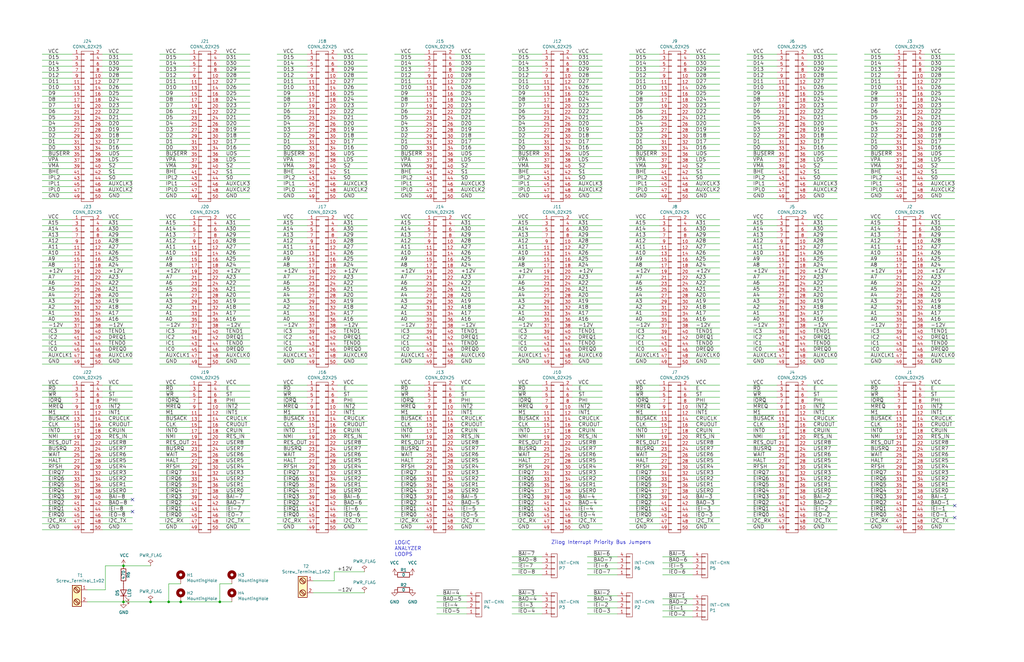
<source format=kicad_sch>
(kicad_sch (version 20211123) (generator eeschema)
  (paper "B")
  (junction (at 92.71 254))
  (junction (at 76.2 254))
  (junction (at 71.12 254))
  (junction (at 63.5 254))
  (junction (at 52.07 254))
  (junction (at 52.07 238.76))
  (no_connect (at 402.59 213.36))
  (no_connect (at 402.59 218.44))
  (no_connect (at 55.88 215.9))
  (no_connect (at 55.88 210.82))
  (wire (pts (xy 67.31 125.73) (xy 80.01 125.73)))
  (wire (pts (xy 17.78 53.34) (xy 30.48 53.34)))
  (wire (pts (xy 389.89 208.28) (xy 402.59 208.28)))
  (wire (pts (xy 80.01 78.74) (xy 67.31 78.74)))
  (wire (pts (xy 116.84 33.02) (xy 129.54 33.02)))
  (wire (pts (xy 389.89 95.25) (xy 402.59 95.25)))
  (wire (pts (xy 340.36 45.72) (xy 353.06 45.72)))
  (wire (pts (xy 43.18 118.11) (xy 55.88 118.11)))
  (wire (pts (xy 241.3 138.43) (xy 254 138.43)))
  (wire (pts (xy 241.3 198.12) (xy 254 198.12)))
  (wire (pts (xy 140.97 245.11) (xy 140.97 241.3)))
  (wire (pts (xy 241.3 223.52) (xy 254 223.52)))
  (wire (pts (xy 129.54 148.59) (xy 116.84 148.59)))
  (wire (pts (xy 92.71 53.34) (xy 105.41 53.34)))
  (wire (pts (xy 364.49 203.2) (xy 377.19 203.2)))
  (wire (pts (xy 265.43 102.87) (xy 278.13 102.87)))
  (wire (pts (xy 179.07 66.04) (xy 166.37 66.04)))
  (wire (pts (xy 105.41 218.44) (xy 92.71 218.44)))
  (wire (pts (xy 340.36 83.82) (xy 353.06 83.82)))
  (wire (pts (xy 340.36 195.58) (xy 353.06 195.58)))
  (wire (pts (xy 364.49 123.19) (xy 377.19 123.19)))
  (wire (pts (xy 67.31 83.82) (xy 80.01 83.82)))
  (wire (pts (xy 215.9 240.03) (xy 228.6 240.03)))
  (wire (pts (xy 17.78 55.88) (xy 30.48 55.88)))
  (wire (pts (xy 290.83 58.42) (xy 303.53 58.42)))
  (wire (pts (xy 215.9 58.42) (xy 228.6 58.42)))
  (wire (pts (xy 340.36 115.57) (xy 353.06 115.57)))
  (wire (pts (xy 215.9 256.54) (xy 228.6 256.54)))
  (wire (pts (xy 290.83 133.35) (xy 303.53 133.35)))
  (wire (pts (xy 314.96 43.18) (xy 327.66 43.18)))
  (wire (pts (xy 116.84 63.5) (xy 129.54 63.5)))
  (wire (pts (xy 314.96 125.73) (xy 327.66 125.73)))
  (wire (pts (xy 116.84 115.57) (xy 129.54 115.57)))
  (wire (pts (xy 389.89 120.65) (xy 402.59 120.65)))
  (wire (pts (xy 166.37 38.1) (xy 179.07 38.1)))
  (wire (pts (xy 265.43 208.28) (xy 278.13 208.28)))
  (wire (pts (xy 92.71 246.38) (xy 92.71 254)))
  (wire (pts (xy 389.89 138.43) (xy 402.59 138.43)))
  (wire (pts (xy 191.77 133.35) (xy 204.47 133.35)))
  (wire (pts (xy 241.3 76.2) (xy 254 76.2)))
  (wire (pts (xy 191.77 33.02) (xy 204.47 33.02)))
  (wire (pts (xy 116.84 58.42) (xy 129.54 58.42)))
  (wire (pts (xy 184.15 256.54) (xy 196.85 256.54)))
  (wire (pts (xy 142.24 50.8) (xy 154.94 50.8)))
  (wire (pts (xy 241.3 200.66) (xy 254 200.66)))
  (wire (pts (xy 142.24 208.28) (xy 154.94 208.28)))
  (wire (pts (xy 67.31 175.26) (xy 80.01 175.26)))
  (wire (pts (xy 265.43 53.34) (xy 278.13 53.34)))
  (wire (pts (xy 215.9 45.72) (xy 228.6 45.72)))
  (wire (pts (xy 30.48 68.58) (xy 17.78 68.58)))
  (wire (pts (xy 43.18 198.12) (xy 55.88 198.12)))
  (wire (pts (xy 17.78 172.72) (xy 30.48 172.72)))
  (wire (pts (xy 290.83 50.8) (xy 303.53 50.8)))
  (wire (pts (xy 402.59 165.1) (xy 389.89 165.1)))
  (wire (pts (xy 254 78.74) (xy 241.3 78.74)))
  (wire (pts (xy 30.48 140.97) (xy 17.78 140.97)))
  (wire (pts (xy 92.71 115.57) (xy 105.41 115.57)))
  (wire (pts (xy 142.24 68.58) (xy 154.94 68.58)))
  (wire (pts (xy 132.08 250.19) (xy 153.67 250.19)))
  (wire (pts (xy 142.24 60.96) (xy 154.94 60.96)))
  (wire (pts (xy 377.19 78.74) (xy 364.49 78.74)))
  (wire (pts (xy 265.43 110.49) (xy 278.13 110.49)))
  (wire (pts (xy 17.78 162.56) (xy 30.48 162.56)))
  (wire (pts (xy 215.9 167.64) (xy 228.6 167.64)))
  (wire (pts (xy 92.71 40.64) (xy 105.41 40.64)))
  (wire (pts (xy 265.43 105.41) (xy 278.13 105.41)))
  (wire (pts (xy 166.37 133.35) (xy 179.07 133.35)))
  (wire (pts (xy 241.3 187.96) (xy 254 187.96)))
  (wire (pts (xy 116.84 213.36) (xy 129.54 213.36)))
  (wire (pts (xy 17.78 58.42) (xy 30.48 58.42)))
  (wire (pts (xy 67.31 30.48) (xy 80.01 30.48)))
  (wire (pts (xy 340.36 133.35) (xy 353.06 133.35)))
  (wire (pts (xy 92.71 48.26) (xy 105.41 48.26)))
  (wire (pts (xy 215.9 254) (xy 228.6 254)))
  (wire (pts (xy 215.9 22.86) (xy 228.6 22.86)))
  (wire (pts (xy 43.18 66.04) (xy 55.88 66.04)))
  (wire (pts (xy 241.3 27.94) (xy 254 27.94)))
  (wire (pts (xy 402.59 78.74) (xy 389.89 78.74)))
  (wire (pts (xy 340.36 30.48) (xy 353.06 30.48)))
  (wire (pts (xy 43.18 102.87) (xy 55.88 102.87)))
  (wire (pts (xy 215.9 53.34) (xy 228.6 53.34)))
  (wire (pts (xy 67.31 151.13) (xy 80.01 151.13)))
  (wire (pts (xy 353.06 215.9) (xy 340.36 215.9)))
  (wire (pts (xy 17.78 105.41) (xy 30.48 105.41)))
  (wire (pts (xy 215.9 172.72) (xy 228.6 172.72)))
  (wire (pts (xy 129.54 76.2) (xy 116.84 76.2)))
  (wire (pts (xy 67.31 102.87) (xy 80.01 102.87)))
  (wire (pts (xy 290.83 43.18) (xy 303.53 43.18)))
  (wire (pts (xy 30.48 73.66) (xy 17.78 73.66)))
  (wire (pts (xy 17.78 165.1) (xy 30.48 165.1)))
  (wire (pts (xy 228.6 68.58) (xy 215.9 68.58)))
  (wire (pts (xy 340.36 208.28) (xy 353.06 208.28)))
  (wire (pts (xy 67.31 27.94) (xy 80.01 27.94)))
  (wire (pts (xy 67.31 95.25) (xy 80.01 95.25)))
  (wire (pts (xy 191.77 43.18) (xy 204.47 43.18)))
  (wire (pts (xy 43.18 203.2) (xy 55.88 203.2)))
  (wire (pts (xy 278.13 220.98) (xy 265.43 220.98)))
  (wire (pts (xy 80.01 220.98) (xy 67.31 220.98)))
  (wire (pts (xy 191.77 123.19) (xy 204.47 123.19)))
  (wire (pts (xy 364.49 53.34) (xy 377.19 53.34)))
  (wire (pts (xy 290.83 193.04) (xy 303.53 193.04)))
  (wire (pts (xy 364.49 83.82) (xy 377.19 83.82)))
  (wire (pts (xy 191.77 76.2) (xy 204.47 76.2)))
  (wire (pts (xy 364.49 153.67) (xy 377.19 153.67)))
  (wire (pts (xy 142.24 53.34) (xy 154.94 53.34)))
  (wire (pts (xy 204.47 177.8) (xy 191.77 177.8)))
  (wire (pts (xy 92.71 25.4) (xy 105.41 25.4)))
  (wire (pts (xy 402.59 167.64) (xy 389.89 167.64)))
  (wire (pts (xy 191.77 27.94) (xy 204.47 27.94)))
  (wire (pts (xy 265.43 223.52) (xy 278.13 223.52)))
  (wire (pts (xy 241.3 195.58) (xy 254 195.58)))
  (wire (pts (xy 290.83 146.05) (xy 303.53 146.05)))
  (wire (pts (xy 166.37 153.67) (xy 179.07 153.67)))
  (wire (pts (xy 389.89 130.81) (xy 402.59 130.81)))
  (wire (pts (xy 116.84 27.94) (xy 129.54 27.94)))
  (wire (pts (xy 43.18 182.88) (xy 55.88 182.88)))
  (wire (pts (xy 67.31 43.18) (xy 80.01 43.18)))
  (wire (pts (xy 179.07 143.51) (xy 166.37 143.51)))
  (wire (pts (xy 142.24 95.25) (xy 154.94 95.25)))
  (wire (pts (xy 105.41 172.72) (xy 92.71 172.72)))
  (wire (pts (xy 142.24 128.27) (xy 154.94 128.27)))
  (wire (pts (xy 179.07 68.58) (xy 166.37 68.58)))
  (wire (pts (xy 314.96 210.82) (xy 327.66 210.82)))
  (wire (pts (xy 142.24 71.12) (xy 154.94 71.12)))
  (wire (pts (xy 142.24 223.52) (xy 154.94 223.52)))
  (wire (pts (xy 191.77 63.5) (xy 204.47 63.5)))
  (wire (pts (xy 314.96 193.04) (xy 327.66 193.04)))
  (wire (pts (xy 191.77 203.2) (xy 204.47 203.2)))
  (wire (pts (xy 71.12 246.38) (xy 71.12 254)))
  (wire (pts (xy 92.71 92.71) (xy 105.41 92.71)))
  (wire (pts (xy 265.43 100.33) (xy 278.13 100.33)))
  (wire (pts (xy 340.36 102.87) (xy 353.06 102.87)))
  (wire (pts (xy 17.78 50.8) (xy 30.48 50.8)))
  (wire (pts (xy 129.54 78.74) (xy 116.84 78.74)))
  (wire (pts (xy 327.66 143.51) (xy 314.96 143.51)))
  (wire (pts (xy 142.24 185.42) (xy 154.94 185.42)))
  (wire (pts (xy 166.37 213.36) (xy 179.07 213.36)))
  (wire (pts (xy 92.71 143.51) (xy 105.41 143.51)))
  (wire (pts (xy 389.89 73.66) (xy 402.59 73.66)))
  (wire (pts (xy 191.77 198.12) (xy 204.47 198.12)))
  (wire (pts (xy 314.96 177.8) (xy 327.66 177.8)))
  (wire (pts (xy 215.9 113.03) (xy 228.6 113.03)))
  (wire (pts (xy 166.37 27.94) (xy 179.07 27.94)))
  (wire (pts (xy 116.84 187.96) (xy 129.54 187.96)))
  (wire (pts (xy 142.24 100.33) (xy 154.94 100.33)))
  (wire (pts (xy 17.78 203.2) (xy 30.48 203.2)))
  (wire (pts (xy 241.3 81.28) (xy 254 81.28)))
  (wire (pts (xy 215.9 105.41) (xy 228.6 105.41)))
  (wire (pts (xy 303.53 177.8) (xy 290.83 177.8)))
  (wire (pts (xy 364.49 113.03) (xy 377.19 113.03)))
  (wire (pts (xy 364.49 210.82) (xy 377.19 210.82)))
  (wire (pts (xy 314.96 53.34) (xy 327.66 53.34)))
  (wire (pts (xy 142.24 133.35) (xy 154.94 133.35)))
  (wire (pts (xy 364.49 190.5) (xy 377.19 190.5)))
  (wire (pts (xy 179.07 71.12) (xy 166.37 71.12)))
  (wire (pts (xy 314.96 60.96) (xy 327.66 60.96)))
  (wire (pts (xy 142.24 55.88) (xy 154.94 55.88)))
  (wire (pts (xy 116.84 100.33) (xy 129.54 100.33)))
  (wire (pts (xy 142.24 138.43) (xy 154.94 138.43)))
  (wire (pts (xy 92.71 68.58) (xy 105.41 68.58)))
  (wire (pts (xy 92.71 95.25) (xy 105.41 95.25)))
  (wire (pts (xy 364.49 223.52) (xy 377.19 223.52)))
  (wire (pts (xy 265.43 177.8) (xy 278.13 177.8)))
  (wire (pts (xy 43.18 128.27) (xy 55.88 128.27)))
  (wire (pts (xy 314.96 30.48) (xy 327.66 30.48)))
  (wire (pts (xy 340.36 105.41) (xy 353.06 105.41)))
  (wire (pts (xy 254 213.36) (xy 241.3 213.36)))
  (wire (pts (xy 17.78 110.49) (xy 30.48 110.49)))
  (wire (pts (xy 215.9 185.42) (xy 228.6 185.42)))
  (wire (pts (xy 314.96 120.65) (xy 327.66 120.65)))
  (wire (pts (xy 314.96 200.66) (xy 327.66 200.66)))
  (wire (pts (xy 30.48 81.28) (xy 17.78 81.28)))
  (wire (pts (xy 340.36 162.56) (xy 353.06 162.56)))
  (wire (pts (xy 92.71 151.13) (xy 105.41 151.13)))
  (wire (pts (xy 43.18 140.97) (xy 55.88 140.97)))
  (wire (pts (xy 92.71 138.43) (xy 105.41 138.43)))
  (wire (pts (xy 265.43 27.94) (xy 278.13 27.94)))
  (wire (pts (xy 290.83 73.66) (xy 303.53 73.66)))
  (wire (pts (xy 92.71 100.33) (xy 105.41 100.33)))
  (wire (pts (xy 314.96 170.18) (xy 327.66 170.18)))
  (wire (pts (xy 116.84 92.71) (xy 129.54 92.71)))
  (wire (pts (xy 265.43 125.73) (xy 278.13 125.73)))
  (wire (pts (xy 116.84 102.87) (xy 129.54 102.87)))
  (wire (pts (xy 17.78 115.57) (xy 30.48 115.57)))
  (wire (pts (xy 52.07 238.76) (xy 63.5 238.76)))
  (wire (pts (xy 67.31 123.19) (xy 80.01 123.19)))
  (wire (pts (xy 377.19 68.58) (xy 364.49 68.58)))
  (wire (pts (xy 17.78 128.27) (xy 30.48 128.27)))
  (wire (pts (xy 290.83 115.57) (xy 303.53 115.57)))
  (wire (pts (xy 389.89 92.71) (xy 402.59 92.71)))
  (wire (pts (xy 279.4 260.35) (xy 292.1 260.35)))
  (wire (pts (xy 166.37 97.79) (xy 179.07 97.79)))
  (wire (pts (xy 353.06 165.1) (xy 340.36 165.1)))
  (wire (pts (xy 290.83 60.96) (xy 303.53 60.96)))
  (wire (pts (xy 265.43 162.56) (xy 278.13 162.56)))
  (wire (pts (xy 364.49 193.04) (xy 377.19 193.04)))
  (wire (pts (xy 67.31 40.64) (xy 80.01 40.64)))
  (wire (pts (xy 215.9 33.02) (xy 228.6 33.02)))
  (wire (pts (xy 327.66 68.58) (xy 314.96 68.58)))
  (wire (pts (xy 215.9 133.35) (xy 228.6 133.35)))
  (wire (pts (xy 166.37 198.12) (xy 179.07 198.12)))
  (wire (pts (xy 142.24 182.88) (xy 154.94 182.88)))
  (wire (pts (xy 154.94 175.26) (xy 142.24 175.26)))
  (wire (pts (xy 241.3 123.19) (xy 254 123.19)))
  (wire (pts (xy 30.48 146.05) (xy 17.78 146.05)))
  (wire (pts (xy 116.84 210.82) (xy 129.54 210.82)))
  (wire (pts (xy 314.96 175.26) (xy 327.66 175.26)))
  (wire (pts (xy 92.71 162.56) (xy 105.41 162.56)))
  (wire (pts (xy 43.18 43.18) (xy 55.88 43.18)))
  (wire (pts (xy 314.96 190.5) (xy 327.66 190.5)))
  (wire (pts (xy 314.96 203.2) (xy 327.66 203.2)))
  (wire (pts (xy 17.78 182.88) (xy 30.48 182.88)))
  (wire (pts (xy 166.37 110.49) (xy 179.07 110.49)))
  (wire (pts (xy 314.96 105.41) (xy 327.66 105.41)))
  (wire (pts (xy 228.6 220.98) (xy 215.9 220.98)))
  (wire (pts (xy 314.96 118.11) (xy 327.66 118.11)))
  (wire (pts (xy 191.77 30.48) (xy 204.47 30.48)))
  (wire (pts (xy 67.31 60.96) (xy 80.01 60.96)))
  (wire (pts (xy 215.9 170.18) (xy 228.6 170.18)))
  (wire (pts (xy 215.9 43.18) (xy 228.6 43.18)))
  (wire (pts (xy 353.06 172.72) (xy 340.36 172.72)))
  (wire (pts (xy 364.49 45.72) (xy 377.19 45.72)))
  (wire (pts (xy 247.65 256.54) (xy 260.35 256.54)))
  (wire (pts (xy 215.9 125.73) (xy 228.6 125.73)))
  (wire (pts (xy 290.83 148.59) (xy 303.53 148.59)))
  (wire (pts (xy 364.49 125.73) (xy 377.19 125.73)))
  (wire (pts (xy 265.43 138.43) (xy 278.13 138.43)))
  (wire (pts (xy 364.49 165.1) (xy 377.19 165.1)))
  (wire (pts (xy 314.96 27.94) (xy 327.66 27.94)))
  (wire (pts (xy 241.3 205.74) (xy 254 205.74)))
  (wire (pts (xy 92.71 130.81) (xy 105.41 130.81)))
  (wire (pts (xy 340.36 107.95) (xy 353.06 107.95)))
  (wire (pts (xy 191.77 185.42) (xy 204.47 185.42)))
  (wire (pts (xy 92.71 76.2) (xy 105.41 76.2)))
  (wire (pts (xy 340.36 148.59) (xy 353.06 148.59)))
  (wire (pts (xy 116.84 120.65) (xy 129.54 120.65)))
  (wire (pts (xy 364.49 215.9) (xy 377.19 215.9)))
  (wire (pts (xy 191.77 105.41) (xy 204.47 105.41)))
  (wire (pts (xy 247.65 251.46) (xy 260.35 251.46)))
  (wire (pts (xy 154.94 220.98) (xy 142.24 220.98)))
  (wire (pts (xy 191.77 151.13) (xy 204.47 151.13)))
  (wire (pts (xy 241.3 162.56) (xy 254 162.56)))
  (wire (pts (xy 92.71 200.66) (xy 105.41 200.66)))
  (wire (pts (xy 389.89 151.13) (xy 402.59 151.13)))
  (wire (pts (xy 191.77 115.57) (xy 204.47 115.57)))
  (wire (pts (xy 166.37 165.1) (xy 179.07 165.1)))
  (wire (pts (xy 67.31 208.28) (xy 80.01 208.28)))
  (wire (pts (xy 265.43 92.71) (xy 278.13 92.71)))
  (wire (pts (xy 389.89 63.5) (xy 402.59 63.5)))
  (wire (pts (xy 290.83 45.72) (xy 303.53 45.72)))
  (wire (pts (xy 116.84 105.41) (xy 129.54 105.41)))
  (wire (pts (xy 389.89 143.51) (xy 402.59 143.51)))
  (wire (pts (xy 92.71 223.52) (xy 105.41 223.52)))
  (wire (pts (xy 105.41 213.36) (xy 92.71 213.36)))
  (wire (pts (xy 92.71 195.58) (xy 105.41 195.58)))
  (wire (pts (xy 166.37 118.11) (xy 179.07 118.11)))
  (wire (pts (xy 265.43 123.19) (xy 278.13 123.19)))
  (wire (pts (xy 166.37 210.82) (xy 179.07 210.82)))
  (wire (pts (xy 314.96 55.88) (xy 327.66 55.88)))
  (wire (pts (xy 92.71 60.96) (xy 105.41 60.96)))
  (wire (pts (xy 67.31 35.56) (xy 80.01 35.56)))
  (wire (pts (xy 290.83 195.58) (xy 303.53 195.58)))
  (wire (pts (xy 116.84 138.43) (xy 129.54 138.43)))
  (wire (pts (xy 204.47 167.64) (xy 191.77 167.64)))
  (wire (pts (xy 43.18 193.04) (xy 55.88 193.04)))
  (wire (pts (xy 340.36 193.04) (xy 353.06 193.04)))
  (wire (pts (xy 215.9 259.08) (xy 228.6 259.08)))
  (wire (pts (xy 241.3 95.25) (xy 254 95.25)))
  (wire (pts (xy 105.41 170.18) (xy 92.71 170.18)))
  (wire (pts (xy 241.3 43.18) (xy 254 43.18)))
  (wire (pts (xy 67.31 105.41) (xy 80.01 105.41)))
  (wire (pts (xy 166.37 40.64) (xy 179.07 40.64)))
  (wire (pts (xy 290.83 30.48) (xy 303.53 30.48)))
  (wire (pts (xy 142.24 190.5) (xy 154.94 190.5)))
  (wire (pts (xy 241.3 120.65) (xy 254 120.65)))
  (wire (pts (xy 166.37 58.42) (xy 179.07 58.42)))
  (wire (pts (xy 327.66 76.2) (xy 314.96 76.2)))
  (wire (pts (xy 377.19 220.98) (xy 364.49 220.98)))
  (wire (pts (xy 327.66 73.66) (xy 314.96 73.66)))
  (wire (pts (xy 340.36 151.13) (xy 353.06 151.13)))
  (wire (pts (xy 92.71 33.02) (xy 105.41 33.02)))
  (wire (pts (xy 142.24 25.4) (xy 154.94 25.4)))
  (wire (pts (xy 265.43 182.88) (xy 278.13 182.88)))
  (wire (pts (xy 43.18 33.02) (xy 55.88 33.02)))
  (wire (pts (xy 67.31 133.35) (xy 80.01 133.35)))
  (wire (pts (xy 340.36 68.58) (xy 353.06 68.58)))
  (wire (pts (xy 92.71 97.79) (xy 105.41 97.79)))
  (wire (pts (xy 314.96 218.44) (xy 327.66 218.44)))
  (wire (pts (xy 340.36 100.33) (xy 353.06 100.33)))
  (wire (pts (xy 80.01 71.12) (xy 67.31 71.12)))
  (wire (pts (xy 215.9 175.26) (xy 228.6 175.26)))
  (wire (pts (xy 364.49 120.65) (xy 377.19 120.65)))
  (wire (pts (xy 389.89 107.95) (xy 402.59 107.95)))
  (wire (pts (xy 67.31 180.34) (xy 80.01 180.34)))
  (wire (pts (xy 191.77 148.59) (xy 204.47 148.59)))
  (wire (pts (xy 247.65 242.57) (xy 260.35 242.57)))
  (wire (pts (xy 290.83 92.71) (xy 303.53 92.71)))
  (wire (pts (xy 279.4 240.03) (xy 292.1 240.03)))
  (wire (pts (xy 67.31 153.67) (xy 80.01 153.67)))
  (wire (pts (xy 228.6 146.05) (xy 215.9 146.05)))
  (wire (pts (xy 142.24 30.48) (xy 154.94 30.48)))
  (wire (pts (xy 116.84 162.56) (xy 129.54 162.56)))
  (wire (pts (xy 278.13 148.59) (xy 265.43 148.59)))
  (wire (pts (xy 279.4 237.49) (xy 292.1 237.49)))
  (wire (pts (xy 389.89 22.86) (xy 402.59 22.86)))
  (wire (pts (xy 265.43 60.96) (xy 278.13 60.96)))
  (wire (pts (xy 191.77 120.65) (xy 204.47 120.65)))
  (wire (pts (xy 314.96 100.33) (xy 327.66 100.33)))
  (wire (pts (xy 402.59 220.98) (xy 389.89 220.98)))
  (wire (pts (xy 55.88 213.36) (xy 43.18 213.36)))
  (wire (pts (xy 215.9 208.28) (xy 228.6 208.28)))
  (wire (pts (xy 340.36 205.74) (xy 353.06 205.74)))
  (wire (pts (xy 116.84 165.1) (xy 129.54 165.1)))
  (wire (pts (xy 215.9 203.2) (xy 228.6 203.2)))
  (wire (pts (xy 364.49 58.42) (xy 377.19 58.42)))
  (wire (pts (xy 247.65 234.95) (xy 260.35 234.95)))
  (wire (pts (xy 389.89 205.74) (xy 402.59 205.74)))
  (wire (pts (xy 43.18 83.82) (xy 55.88 83.82)))
  (wire (pts (xy 364.49 22.86) (xy 377.19 22.86)))
  (wire (pts (xy 314.96 153.67) (xy 327.66 153.67)))
  (wire (pts (xy 290.83 198.12) (xy 303.53 198.12)))
  (wire (pts (xy 67.31 187.96) (xy 80.01 187.96)))
  (wire (pts (xy 129.54 71.12) (xy 116.84 71.12)))
  (wire (pts (xy 228.6 66.04) (xy 215.9 66.04)))
  (wire (pts (xy 290.83 190.5) (xy 303.53 190.5)))
  (wire (pts (xy 265.43 198.12) (xy 278.13 198.12)))
  (wire (pts (xy 364.49 35.56) (xy 377.19 35.56)))
  (wire (pts (xy 92.71 180.34) (xy 105.41 180.34)))
  (wire (pts (xy 204.47 210.82) (xy 191.77 210.82)))
  (wire (pts (xy 353.06 210.82) (xy 340.36 210.82)))
  (wire (pts (xy 290.83 185.42) (xy 303.53 185.42)))
  (wire (pts (xy 17.78 45.72) (xy 30.48 45.72)))
  (wire (pts (xy 179.07 220.98) (xy 166.37 220.98)))
  (wire (pts (xy 290.83 35.56) (xy 303.53 35.56)))
  (wire (pts (xy 303.53 210.82) (xy 290.83 210.82)))
  (wire (pts (xy 17.78 208.28) (xy 30.48 208.28)))
  (wire (pts (xy 215.9 234.95) (xy 228.6 234.95)))
  (wire (pts (xy 247.65 259.08) (xy 260.35 259.08)))
  (wire (pts (xy 215.9 83.82) (xy 228.6 83.82)))
  (wire (pts (xy 290.83 68.58) (xy 303.53 68.58)))
  (wire (pts (xy 314.96 133.35) (xy 327.66 133.35)))
  (wire (pts (xy 204.47 175.26) (xy 191.77 175.26)))
  (wire (pts (xy 377.19 140.97) (xy 364.49 140.97)))
  (wire (pts (xy 364.49 63.5) (xy 377.19 63.5)))
  (wire (pts (xy 314.96 187.96) (xy 327.66 187.96)))
  (wire (pts (xy 204.47 218.44) (xy 191.77 218.44)))
  (wire (pts (xy 80.01 140.97) (xy 67.31 140.97)))
  (wire (pts (xy 364.49 170.18) (xy 377.19 170.18)))
  (wire (pts (xy 142.24 143.51) (xy 154.94 143.51)))
  (wire (pts (xy 290.83 162.56) (xy 303.53 162.56)))
  (wire (pts (xy 116.84 35.56) (xy 129.54 35.56)))
  (wire (pts (xy 389.89 102.87) (xy 402.59 102.87)))
  (wire (pts (xy 314.96 25.4) (xy 327.66 25.4)))
  (wire (pts (xy 67.31 165.1) (xy 80.01 165.1)))
  (wire (pts (xy 241.3 100.33) (xy 254 100.33)))
  (wire (pts (xy 166.37 208.28) (xy 179.07 208.28)))
  (wire (pts (xy 247.65 237.49) (xy 260.35 237.49)))
  (wire (pts (xy 191.77 100.33) (xy 204.47 100.33)))
  (wire (pts (xy 265.43 135.89) (xy 278.13 135.89)))
  (wire (pts (xy 353.06 218.44) (xy 340.36 218.44)))
  (wire (pts (xy 116.84 43.18) (xy 129.54 43.18)))
  (wire (pts (xy 43.18 58.42) (xy 55.88 58.42)))
  (wire (pts (xy 241.3 110.49) (xy 254 110.49)))
  (wire (pts (xy 154.94 172.72) (xy 142.24 172.72)))
  (wire (pts (xy 389.89 60.96) (xy 402.59 60.96)))
  (wire (pts (xy 191.77 25.4) (xy 204.47 25.4)))
  (wire (pts (xy 204.47 213.36) (xy 191.77 213.36)))
  (wire (pts (xy 17.78 125.73) (xy 30.48 125.73)))
  (wire (pts (xy 204.47 165.1) (xy 191.77 165.1)))
  (wire (pts (xy 191.77 190.5) (xy 204.47 190.5)))
  (wire (pts (xy 364.49 115.57) (xy 377.19 115.57)))
  (wire (pts (xy 290.83 81.28) (xy 303.53 81.28)))
  (wire (pts (xy 389.89 182.88) (xy 402.59 182.88)))
  (wire (pts (xy 129.54 66.04) (xy 116.84 66.04)))
  (wire (pts (xy 247.65 240.03) (xy 260.35 240.03)))
  (wire (pts (xy 116.84 30.48) (xy 129.54 30.48)))
  (wire (pts (xy 67.31 53.34) (xy 80.01 53.34)))
  (wire (pts (xy 340.36 92.71) (xy 353.06 92.71)))
  (wire (pts (xy 303.53 220.98) (xy 290.83 220.98)))
  (wire (pts (xy 340.36 81.28) (xy 353.06 81.28)))
  (wire (pts (xy 92.71 133.35) (xy 105.41 133.35)))
  (wire (pts (xy 327.66 146.05) (xy 314.96 146.05)))
  (wire (pts (xy 314.96 45.72) (xy 327.66 45.72)))
  (wire (pts (xy 314.96 180.34) (xy 327.66 180.34)))
  (wire (pts (xy 179.07 146.05) (xy 166.37 146.05)))
  (wire (pts (xy 377.19 66.04) (xy 364.49 66.04)))
  (wire (pts (xy 154.94 218.44) (xy 142.24 218.44)))
  (wire (pts (xy 67.31 92.71) (xy 80.01 92.71)))
  (wire (pts (xy 142.24 97.79) (xy 154.94 97.79)))
  (wire (pts (xy 265.43 25.4) (xy 278.13 25.4)))
  (wire (pts (xy 364.49 180.34) (xy 377.19 180.34)))
  (wire (pts (xy 254 210.82) (xy 241.3 210.82)))
  (wire (pts (xy 389.89 162.56) (xy 402.59 162.56)))
  (wire (pts (xy 116.84 45.72) (xy 129.54 45.72)))
  (wire (pts (xy 389.89 195.58) (xy 402.59 195.58)))
  (wire (pts (xy 30.48 78.74) (xy 17.78 78.74)))
  (wire (pts (xy 142.24 162.56) (xy 154.94 162.56)))
  (wire (pts (xy 17.78 92.71) (xy 30.48 92.71)))
  (wire (pts (xy 17.78 210.82) (xy 30.48 210.82)))
  (wire (pts (xy 116.84 218.44) (xy 129.54 218.44)))
  (wire (pts (xy 389.89 68.58) (xy 402.59 68.58)))
  (wire (pts (xy 43.18 71.12) (xy 55.88 71.12)))
  (wire (pts (xy 43.18 138.43) (xy 55.88 138.43)))
  (wire (pts (xy 215.9 165.1) (xy 228.6 165.1)))
  (wire (pts (xy 43.18 81.28) (xy 55.88 81.28)))
  (wire (pts (xy 44.45 238.76) (xy 52.07 238.76)))
  (wire (pts (xy 17.78 27.94) (xy 30.48 27.94)))
  (wire (pts (xy 43.18 105.41) (xy 55.88 105.41)))
  (wire (pts (xy 254 215.9) (xy 241.3 215.9)))
  (wire (pts (xy 154.94 170.18) (xy 142.24 170.18)))
  (wire (pts (xy 67.31 200.66) (xy 80.01 200.66)))
  (wire (pts (xy 105.41 220.98) (xy 92.71 220.98)))
  (wire (pts (xy 116.84 133.35) (xy 129.54 133.35)))
  (wire (pts (xy 228.6 81.28) (xy 215.9 81.28)))
  (wire (pts (xy 215.9 110.49) (xy 228.6 110.49)))
  (wire (pts (xy 142.24 110.49) (xy 154.94 110.49)))
  (wire (pts (xy 55.88 215.9) (xy 43.18 215.9)))
  (wire (pts (xy 353.06 213.36) (xy 340.36 213.36)))
  (wire (pts (xy 215.9 40.64) (xy 228.6 40.64)))
  (wire (pts (xy 67.31 215.9) (xy 80.01 215.9)))
  (wire (pts (xy 191.77 92.71) (xy 204.47 92.71)))
  (wire (pts (xy 215.9 92.71) (xy 228.6 92.71)))
  (wire (pts (xy 142.24 205.74) (xy 154.94 205.74)))
  (wire (pts (xy 340.36 35.56) (xy 353.06 35.56)))
  (wire (pts (xy 166.37 55.88) (xy 179.07 55.88)))
  (wire (pts (xy 105.41 167.64) (xy 92.71 167.64)))
  (wire (pts (xy 215.9 97.79) (xy 228.6 97.79)))
  (wire (pts (xy 353.06 177.8) (xy 340.36 177.8)))
  (wire (pts (xy 340.36 203.2) (xy 353.06 203.2)))
  (wire (pts (xy 142.24 35.56) (xy 154.94 35.56)))
  (wire (pts (xy 215.9 102.87) (xy 228.6 102.87)))
  (wire (pts (xy 17.78 193.04) (xy 30.48 193.04)))
  (wire (pts (xy 67.31 223.52) (xy 80.01 223.52)))
  (wire (pts (xy 191.77 162.56) (xy 204.47 162.56)))
  (wire (pts (xy 80.01 68.58) (xy 67.31 68.58)))
  (wire (pts (xy 389.89 140.97) (xy 402.59 140.97)))
  (wire (pts (xy 241.3 133.35) (xy 254 133.35)))
  (wire (pts (xy 166.37 180.34) (xy 179.07 180.34)))
  (wire (pts (xy 43.18 187.96) (xy 55.88 187.96)))
  (wire (pts (xy 55.88 78.74) (xy 43.18 78.74)))
  (wire (pts (xy 389.89 148.59) (xy 402.59 148.59)))
  (wire (pts (xy 191.77 50.8) (xy 204.47 50.8)))
  (wire (pts (xy 290.83 205.74) (xy 303.53 205.74)))
  (wire (pts (xy 17.78 170.18) (xy 30.48 170.18)))
  (wire (pts (xy 30.48 143.51) (xy 17.78 143.51)))
  (wire (pts (xy 92.71 153.67) (xy 105.41 153.67)))
  (wire (pts (xy 389.89 35.56) (xy 402.59 35.56)))
  (wire (pts (xy 241.3 182.88) (xy 254 182.88)))
  (wire (pts (xy 92.71 55.88) (xy 105.41 55.88)))
  (wire (pts (xy 17.78 100.33) (xy 30.48 100.33)))
  (wire (pts (xy 265.43 118.11) (xy 278.13 118.11)))
  (wire (pts (xy 76.2 246.38) (xy 71.12 246.38)))
  (wire (pts (xy 43.18 208.28) (xy 55.88 208.28)))
  (wire (pts (xy 191.77 180.34) (xy 204.47 180.34)))
  (wire (pts (xy 314.96 102.87) (xy 327.66 102.87)))
  (wire (pts (xy 166.37 185.42) (xy 179.07 185.42)))
  (wire (pts (xy 228.6 148.59) (xy 215.9 148.59)))
  (wire (pts (xy 191.77 128.27) (xy 204.47 128.27)))
  (wire (pts (xy 142.24 195.58) (xy 154.94 195.58)))
  (wire (pts (xy 17.78 205.74) (xy 30.48 205.74)))
  (wire (pts (xy 43.18 130.81) (xy 55.88 130.81)))
  (wire (pts (xy 154.94 78.74) (xy 142.24 78.74)))
  (wire (pts (xy 116.84 195.58) (xy 129.54 195.58)))
  (wire (pts (xy 142.24 187.96) (xy 154.94 187.96)))
  (wire (pts (xy 377.19 71.12) (xy 364.49 71.12)))
  (wire (pts (xy 92.71 187.96) (xy 105.41 187.96)))
  (wire (pts (xy 389.89 33.02) (xy 402.59 33.02)))
  (wire (pts (xy 129.54 140.97) (xy 116.84 140.97)))
  (wire (pts (xy 92.71 43.18) (xy 105.41 43.18)))
  (wire (pts (xy 67.31 210.82) (xy 80.01 210.82)))
  (wire (pts (xy 67.31 198.12) (xy 80.01 198.12)))
  (wire (pts (xy 179.07 140.97) (xy 166.37 140.97)))
  (wire (pts (xy 166.37 182.88) (xy 179.07 182.88)))
  (wire (pts (xy 17.78 118.11) (xy 30.48 118.11)))
  (wire (pts (xy 105.41 175.26) (xy 92.71 175.26)))
  (wire (pts (xy 166.37 35.56) (xy 179.07 35.56)))
  (wire (pts (xy 389.89 190.5) (xy 402.59 190.5)))
  (wire (pts (xy 191.77 200.66) (xy 204.47 200.66)))
  (wire (pts (xy 241.3 83.82) (xy 254 83.82)))
  (wire (pts (xy 105.41 177.8) (xy 92.71 177.8)))
  (wire (pts (xy 265.43 213.36) (xy 278.13 213.36)))
  (wire (pts (xy 43.18 38.1) (xy 55.88 38.1)))
  (wire (pts (xy 166.37 92.71) (xy 179.07 92.71)))
  (wire (pts (xy 241.3 38.1) (xy 254 38.1)))
  (wire (pts (xy 389.89 43.18) (xy 402.59 43.18)))
  (wire (pts (xy 116.84 95.25) (xy 129.54 95.25)))
  (wire (pts (xy 17.78 38.1) (xy 30.48 38.1)))
  (wire (pts (xy 340.36 22.86) (xy 353.06 22.86)))
  (wire (pts (xy 389.89 27.94) (xy 402.59 27.94)))
  (wire (pts (xy 314.96 33.02) (xy 327.66 33.02)))
  (wire (pts (xy 364.49 105.41) (xy 377.19 105.41)))
  (wire (pts (xy 215.9 213.36) (xy 228.6 213.36)))
  (wire (pts (xy 43.18 151.13) (xy 55.88 151.13)))
  (wire (pts (xy 314.96 38.1) (xy 327.66 38.1)))
  (wire (pts (xy 290.83 71.12) (xy 303.53 71.12)))
  (wire (pts (xy 265.43 218.44) (xy 278.13 218.44)))
  (wire (pts (xy 55.88 210.82) (xy 43.18 210.82)))
  (wire (pts (xy 166.37 190.5) (xy 179.07 190.5)))
  (wire (pts (xy 290.83 27.94) (xy 303.53 27.94)))
  (wire (pts (xy 327.66 78.74) (xy 314.96 78.74)))
  (wire (pts (xy 129.54 220.98) (xy 116.84 220.98)))
  (wire (pts (xy 215.9 107.95) (xy 228.6 107.95)))
  (wire (pts (xy 340.36 185.42) (xy 353.06 185.42)))
  (wire (pts (xy 364.49 175.26) (xy 377.19 175.26)))
  (wire (pts (xy 340.36 135.89) (xy 353.06 135.89)))
  (wire (pts (xy 142.24 38.1) (xy 154.94 38.1)))
  (wire (pts (xy 364.49 198.12) (xy 377.19 198.12)))
  (wire (pts (xy 314.96 205.74) (xy 327.66 205.74)))
  (wire (pts (xy 154.94 177.8) (xy 142.24 177.8)))
  (wire (pts (xy 44.45 248.92) (xy 44.45 238.76)))
  (wire (pts (xy 241.3 118.11) (xy 254 118.11)))
  (wire (pts (xy 340.36 53.34) (xy 353.06 53.34)))
  (wire (pts (xy 215.9 115.57) (xy 228.6 115.57)))
  (wire (pts (xy 215.9 95.25) (xy 228.6 95.25)))
  (wire (pts (xy 265.43 55.88) (xy 278.13 55.88)))
  (wire (pts (xy 166.37 128.27) (xy 179.07 128.27)))
  (wire (pts (xy 278.13 140.97) (xy 265.43 140.97)))
  (wire (pts (xy 314.96 58.42) (xy 327.66 58.42)))
  (wire (pts (xy 290.83 107.95) (xy 303.53 107.95)))
  (wire (pts (xy 17.78 185.42) (xy 30.48 185.42)))
  (wire (pts (xy 166.37 215.9) (xy 179.07 215.9)))
  (wire (pts (xy 67.31 213.36) (xy 80.01 213.36)))
  (wire (pts (xy 228.6 76.2) (xy 215.9 76.2)))
  (wire (pts (xy 142.24 107.95) (xy 154.94 107.95)))
  (wire (pts (xy 30.48 66.04) (xy 17.78 66.04)))
  (wire (pts (xy 116.84 190.5) (xy 129.54 190.5)))
  (wire (pts (xy 389.89 25.4) (xy 402.59 25.4)))
  (wire (pts (xy 92.71 203.2) (xy 105.41 203.2)))
  (wire (pts (xy 241.3 50.8) (xy 254 50.8)))
  (wire (pts (xy 166.37 63.5) (xy 179.07 63.5)))
  (wire (pts (xy 67.31 185.42) (xy 80.01 185.42)))
  (wire (pts (xy 142.24 76.2) (xy 154.94 76.2)))
  (wire (pts (xy 116.84 128.27) (xy 129.54 128.27)))
  (wire (pts (xy 340.36 43.18) (xy 353.06 43.18)))
  (wire (pts (xy 241.3 185.42) (xy 254 185.42)))
  (wire (pts (xy 364.49 43.18) (xy 377.19 43.18)))
  (wire (pts (xy 377.19 148.59) (xy 364.49 148.59)))
  (wire (pts (xy 215.9 48.26) (xy 228.6 48.26)))
  (wire (pts (xy 241.3 203.2) (xy 254 203.2)))
  (wire (pts (xy 364.49 138.43) (xy 377.19 138.43)))
  (wire (pts (xy 142.24 45.72) (xy 154.94 45.72)))
  (wire (pts (xy 36.83 248.92) (xy 44.45 248.92)))
  (wire (pts (xy 116.84 123.19) (xy 129.54 123.19)))
  (wire (pts (xy 116.84 167.64) (xy 129.54 167.64)))
  (wire (pts (xy 43.18 143.51) (xy 55.88 143.51)))
  (wire (pts (xy 364.49 107.95) (xy 377.19 107.95)))
  (wire (pts (xy 116.84 118.11) (xy 129.54 118.11)))
  (wire (pts (xy 265.43 115.57) (xy 278.13 115.57)))
  (wire (pts (xy 265.43 203.2) (xy 278.13 203.2)))
  (wire (pts (xy 389.89 55.88) (xy 402.59 55.88)))
  (wire (pts (xy 140.97 241.3) (xy 153.67 241.3)))
  (wire (pts (xy 215.9 251.46) (xy 228.6 251.46)))
  (wire (pts (xy 290.83 63.5) (xy 303.53 63.5)))
  (wire (pts (xy 290.83 223.52) (xy 303.53 223.52)))
  (wire (pts (xy 290.83 200.66) (xy 303.53 200.66)))
  (wire (pts (xy 43.18 95.25) (xy 55.88 95.25)))
  (wire (pts (xy 265.43 151.13) (xy 278.13 151.13)))
  (wire (pts (xy 191.77 35.56) (xy 204.47 35.56)))
  (wire (pts (xy 241.3 30.48) (xy 254 30.48)))
  (wire (pts (xy 43.18 120.65) (xy 55.88 120.65)))
  (wire (pts (xy 43.18 148.59) (xy 55.88 148.59)))
  (wire (pts (xy 265.43 43.18) (xy 278.13 43.18)))
  (wire (pts (xy 17.78 22.86) (xy 30.48 22.86)))
  (wire (pts (xy 92.71 125.73) (xy 105.41 125.73)))
  (wire (pts (xy 43.18 180.34) (xy 55.88 180.34)))
  (wire (pts (xy 129.54 68.58) (xy 116.84 68.58)))
  (wire (pts (xy 290.83 40.64) (xy 303.53 40.64)))
  (wire (pts (xy 204.47 170.18) (xy 191.77 170.18)))
  (wire (pts (xy 92.71 140.97) (xy 105.41 140.97)))
  (wire (pts (xy 166.37 105.41) (xy 179.07 105.41)))
  (wire (pts (xy 191.77 45.72) (xy 204.47 45.72)))
  (wire (pts (xy 215.9 223.52) (xy 228.6 223.52)))
  (wire (pts (xy 43.18 200.66) (xy 55.88 200.66)))
  (wire (pts (xy 43.18 107.95) (xy 55.88 107.95)))
  (wire (pts (xy 30.48 71.12) (xy 17.78 71.12)))
  (wire (pts (xy 179.07 148.59) (xy 166.37 148.59)))
  (wire (pts (xy 241.3 180.34) (xy 254 180.34)))
  (wire (pts (xy 191.77 60.96) (xy 204.47 60.96)))
  (wire (pts (xy 215.9 63.5) (xy 228.6 63.5)))
  (wire (pts (xy 265.43 35.56) (xy 278.13 35.56)))
  (wire (pts (xy 265.43 200.66) (xy 278.13 200.66)))
  (wire (pts (xy 154.94 213.36) (xy 142.24 213.36)))
  (wire (pts (xy 402.59 172.72) (xy 389.89 172.72)))
  (wire (pts (xy 80.01 81.28) (xy 67.31 81.28)))
  (wire (pts (xy 154.94 165.1) (xy 142.24 165.1)))
  (wire (pts (xy 204.47 78.74) (xy 191.77 78.74)))
  (wire (pts (xy 67.31 97.79) (xy 80.01 97.79)))
  (wire (pts (xy 314.96 151.13) (xy 327.66 151.13)))
  (wire (pts (xy 116.84 50.8) (xy 129.54 50.8)))
  (wire (pts (xy 278.13 146.05) (xy 265.43 146.05)))
  (wire (pts (xy 389.89 135.89) (xy 402.59 135.89)))
  (wire (pts (xy 17.78 218.44) (xy 30.48 218.44)))
  (wire (pts (xy 166.37 187.96) (xy 179.07 187.96)))
  (wire (pts (xy 241.3 58.42) (xy 254 58.42)))
  (wire (pts (xy 191.77 195.58) (xy 204.47 195.58)))
  (wire (pts (xy 314.96 50.8) (xy 327.66 50.8)))
  (wire (pts (xy 340.36 48.26) (xy 353.06 48.26)))
  (wire (pts (xy 389.89 40.64) (xy 402.59 40.64)))
  (wire (pts (xy 265.43 167.64) (xy 278.13 167.64)))
  (wire (pts (xy 116.84 203.2) (xy 129.54 203.2)))
  (wire (pts (xy 17.78 167.64) (xy 30.48 167.64)))
  (wire (pts (xy 116.84 193.04) (xy 129.54 193.04)))
  (wire (pts (xy 303.53 78.74) (xy 290.83 78.74)))
  (wire (pts (xy 340.36 113.03) (xy 353.06 113.03)))
  (wire (pts (xy 241.3 135.89) (xy 254 135.89)))
  (wire (pts (xy 389.89 203.2) (xy 402.59 203.2)))
  (wire (pts (xy 191.77 97.79) (xy 204.47 97.79)))
  (wire (pts (xy 290.83 97.79) (xy 303.53 97.79)))
  (wire (pts (xy 389.89 105.41) (xy 402.59 105.41)))
  (wire (pts (xy 67.31 110.49) (xy 80.01 110.49)))
  (wire (pts (xy 55.88 218.44) (xy 43.18 218.44)))
  (wire (pts (xy 17.78 213.36) (xy 30.48 213.36)))
  (wire (pts (xy 17.78 63.5) (xy 30.48 63.5)))
  (wire (pts (xy 166.37 48.26) (xy 179.07 48.26)))
  (wire (pts (xy 17.78 198.12) (xy 30.48 198.12)))
  (wire (pts (xy 290.83 105.41) (xy 303.53 105.41)))
  (wire (pts (xy 340.36 182.88) (xy 353.06 182.88)))
  (wire (pts (xy 215.9 182.88) (xy 228.6 182.88)))
  (wire (pts (xy 166.37 43.18) (xy 179.07 43.18)))
  (wire (pts (xy 43.18 153.67) (xy 55.88 153.67)))
  (wire (pts (xy 314.96 123.19) (xy 327.66 123.19)))
  (wire (pts (xy 43.18 92.71) (xy 55.88 92.71)))
  (wire (pts (xy 290.83 128.27) (xy 303.53 128.27)))
  (wire (pts (xy 265.43 210.82) (xy 278.13 210.82)))
  (wire (pts (xy 142.24 102.87) (xy 154.94 102.87)))
  (wire (pts (xy 142.24 198.12) (xy 154.94 198.12)))
  (wire (pts (xy 314.96 172.72) (xy 327.66 172.72)))
  (wire (pts (xy 340.36 146.05) (xy 353.06 146.05)))
  (wire (pts (xy 241.3 151.13) (xy 254 151.13)))
  (wire (pts (xy 17.78 113.03) (xy 30.48 113.03)))
  (wire (pts (xy 377.19 76.2) (xy 364.49 76.2)))
  (wire (pts (xy 314.96 182.88) (xy 327.66 182.88)))
  (wire (pts (xy 389.89 187.96) (xy 402.59 187.96)))
  (wire (pts (xy 241.3 143.51) (xy 254 143.51)))
  (wire (pts (xy 184.15 254) (xy 196.85 254)))
  (wire (pts (xy 116.84 180.34) (xy 129.54 180.34)))
  (wire (pts (xy 179.07 76.2) (xy 166.37 76.2)))
  (wire (pts (xy 142.24 200.66) (xy 154.94 200.66)))
  (wire (pts (xy 116.84 97.79) (xy 129.54 97.79)))
  (wire (pts (xy 314.96 198.12) (xy 327.66 198.12)))
  (wire (pts (xy 364.49 33.02) (xy 377.19 33.02)))
  (wire (pts (xy 340.36 73.66) (xy 353.06 73.66)))
  (wire (pts (xy 290.83 55.88) (xy 303.53 55.88)))
  (wire (pts (xy 191.77 102.87) (xy 204.47 102.87)))
  (wire (pts (xy 116.84 53.34) (xy 129.54 53.34)))
  (wire (pts (xy 43.18 30.48) (xy 55.88 30.48)))
  (wire (pts (xy 105.41 165.1) (xy 92.71 165.1)))
  (wire (pts (xy 17.78 60.96) (xy 30.48 60.96)))
  (wire (pts (xy 166.37 113.03) (xy 179.07 113.03)))
  (wire (pts (xy 142.24 66.04) (xy 154.94 66.04)))
  (wire (pts (xy 67.31 115.57) (xy 80.01 115.57)))
  (wire (pts (xy 215.9 100.33) (xy 228.6 100.33)))
  (wire (pts (xy 67.31 113.03) (xy 80.01 113.03)))
  (wire (pts (xy 142.24 146.05) (xy 154.94 146.05)))
  (wire (pts (xy 290.83 123.19) (xy 303.53 123.19)))
  (wire (pts (xy 290.83 38.1) (xy 303.53 38.1)))
  (wire (pts (xy 265.43 33.02) (xy 278.13 33.02)))
  (wire (pts (xy 389.89 193.04) (xy 402.59 193.04)))
  (wire (pts (xy 389.89 38.1) (xy 402.59 38.1)))
  (wire (pts (xy 389.89 115.57) (xy 402.59 115.57)))
  (wire (pts (xy 43.18 48.26) (xy 55.88 48.26)))
  (wire (pts (xy 389.89 81.28) (xy 402.59 81.28)))
  (wire (pts (xy 340.36 50.8) (xy 353.06 50.8)))
  (wire (pts (xy 191.77 140.97) (xy 204.47 140.97)))
  (wire (pts (xy 67.31 55.88) (xy 80.01 55.88)))
  (wire (pts (xy 166.37 175.26) (xy 179.07 175.26)))
  (wire (pts (xy 191.77 107.95) (xy 204.47 107.95)))
  (wire (pts (xy 116.84 25.4) (xy 129.54 25.4)))
  (wire (pts (xy 389.89 180.34) (xy 402.59 180.34)))
  (wire (pts (xy 67.31 38.1) (xy 80.01 38.1)))
  (wire (pts (xy 279.4 255.27) (xy 292.1 255.27)))
  (wire (pts (xy 67.31 130.81) (xy 80.01 130.81)))
  (wire (pts (xy 55.88 170.18) (xy 43.18 170.18)))
  (wire (pts (xy 290.83 76.2) (xy 303.53 76.2)))
  (wire (pts (xy 17.78 120.65) (xy 30.48 120.65)))
  (wire (pts (xy 142.24 130.81) (xy 154.94 130.81)))
  (wire (pts (xy 254 172.72) (xy 241.3 172.72)))
  (wire (pts (xy 191.77 138.43) (xy 204.47 138.43)))
  (wire (pts (xy 17.78 130.81) (xy 30.48 130.81)))
  (wire (pts (xy 327.66 148.59) (xy 314.96 148.59)))
  (wire (pts (xy 265.43 130.81) (xy 278.13 130.81)))
  (wire (pts (xy 191.77 40.64) (xy 204.47 40.64)))
  (wire (pts (xy 116.84 200.66) (xy 129.54 200.66)))
  (wire (pts (xy 364.49 208.28) (xy 377.19 208.28)))
  (wire (pts (xy 116.84 172.72) (xy 129.54 172.72)))
  (wire (pts (xy 340.36 187.96) (xy 353.06 187.96)))
  (wire (pts (xy 43.18 25.4) (xy 55.88 25.4)))
  (wire (pts (xy 80.01 76.2) (xy 67.31 76.2)))
  (wire (pts (xy 43.18 146.05) (xy 55.88 146.05)))
  (wire (pts (xy 228.6 78.74) (xy 215.9 78.74)))
  (wire (pts (xy 76.2 254) (xy 71.12 254)))
  (wire (pts (xy 116.84 48.26) (xy 129.54 48.26)))
  (wire (pts (xy 116.84 125.73) (xy 129.54 125.73)))
  (wire (pts (xy 241.3 107.95) (xy 254 107.95)))
  (wire (pts (xy 314.96 115.57) (xy 327.66 115.57)))
  (wire (pts (xy 129.54 73.66) (xy 116.84 73.66)))
  (wire (pts (xy 254 220.98) (xy 241.3 220.98)))
  (wire (pts (xy 364.49 40.64) (xy 377.19 40.64)))
  (wire (pts (xy 129.54 146.05) (xy 116.84 146.05)))
  (wire (pts (xy 215.9 200.66) (xy 228.6 200.66)))
  (wire (pts (xy 116.84 215.9) (xy 129.54 215.9)))
  (wire (pts (xy 142.24 193.04) (xy 154.94 193.04)))
  (wire (pts (xy 43.18 223.52) (xy 55.88 223.52)))
  (wire (pts (xy 215.9 38.1) (xy 228.6 38.1)))
  (wire (pts (xy 142.24 22.86) (xy 154.94 22.86)))
  (wire (pts (xy 204.47 220.98) (xy 191.77 220.98)))
  (wire (pts (xy 92.71 81.28) (xy 105.41 81.28)))
  (wire (pts (xy 92.71 120.65) (xy 105.41 120.65)))
  (wire (pts (xy 166.37 125.73) (xy 179.07 125.73)))
  (wire (pts (xy 389.89 200.66) (xy 402.59 200.66)))
  (wire (pts (xy 67.31 128.27) (xy 80.01 128.27)))
  (wire (pts (xy 67.31 120.65) (xy 80.01 120.65)))
  (wire (pts (xy 314.96 130.81) (xy 327.66 130.81)))
  (wire (pts (xy 327.66 71.12) (xy 314.96 71.12)))
  (wire (pts (xy 92.71 66.04) (xy 105.41 66.04)))
  (wire (pts (xy 92.71 123.19) (xy 105.41 123.19)))
  (wire (pts (xy 80.01 148.59) (xy 67.31 148.59)))
  (wire (pts (xy 67.31 162.56) (xy 80.01 162.56)))
  (wire (pts (xy 92.71 190.5) (xy 105.41 190.5)))
  (wire (pts (xy 17.78 138.43) (xy 30.48 138.43)))
  (wire (pts (xy 290.83 118.11) (xy 303.53 118.11)))
  (wire (pts (xy 290.83 140.97) (xy 303.53 140.97)))
  (wire (pts (xy 92.71 107.95) (xy 105.41 107.95)))
  (wire (pts (xy 142.24 135.89) (xy 154.94 135.89)))
  (wire (pts (xy 166.37 203.2) (xy 179.07 203.2)))
  (wire (pts (xy 43.18 125.73) (xy 55.88 125.73)))
  (wire (pts (xy 254 165.1) (xy 241.3 165.1)))
  (wire (pts (xy 215.9 190.5) (xy 228.6 190.5)))
  (wire (pts (xy 340.36 143.51) (xy 353.06 143.51)))
  (wire (pts (xy 327.66 220.98) (xy 314.96 220.98)))
  (wire (pts (xy 92.71 58.42) (xy 105.41 58.42)))
  (wire (pts (xy 17.78 135.89) (xy 30.48 135.89)))
  (wire (pts (xy 67.31 100.33) (xy 80.01 100.33)))
  (wire (pts (xy 353.06 175.26) (xy 340.36 175.26)))
  (wire (pts (xy 265.43 215.9) (xy 278.13 215.9)))
  (wire (pts (xy 30.48 76.2) (xy 17.78 76.2)))
  (wire (pts (xy 116.84 113.03) (xy 129.54 113.03)))
  (wire (pts (xy 55.88 172.72) (xy 43.18 172.72)))
  (wire (pts (xy 340.36 138.43) (xy 353.06 138.43)))
  (wire (pts (xy 215.9 135.89) (xy 228.6 135.89)))
  (wire (pts (xy 191.77 208.28) (xy 204.47 208.28)))
  (wire (pts (xy 290.83 187.96) (xy 303.53 187.96)))
  (wire (pts (xy 142.24 140.97) (xy 154.94 140.97)))
  (wire (pts (xy 265.43 185.42) (xy 278.13 185.42)))
  (wire (pts (xy 142.24 118.11) (xy 154.94 118.11)))
  (wire (pts (xy 389.89 48.26) (xy 402.59 48.26)))
  (wire (pts (xy 17.78 187.96) (xy 30.48 187.96)))
  (wire (pts (xy 17.78 195.58) (xy 30.48 195.58)))
  (wire (pts (xy 364.49 50.8) (xy 377.19 50.8)))
  (wire (pts (xy 92.71 110.49) (xy 105.41 110.49)))
  (wire (pts (xy 215.9 242.57) (xy 228.6 242.57)))
  (wire (pts (xy 314.96 135.89) (xy 327.66 135.89)))
  (wire (pts (xy 116.84 22.86) (xy 129.54 22.86)))
  (wire (pts (xy 43.18 195.58) (xy 55.88 195.58)))
  (wire (pts (xy 215.9 215.9) (xy 228.6 215.9)))
  (wire (pts (xy 265.43 153.67) (xy 278.13 153.67)))
  (wire (pts (xy 67.31 25.4) (xy 80.01 25.4)))
  (wire (pts (xy 116.84 135.89) (xy 129.54 135.89)))
  (wire (pts (xy 340.36 125.73) (xy 353.06 125.73)))
  (wire (pts (xy 67.31 48.26) (xy 80.01 48.26)))
  (wire (pts (xy 92.71 208.28) (xy 105.41 208.28)))
  (wire (pts (xy 132.08 245.11) (xy 140.97 245.11)))
  (wire (pts (xy 340.36 110.49) (xy 353.06 110.49)))
  (wire (pts (xy 402.59 177.8) (xy 389.89 177.8)))
  (wire (pts (xy 43.18 45.72) (xy 55.88 45.72)))
  (wire (pts (xy 191.77 125.73) (xy 204.47 125.73)))
  (wire (pts (xy 389.89 97.79) (xy 402.59 97.79)))
  (wire (pts (xy 17.78 177.8) (xy 30.48 177.8)))
  (wire (pts (xy 265.43 113.03) (xy 278.13 113.03)))
  (wire (pts (xy 179.07 73.66) (xy 166.37 73.66)))
  (wire (pts (xy 364.49 102.87) (xy 377.19 102.87)))
  (wire (pts (xy 92.71 182.88) (xy 105.41 182.88)))
  (wire (pts (xy 142.24 120.65) (xy 154.94 120.65)))
  (wire (pts (xy 215.9 30.48) (xy 228.6 30.48)))
  (wire (pts (xy 265.43 63.5) (xy 278.13 63.5)))
  (wire (pts (xy 340.36 118.11) (xy 353.06 118.11)))
  (wire (pts (xy 191.77 205.74) (xy 204.47 205.74)))
  (wire (pts (xy 215.9 177.8) (xy 228.6 177.8)))
  (wire (pts (xy 389.89 113.03) (xy 402.59 113.03)))
  (wire (pts (xy 166.37 102.87) (xy 179.07 102.87)))
  (wire (pts (xy 389.89 100.33) (xy 402.59 100.33)))
  (wire (pts (xy 142.24 27.94) (xy 154.94 27.94)))
  (wire (pts (xy 389.89 223.52) (xy 402.59 223.52)))
  (wire (pts (xy 166.37 115.57) (xy 179.07 115.57)))
  (wire (pts (xy 215.9 180.34) (xy 228.6 180.34)))
  (wire (pts (xy 191.77 95.25) (xy 204.47 95.25)))
  (wire (pts (xy 279.4 242.57) (xy 292.1 242.57)))
  (wire (pts (xy 340.36 198.12) (xy 353.06 198.12)))
  (wire (pts (xy 303.53 167.64) (xy 290.83 167.64)))
  (wire (pts (xy 166.37 33.02) (xy 179.07 33.02)))
  (wire (pts (xy 364.49 38.1) (xy 377.19 38.1)))
  (wire (pts (xy 67.31 172.72) (xy 80.01 172.72)))
  (wire (pts (xy 265.43 195.58) (xy 278.13 195.58)))
  (wire (pts (xy 166.37 25.4) (xy 179.07 25.4)))
  (wire (pts (xy 55.88 167.64) (xy 43.18 167.64)))
  (wire (pts (xy 340.36 140.97) (xy 353.06 140.97)))
  (wire (pts (xy 80.01 146.05) (xy 67.31 146.05)))
  (wire (pts (xy 340.36 63.5) (xy 353.06 63.5)))
  (wire (pts (xy 340.36 190.5) (xy 353.06 190.5)))
  (wire (pts (xy 43.18 22.86) (xy 55.88 22.86)))
  (wire (pts (xy 364.49 118.11) (xy 377.19 118.11)))
  (wire (pts (xy 254 170.18) (xy 241.3 170.18)))
  (wire (pts (xy 241.3 25.4) (xy 254 25.4)))
  (wire (pts (xy 364.49 130.81) (xy 377.19 130.81)))
  (wire (pts (xy 43.18 27.94) (xy 55.88 27.94)))
  (wire (pts (xy 364.49 177.8) (xy 377.19 177.8)))
  (wire (pts (xy 166.37 195.58) (xy 179.07 195.58)))
  (wire (pts (xy 290.83 151.13) (xy 303.53 151.13)))
  (wire (pts (xy 389.89 133.35) (xy 402.59 133.35)))
  (wire (pts (xy 67.31 107.95) (xy 80.01 107.95)))
  (wire (pts (xy 290.83 48.26) (xy 303.53 48.26)))
  (wire (pts (xy 166.37 130.81) (xy 179.07 130.81)))
  (wire (pts (xy 166.37 177.8) (xy 179.07 177.8)))
  (wire (pts (xy 314.96 63.5) (xy 327.66 63.5)))
  (wire (pts (xy 364.49 151.13) (xy 377.19 151.13)))
  (wire (pts (xy 67.31 58.42) (xy 80.01 58.42)))
  (wire (pts (xy 278.13 76.2) (xy 265.43 76.2)))
  (wire (pts (xy 241.3 45.72) (xy 254 45.72)))
  (wire (pts (xy 92.71 45.72) (xy 105.41 45.72)))
  (wire (pts (xy 402.59 213.36) (xy 389.89 213.36)))
  (wire (pts (xy 92.71 102.87) (xy 105.41 102.87)))
  (wire (pts (xy 364.49 213.36) (xy 377.19 213.36)))
  (wire (pts (xy 142.24 180.34) (xy 154.94 180.34)))
  (wire (pts (xy 290.83 83.82) (xy 303.53 83.82)))
  (wire (pts (xy 17.78 83.82) (xy 30.48 83.82)))
  (wire (pts (xy 215.9 237.49) (xy 228.6 237.49)))
  (wire (pts (xy 389.89 45.72) (xy 402.59 45.72)))
  (wire (pts (xy 364.49 162.56) (xy 377.19 162.56)))
  (wire (pts (xy 364.49 110.49) (xy 377.19 110.49)))
  (wire (pts (xy 364.49 92.71) (xy 377.19 92.71)))
  (wire (pts (xy 80.01 73.66) (xy 67.31 73.66)))
  (wire (pts (xy 142.24 153.67) (xy 154.94 153.67)))
  (wire (pts (xy 67.31 167.64) (xy 80.01 167.64)))
  (wire (pts (xy 303.53 215.9) (xy 290.83 215.9)))
  (wire (pts (xy 241.3 40.64) (xy 254 40.64)))
  (wire (pts (xy 154.94 167.64) (xy 142.24 167.64)))
  (wire (pts (xy 17.78 95.25) (xy 30.48 95.25)))
  (wire (pts (xy 265.43 48.26) (xy 278.13 48.26)))
  (wire (pts (xy 67.31 177.8) (xy 80.01 177.8)))
  (wire (pts (xy 166.37 223.52) (xy 179.07 223.52)))
  (wire (pts (xy 142.24 33.02) (xy 154.94 33.02)))
  (wire (pts (xy 116.84 40.64) (xy 129.54 40.64)))
  (wire (pts (xy 364.49 195.58) (xy 377.19 195.58)))
  (wire (pts (xy 364.49 185.42) (xy 377.19 185.42)))
  (wire (pts (xy 314.96 223.52) (xy 327.66 223.52)))
  (wire (pts (xy 340.36 60.96) (xy 353.06 60.96)))
  (wire (pts (xy 43.18 76.2) (xy 55.88 76.2)))
  (wire (pts (xy 191.77 130.81) (xy 204.47 130.81)))
  (wire (pts (xy 290.83 138.43) (xy 303.53 138.43)))
  (wire (pts (xy 92.71 38.1) (xy 105.41 38.1)))
  (wire (pts (xy 290.83 135.89) (xy 303.53 135.89)))
  (wire (pts (xy 314.96 165.1) (xy 327.66 165.1)))
  (wire (pts (xy 17.78 153.67) (xy 30.48 153.67)))
  (wire (pts (xy 191.77 110.49) (xy 204.47 110.49)))
  (wire (pts (xy 43.18 68.58) (xy 55.88 68.58)))
  (wire (pts (xy 228.6 73.66) (xy 215.9 73.66)))
  (wire (pts (xy 142.24 63.5) (xy 154.94 63.5)))
  (wire (pts (xy 389.89 76.2) (xy 402.59 76.2)))
  (wire (pts (xy 92.71 185.42) (xy 105.41 185.42)))
  (wire (pts (xy 290.83 182.88) (xy 303.53 182.88)))
  (wire (pts (xy 166.37 120.65) (xy 179.07 120.65)))
  (wire (pts (xy 166.37 172.72) (xy 179.07 172.72)))
  (wire (pts (xy 17.78 40.64) (xy 30.48 40.64)))
  (wire (pts (xy 290.83 53.34) (xy 303.53 53.34)))
  (wire (pts (xy 290.83 25.4) (xy 303.53 25.4)))
  (wire (pts (xy 364.49 182.88) (xy 377.19 182.88)))
  (wire (pts (xy 67.31 63.5) (xy 80.01 63.5)))
  (wire (pts (xy 142.24 40.64) (xy 154.94 40.64)))
  (wire (pts (xy 314.96 48.26) (xy 327.66 48.26)))
  (wire (pts (xy 142.24 148.59) (xy 154.94 148.59)))
  (wire (pts (xy 340.36 33.02) (xy 353.06 33.02)))
  (wire (pts (xy 265.43 170.18) (xy 278.13 170.18)))
  (wire (pts (xy 215.9 195.58) (xy 228.6 195.58)))
  (wire (pts (xy 116.84 130.81) (xy 129.54 130.81)))
  (wire (pts (xy 43.18 135.89) (xy 55.88 135.89)))
  (wire (pts (xy 364.49 200.66) (xy 377.19 200.66)))
  (wire (pts (xy 116.84 55.88) (xy 129.54 55.88)))
  (wire (pts (xy 265.43 30.48) (xy 278.13 30.48)))
  (wire (pts (xy 67.31 195.58) (xy 80.01 195.58)))
  (wire (pts (xy 303.53 170.18) (xy 290.83 170.18)))
  (wire (pts (xy 314.96 215.9) (xy 327.66 215.9)))
  (wire (pts (xy 340.36 153.67) (xy 353.06 153.67)))
  (wire (pts (xy 43.18 162.56) (xy 55.88 162.56)))
  (wire (pts (xy 43.18 40.64) (xy 55.88 40.64)))
  (wire (pts (xy 142.24 92.71) (xy 154.94 92.71)))
  (wire (pts (xy 43.18 50.8) (xy 55.88 50.8)))
  (wire (pts (xy 241.3 60.96) (xy 254 60.96)))
  (wire (pts (xy 241.3 125.73) (xy 254 125.73)))
  (wire (pts (xy 92.71 128.27) (xy 105.41 128.27)))
  (wire (pts (xy 67.31 170.18) (xy 80.01 170.18)))
  (wire (pts (xy 377.19 146.05) (xy 364.49 146.05)))
  (wire (pts (xy 92.71 105.41) (xy 105.41 105.41)))
  (wire (pts (xy 314.96 22.86) (xy 327.66 22.86)))
  (wire (pts (xy 80.01 66.04) (xy 67.31 66.04)))
  (wire (pts (xy 389.89 30.48) (xy 402.59 30.48)))
  (wire (pts (xy 142.24 58.42) (xy 154.94 58.42)))
  (wire (pts (xy 184.15 251.46) (xy 196.85 251.46)))
  (wire (pts (xy 43.18 73.66) (xy 55.88 73.66)))
  (wire (pts (xy 377.19 73.66) (xy 364.49 73.66)))
  (wire (pts (xy 278.13 78.74) (xy 265.43 78.74)))
  (wire (pts (xy 166.37 53.34) (xy 179.07 53.34)))
  (wire (pts (xy 92.71 22.86) (xy 105.41 22.86)))
  (wire (pts (xy 340.36 25.4) (xy 353.06 25.4)))
  (wire (pts (xy 43.18 113.03) (xy 55.88 113.03)))
  (wire (pts (xy 247.65 254) (xy 260.35 254)))
  (wire (pts (xy 314.96 195.58) (xy 327.66 195.58)))
  (wire (pts (xy 314.96 138.43) (xy 327.66 138.43)))
  (wire (pts (xy 290.83 180.34) (xy 303.53 180.34)))
  (wire (pts (xy 43.18 97.79) (xy 55.88 97.79)))
  (wire (pts (xy 191.77 187.96) (xy 204.47 187.96)))
  (wire (pts (xy 241.3 66.04) (xy 254 66.04)))
  (wire (pts (xy 303.53 165.1) (xy 290.83 165.1)))
  (wire (pts (xy 92.71 83.82) (xy 105.41 83.82)))
  (wire (pts (xy 290.83 125.73) (xy 303.53 125.73)))
  (wire (pts (xy 340.36 38.1) (xy 353.06 38.1)))
  (wire (pts (xy 265.43 83.82) (xy 278.13 83.82)))
  (wire (pts (xy 303.53 175.26) (xy 290.83 175.26)))
  (wire (pts (xy 142.24 48.26) (xy 154.94 48.26)))
  (wire (pts (xy 166.37 205.74) (xy 179.07 205.74)))
  (wire (pts (xy 92.71 198.12) (xy 105.41 198.12)))
  (wire (pts (xy 105.41 215.9) (xy 92.71 215.9)))
  (wire (pts (xy 191.77 118.11) (xy 204.47 118.11)))
  (wire (pts (xy 92.71 135.89) (xy 105.41 135.89)))
  (wire (pts (xy 364.49 135.89) (xy 377.19 135.89)))
  (wire (pts (xy 364.49 205.74) (xy 377.19 205.74)))
  (wire (pts (xy 241.3 190.5) (xy 254 190.5)))
  (wire (pts (xy 204.47 172.72) (xy 191.77 172.72)))
  (wire (pts (xy 290.83 203.2) (xy 303.53 203.2)))
  (wire (pts (xy 290.83 110.49) (xy 303.53 110.49)))
  (wire (pts (xy 389.89 58.42) (xy 402.59 58.42)))
  (wire (pts (xy 290.83 130.81) (xy 303.53 130.81)))
  (wire (pts (xy 389.89 198.12) (xy 402.59 198.12)))
  (wire (pts (xy 17.78 123.19) (xy 30.48 123.19)))
  (wire (pts (xy 92.71 71.12) (xy 105.41 71.12)))
  (wire (pts (xy 389.89 125.73) (xy 402.59 125.73)))
  (wire (pts (xy 129.54 81.28) (xy 116.84 81.28)))
  (wire (pts (xy 314.96 40.64) (xy 327.66 40.64)))
  (wire (pts (xy 43.18 123.19) (xy 55.88 123.19)))
  (wire (pts (xy 364.49 97.79) (xy 377.19 97.79)))
  (wire (pts (xy 241.3 148.59) (xy 254 148.59)))
  (wire (pts (xy 215.9 138.43) (xy 228.6 138.43)))
  (wire (pts (xy 228.6 143.51) (xy 215.9 143.51)))
  (wire (pts (xy 340.36 180.34) (xy 353.06 180.34)))
  (wire (pts (xy 166.37 123.19) (xy 179.07 123.19)))
  (wire (pts (xy 314.96 128.27) (xy 327.66 128.27)))
  (wire (pts (xy 142.24 113.03) (xy 154.94 113.03)))
  (wire (pts (xy 389.89 110.49) (xy 402.59 110.49)))
  (wire (pts (xy 389.89 123.19) (xy 402.59 123.19)))
  (wire (pts (xy 116.84 83.82) (xy 129.54 83.82)))
  (wire (pts (xy 314.96 95.25) (xy 327.66 95.25)))
  (wire (pts (xy 67.31 33.02) (xy 80.01 33.02)))
  (wire (pts (xy 215.9 205.74) (xy 228.6 205.74)))
  (wire (pts (xy 67.31 45.72) (xy 80.01 45.72)))
  (wire (pts (xy 43.18 110.49) (xy 55.88 110.49)))
  (wire (pts (xy 340.36 55.88) (xy 353.06 55.88)))
  (wire (pts (xy 76.2 254) (xy 92.71 254)))
  (wire (pts (xy 265.43 107.95) (xy 278.13 107.95)))
  (wire (pts (xy 265.43 50.8) (xy 278.13 50.8)))
  (wire (pts (xy 116.84 198.12) (xy 129.54 198.12)))
  (wire (pts (xy 142.24 123.19) (xy 154.94 123.19)))
  (wire (pts (xy 154.94 210.82) (xy 142.24 210.82)))
  (wire (pts (xy 55.88 220.98) (xy 43.18 220.98)))
  (wire (pts (xy 30.48 148.59) (xy 17.78 148.59)))
  (wire (pts (xy 67.31 218.44) (xy 80.01 218.44)))
  (wire (pts (xy 43.18 63.5) (xy 55.88 63.5)))
  (wire (pts (xy 303.53 218.44) (xy 290.83 218.44)))
  (wire (pts (xy 290.83 120.65) (xy 303.53 120.65)))
  (wire (pts (xy 67.31 138.43) (xy 80.01 138.43)))
  (wire (pts (xy 340.36 130.81) (xy 353.06 130.81)))
  (wire (pts (xy 142.24 43.18) (xy 154.94 43.18)))
  (wire (pts (xy 191.77 53.34) (xy 204.47 53.34)))
  (wire (pts (xy 241.3 193.04) (xy 254 193.04)))
  (wire (pts (xy 215.9 60.96) (xy 228.6 60.96)))
  (wire (pts (xy 191.77 71.12) (xy 204.47 71.12)))
  (wire (pts (xy 116.84 60.96) (xy 129.54 60.96)))
  (wire (pts (xy 215.9 193.04) (xy 228.6 193.04)))
  (wire (pts (xy 67.31 205.74) (xy 80.01 205.74)))
  (wire (pts (xy 314.96 110.49) (xy 327.66 110.49)))
  (wire (pts (xy 303.53 213.36) (xy 290.83 213.36)))
  (wire (pts (xy 116.84 107.95) (xy 129.54 107.95)))
  (wire (pts (xy 142.24 125.73) (xy 154.94 125.73)))
  (wire (pts (xy 327.66 66.04) (xy 314.96 66.04)))
  (wire (pts (xy 43.18 35.56) (xy 55.88 35.56)))
  (wire (pts (xy 191.77 66.04) (xy 204.47 66.04)))
  (wire (pts (xy 67.31 182.88) (xy 80.01 182.88)))
  (wire (pts (xy 191.77 68.58) (xy 204.47 68.58)))
  (wire (pts (xy 191.77 38.1) (xy 204.47 38.1)))
  (wire (pts (xy 265.43 58.42) (xy 278.13 58.42)))
  (wire (pts (xy 67.31 118.11) (xy 80.01 118.11)))
  (wire (pts (xy 340.36 95.25) (xy 353.06 95.25)))
  (wire (pts (xy 142.24 203.2) (xy 154.94 203.2)))
  (wire (pts (xy 215.9 198.12) (xy 228.6 198.12)))
  (wire (pts (xy 191.77 193.04) (xy 204.47 193.04)))
  (wire (pts (xy 166.37 60.96) (xy 179.07 60.96)))
  (wire (pts (xy 17.78 35.56) (xy 30.48 35.56)))
  (wire (pts (xy 314.96 185.42) (xy 327.66 185.42)))
  (wire (pts (xy 43.18 100.33) (xy 55.88 100.33)))
  (wire (pts (xy 215.9 25.4) (xy 228.6 25.4)))
  (wire (pts (xy 340.36 128.27) (xy 353.06 128.27)))
  (wire (pts (xy 55.88 165.1) (xy 43.18 165.1)))
  (wire (pts (xy 43.18 115.57) (xy 55.88 115.57)))
  (wire (pts (xy 314.96 35.56) (xy 327.66 35.56)))
  (wire (pts (xy 389.89 53.34) (xy 402.59 53.34)))
  (wire (pts (xy 166.37 138.43) (xy 179.07 138.43)))
  (wire (pts (xy 241.3 68.58) (xy 254 68.58)))
  (wire (pts (xy 241.3 55.88) (xy 254 55.88)))
  (wire (pts (xy 402.59 215.9) (xy 389.89 215.9)))
  (wire (pts (xy 116.84 38.1) (xy 129.54 38.1)))
  (wire (pts (xy 340.36 120.65) (xy 353.06 120.65)))
  (wire (pts (xy 17.78 180.34) (xy 30.48 180.34)))
  (wire (pts (xy 364.49 218.44) (xy 377.19 218.44)))
  (wire (pts (xy 97.79 254) (xy 92.71 254)))
  (wire (pts (xy 92.71 63.5) (xy 105.41 63.5)))
  (wire (pts (xy 43.18 55.88) (xy 55.88 55.88)))
  (wire (pts (xy 265.43 175.26) (xy 278.13 175.26)))
  (wire (pts (xy 215.9 130.81) (xy 228.6 130.81)))
  (wire (pts (xy 67.31 135.89) (xy 80.01 135.89)))
  (wire (pts (xy 71.12 254) (xy 63.5 254)))
  (wire (pts (xy 215.9 118.11) (xy 228.6 118.11)))
  (wire (pts (xy 327.66 140.97) (xy 314.96 140.97)))
  (wire (pts (xy 142.24 151.13) (xy 154.94 151.13)))
  (wire (pts (xy 279.4 257.81) (xy 292.1 257.81)))
  (wire (pts (xy 215.9 55.88) (xy 228.6 55.88)))
  (wire (pts (xy 116.84 177.8) (xy 129.54 177.8)))
  (wire (pts (xy 92.71 30.48) (xy 105.41 30.48)))
  (wire (pts (xy 340.36 97.79) (xy 353.06 97.79)))
  (wire (pts (xy 402.59 210.82) (xy 389.89 210.82)))
  (wire (pts (xy 43.18 60.96) (xy 55.88 60.96)))
  (wire (pts (xy 340.36 40.64) (xy 353.06 40.64)))
  (wire (pts (xy 92.71 193.04) (xy 105.41 193.04)))
  (wire (pts (xy 265.43 95.25) (xy 278.13 95.25)))
  (wire (pts (xy 290.83 33.02) (xy 303.53 33.02)))
  (wire (pts (xy 166.37 193.04) (xy 179.07 193.04)))
  (wire (pts (xy 92.71 50.8) (xy 105.41 50.8)))
  (wire (pts (xy 241.3 48.26) (xy 254 48.26)))
  (wire (pts (xy 265.43 38.1) (xy 278.13 38.1)))
  (wire (pts (xy 142.24 83.82) (xy 154.94 83.82)))
  (wire (pts (xy 265.43 180.34) (xy 278.13 180.34)))
  (wire (pts (xy 241.3 33.02) (xy 254 33.02)))
  (wire (pts (xy 43.18 205.74) (xy 55.88 205.74)))
  (wire (pts (xy 353.06 220.98) (xy 340.36 220.98)))
  (wire (pts (xy 278.13 66.04) (xy 265.43 66.04)))
  (wire (pts (xy 17.78 215.9) (xy 30.48 215.9)))
  (wire (pts (xy 67.31 190.5) (xy 80.01 190.5)))
  (wire (pts (xy 290.83 113.03) (xy 303.53 113.03)))
  (wire (pts (xy 191.77 223.52) (xy 204.47 223.52)))
  (wire (pts (xy 191.77 113.03) (xy 204.47 113.03)))
  (wire (pts (xy 389.89 146.05) (xy 402.59 146.05)))
  (wire (pts (xy 142.24 81.28) (xy 154.94 81.28)))
  (wire (pts (xy 116.84 110.49) (xy 129.54 110.49)))
  (wire (pts (xy 191.77 182.88) (xy 204.47 182.88)))
  (wire (pts (xy 364.49 60.96) (xy 377.19 60.96)))
  (wire (pts (xy 191.77 83.82) (xy 204.47 83.82)))
  (wire (pts (xy 340.36 123.19) (xy 353.06 123.19)))
  (wire (pts (xy 63.5 254) (xy 52.07 254)))
  (wire (pts (xy 254 218.44) (xy 241.3 218.44)))
  (wire (pts (xy 279.4 252.73) (xy 292.1 252.73)))
  (wire (pts (xy 241.3 115.57) (xy 254 115.57)))
  (wire (pts (xy 215.9 123.19) (xy 228.6 123.19)))
  (wire (pts (xy 241.3 113.03) (xy 254 113.03)))
  (wire (pts (xy 17.78 175.26) (xy 30.48 175.26)))
  (wire (pts (xy 290.83 208.28) (xy 303.53 208.28)))
  (wire (pts (xy 389.89 71.12) (xy 402.59 71.12)))
  (wire (pts (xy 364.49 167.64) (xy 377.19 167.64)))
  (wire (pts (xy 116.84 223.52) (xy 129.54 223.52)))
  (wire (pts (xy 314.96 162.56) (xy 327.66 162.56)))
  (wire (pts (xy 389.89 83.82) (xy 402.59 83.82)))
  (wire (pts (xy 389.89 128.27) (xy 402.59 128.27)))
  (wire (pts (xy 340.36 27.94) (xy 353.06 27.94)))
  (wire (pts (xy 116.84 175.26) (xy 129.54 175.26)))
  (wire (pts (xy 265.43 193.04) (xy 278.13 193.04)))
  (wire (pts (xy 17.78 102.87) (xy 30.48 102.87)))
  (wire (pts (xy 97.79 246.38) (xy 92.71 246.38)))
  (wire (pts (xy 241.3 208.28) (xy 254 208.28)))
  (wire (pts (xy 314.96 92.71) (xy 327.66 92.71)))
  (wire (pts (xy 166.37 95.25) (xy 179.07 95.25)))
  (wire (pts (xy 215.9 162.56) (xy 228.6 162.56)))
  (wire (pts (xy 314.96 213.36) (xy 327.66 213.36)))
  (wire (pts (xy 254 175.26) (xy 241.3 175.26)))
  (wire (pts (xy 314.96 97.79) (xy 327.66 97.79)))
  (wire (pts (xy 184.15 259.08) (xy 196.85 259.08)))
  (wire (pts (xy 215.9 27.94) (xy 228.6 27.94)))
  (wire (pts (xy 215.9 210.82) (xy 228.6 210.82)))
  (wire (pts (xy 340.36 71.12) (xy 353.06 71.12)))
  (wire (pts (xy 265.43 128.27) (xy 278.13 128.27)))
  (wire (pts (xy 265.43 190.5) (xy 278.13 190.5)))
  (wire (pts (xy 241.3 97.79) (xy 254 97.79)))
  (wire (pts (xy 389.89 66.04) (xy 402.59 66.04)))
  (wire (pts (xy 265.43 205.74) (xy 278.13 205.74)))
  (wire (pts (xy 142.24 115.57) (xy 154.94 115.57)))
  (wire (pts (xy 402.59 175.26) (xy 389.89 175.26)))
  (wire (pts (xy 191.77 146.05) (xy 204.47 146.05)))
  (wire (pts (xy 191.77 55.88) (xy 204.47 55.88)))
  (wire (pts (xy 389.89 50.8) (xy 402.59 50.8)))
  (wire (pts (xy 43.18 53.34) (xy 55.88 53.34)))
  (wire (pts (xy 55.88 175.26) (xy 43.18 175.26)))
  (wire (pts (xy 340.36 76.2) (xy 353.06 76.2)))
  (wire (pts (xy 80.01 143.51) (xy 67.31 143.51)))
  (wire (pts (xy 364.49 100.33) (xy 377.19 100.33)))
  (wire (pts (xy 265.43 97.79) (xy 278.13 97.79)))
  (wire (pts (xy 265.43 187.96) (xy 278.13 187.96)))
  (wire (pts (xy 241.3 146.05) (xy 254 146.05)))
  (wire (pts (xy 228.6 140.97) (xy 215.9 140.97)))
  (wire (pts (xy 215.9 35.56) (xy 228.6 35.56)))
  (wire (pts (xy 389.89 153.67) (xy 402.59 153.67)))
  (wire (pts (xy 17.78 97.79) (xy 30.48 97.79)))
  (wire (pts (xy 215.9 218.44) (xy 228.6 218.44)))
  (wire (pts (xy 92.71 35.56) (xy 105.41 35.56)))
  (wire (pts (xy 290.83 143.51) (xy 303.53 143.51)))
  (wire (pts (xy 364.49 133.35) (xy 377.19 133.35)))
  (wire (pts (xy 278.13 68.58) (xy 265.43 68.58)))
  (wire (pts (xy 166.37 22.86) (xy 179.07 22.86)))
  (wire (pts (xy 166.37 135.89) (xy 179.07 135.89)))
  (wire (pts (xy 179.07 78.74) (xy 166.37 78.74)))
  (wire (pts (xy 241.3 63.5) (xy 254 63.5)))
  (wire (pts (xy 30.48 220.98) (xy 17.78 220.98)))
  (wire (pts (xy 303.53 172.72) (xy 290.83 172.72)))
  (wire (pts (xy 290.83 22.86) (xy 303.53 22.86)))
  (wire (pts (xy 364.49 128.27) (xy 377.19 128.27)))
  (wire (pts (xy 17.78 133.35) (xy 30.48 133.35)))
  (wire (pts (xy 241.3 71.12) (xy 254 71.12)))
  (wire (pts (xy 353.06 78.74) (xy 340.36 78.74)))
  (wire (pts (xy 17.78 151.13) (xy 30.48 151.13)))
  (wire (pts (xy 179.07 81.28) (xy 166.37 81.28)))
  (wire (pts (xy 17.78 223.52) (xy 30.48 223.52)))
  (wire (pts (xy 92.71 118.11) (xy 105.41 118.11)))
  (wire (pts (xy 43.18 190.5) (xy 55.88 190.5)))
  (wire (pts (xy 17.78 48.26) (xy 30.48 48.26)))
  (wire (pts (xy 389.89 185.42) (xy 402.59 185.42)))
  (wire (pts (xy 166.37 162.56) (xy 179.07 162.56)))
  (wire (pts (xy 116.84 151.13) (xy 129.54 151.13)))
  (wire (pts (xy 364.49 30.48) (xy 377.19 30.48)))
  (wire (pts (xy 154.94 215.9) (xy 142.24 215.9)))
  (wire (pts (xy 340.36 66.04) (xy 353.06 66.04)))
  (wire (pts (xy 265.43 172.72) (xy 278.13 172.72)))
  (wire (pts (xy 241.3 140.97) (xy 254 140.97)))
  (wire (pts (xy 67.31 22.86) (xy 80.01 22.86)))
  (wire (pts (xy 166.37 170.18) (xy 179.07 170.18)))
  (wire (pts (xy 36.83 254) (xy 52.07 254)))
  (wire (pts (xy 377.19 143.51) (xy 364.49 143.51)))
  (wire (pts (xy 17.78 33.02) (xy 30.48 33.02)))
  (wire (pts (xy 191.77 73.66) (xy 204.47 73.66)))
  (wire (pts (xy 129.54 143.51) (xy 116.84 143.51)))
  (wire (pts (xy 340.36 58.42) (xy 353.06 58.42)))
  (wire (pts (xy 191.77 22.86) (xy 204.47 22.86)))
  (wire (pts (xy 166.37 45.72) (xy 179.07 45.72)))
  (wire (pts (xy 191.77 81.28) (xy 204.47 81.28)))
  (wire (pts (xy 17.78 107.95) (xy 30.48 107.95)))
  (wire (pts (xy 241.3 35.56) (xy 254 35.56)))
  (wire (pts (xy 241.3 130.81) (xy 254 130.81)))
  (wire (pts (xy 290.83 102.87) (xy 303.53 102.87)))
  (wire (pts (xy 43.18 133.35) (xy 55.88 133.35)))
  (wire (pts (xy 116.84 182.88) (xy 129.54 182.88)))
  (wire (pts (xy 265.43 165.1) (xy 278.13 165.1)))
  (wire (pts (xy 364.49 95.25) (xy 377.19 95.25)))
  (wire (pts (xy 191.77 143.51) (xy 204.47 143.51)))
  (wire (pts (xy 191.77 48.26) (xy 204.47 48.26)))
  (wire (pts (xy 364.49 48.26) (xy 377.19 48.26)))
  (wire (pts (xy 364.49 27.94) (xy 377.19 27.94)))
  (wire (pts (xy 278.13 81.28) (xy 265.43 81.28)))
  (wire (pts (xy 43.18 185.42) (xy 55.88 185.42)))
  (wire (pts (xy 402.59 218.44) (xy 389.89 218.44)))
  (wire (pts (xy 364.49 25.4) (xy 377.19 25.4)))
  (wire (pts (xy 166.37 218.44) (xy 179.07 218.44)))
  (wire (pts (xy 241.3 153.67) (xy 254 153.67)))
  (wire (pts (xy 204.47 215.9) (xy 191.77 215.9)))
  (wire (pts (xy 215.9 120.65) (xy 228.6 120.65)))
  (wire (pts (xy 215.9 187.96) (xy 228.6 187.96)))
  (wire (pts (xy 166.37 167.64) (xy 179.07 167.64)))
  (wire (pts (xy 228.6 71.12) (xy 215.9 71.12)))
  (wire (pts (xy 116.84 170.18) (xy 129.54 170.18)))
  (wire (pts (xy 166.37 50.8) (xy 179.07 50.8)))
  (wire (pts (xy 166.37 100.33) (xy 179.07 100.33)))
  (wire (pts (xy 364.49 187.96) (xy 377.19 187.96)))
  (wire (pts (xy 254 167.64) (xy 241.3 167.64)))
  (wire (pts (xy 116.84 208.28) (xy 129.54 208.28)))
  (wire (pts (xy 314.96 167.64) (xy 327.66 167.64)))
  (wire (pts (xy 389.89 118.11) (xy 402.59 118.11)))
  (wire (pts (xy 55.88 177.8) (xy 43.18 177.8)))
  (wire (pts (xy 191.77 153.67) (xy 204.47 153.67)))
  (wire (pts (xy 166.37 200.66) (xy 179.07 200.66)))
  (wire (pts (xy 241.3 128.27) (xy 254 128.27)))
  (wire (pts (xy 92.71 27.94) (xy 105.41 27.94)))
  (wire (pts (xy 92.71 148.59) (xy 105.41 148.59)))
  (wire (pts (xy 67.31 203.2) (xy 80.01 203.2)))
  (wire (pts (xy 191.77 135.89) (xy 204.47 135.89)))
  (wire (pts (xy 17.78 190.5) (xy 30.48 190.5)))
  (wire (pts (xy 340.36 200.66) (xy 353.06 200.66)))
  (wire (pts (xy 290.83 95.25) (xy 303.53 95.25)))
  (wire (pts (xy 166.37 151.13) (xy 179.07 151.13)))
  (wire (pts (xy 290.83 100.33) (xy 303.53 100.33)))
  (wire (pts (xy 191.77 58.42) (xy 204.47 58.42)))
  (wire (pts (xy 290.83 153.67) (xy 303.53 153.67)))
  (wire (pts (xy 353.06 167.64) (xy 340.36 167.64)))
  (wire (pts (xy 215.9 153.67) (xy 228.6 153.67)))
  (wire (pts (xy 314.96 107.95) (xy 327.66 107.95)))
  (wire (pts (xy 67.31 193.04) (xy 80.01 193.04)))
  (wire (pts (xy 116.84 153.67) (xy 129.54 153.67)))
  (wire (pts (xy 241.3 22.86) (xy 254 22.86)))
  (wire (pts (xy 241.3 92.71) (xy 254 92.71)))
  (wire (pts (xy 364.49 172.72) (xy 377.19 172.72)))
  (wire (pts (xy 364.49 55.88) (xy 377.19 55.88)))
  (wire (pts (xy 241.3 53.34) (xy 254 53.34)))
  (wire (pts (xy 265.43 120.65) (xy 278.13 120.65)))
  (wire (pts (xy 17.78 30.48) (xy 30.48 30.48)))
  (wire (pts (xy 241.3 73.66) (xy 254 73.66)))
  (wire (pts (xy 215.9 151.13) (xy 228.6 151.13)))
  (wire (pts (xy 314.96 113.03) (xy 327.66 113.03)))
  (wire (pts (xy 265.43 45.72) (xy 278.13 45.72)))
  (wire (pts (xy 314.96 83.82) (xy 327.66 83.82)))
  (wire (pts (xy 314.96 208.28) (xy 327.66 208.28)))
  (wire (pts (xy 241.3 102.87) (xy 254 102.87)))
  (wire (pts (xy 116.84 185.42) (xy 129.54 185.42)))
  (wire (pts (xy 166.37 107.95) (xy 179.07 107.95)))
  (wire (pts (xy 142.24 73.66) (xy 154.94 73.66)))
  (wire (pts (xy 265.43 133.35) (xy 278.13 133.35)))
  (wire (pts (xy 105.41 78.74) (xy 92.71 78.74)))
  (wire (pts (xy 92.71 146.05) (xy 105.41 146.05)))
  (wire (pts (xy 105.41 210.82) (xy 92.71 210.82)))
  (wire (pts (xy 215.9 50.8) (xy 228.6 50.8)))
  (wire (pts (xy 278.13 143.51) (xy 265.43 143.51)))
  (wire (pts (xy 279.4 234.95) (xy 292.1 234.95)))
  (wire (pts (xy 92.71 205.74) (xy 105.41 205.74)))
  (wire (pts (xy 377.19 81.28) (xy 364.49 81.28)))
  (wire (pts (xy 166.37 83.82) (xy 179.07 83.82)))
  (wire (pts (xy 166.37 30.48) (xy 179.07 30.48)))
  (wire (pts (xy 17.78 25.4) (xy 30.48 25.4)))
  (wire (pts (xy 254 177.8) (xy 241.3 177.8)))
  (wire (pts (xy 67.31 50.8) (xy 80.01 50.8)))
  (wire (pts (xy 92.71 113.03) (xy 105.41 113.03)))
  (wire (pts (xy 142.24 105.41) (xy 154.94 105.41)))
  (wire (pts (xy 327.66 81.28) (xy 314.96 81.28)))
  (wire (pts (xy 17.78 200.66) (xy 30.48 200.66)))
  (wire (pts (xy 278.13 71.12) (xy 265.43 71.12)))
  (wire (pts (xy 215.9 128.27) (xy 228.6 128.27)))
  (wire (pts (xy 353.06 170.18) (xy 340.36 170.18)))
  (wire (pts (xy 290.83 66.04) (xy 303.53 66.04)))
  (wire (pts (xy 340.36 223.52) (xy 353.06 223.52)))
  (wire (pts (xy 116.84 205.74) (xy 129.54 205.74)))
  (wire (pts (xy 278.13 73.66) (xy 265.43 73.66)))
  (wire (pts (xy 17.78 43.18) (xy 30.48 43.18)))
  (wire (pts (xy 241.3 105.41) (xy 254 105.41)))
  (wire (pts (xy 402.59 170.18) (xy 389.89 170.18)))
  (wire (pts (xy 265.43 40.64) (xy 278.13 40.64)))
  (wire (pts (xy 92.71 73.66) (xy 105.41 73.66)))
  (wire (pts (xy 265.43 22.86) (xy 278.13 22.86)))
  (text "Zilog Interrupt Priority Bus Jumpers" (at 232.41 229.87 0) (effects (font (size 1.524 1.524)) (justify left bottom)))
  (text "LOGIC\nANALYZER\nLOOPS" (at 166.37 234.95 0) (effects (font (size 1.524 1.524)) (justify left bottom)))
  (label "USER5" (at 144.78 195.58 0) (effects (font (size 1.524 1.524))))
  (label "~{EIRQ2}" (at 168.91 213.36 0) (effects (font (size 1.524 1.524))))
  (label "GND" (at 267.97 83.82 0) (effects (font (size 1.524 1.524))))
  (label "~{VMA}" (at 168.91 71.12 0) (effects (font (size 1.524 1.524))))
  (label "S0" (at 194.31 76.2 0) (effects (font (size 1.524 1.524))))
  (label "A25" (at 144.78 110.49 0) (effects (font (size 1.524 1.524))))
  (label "~{RES_IN}" (at 342.9 185.42 0) (effects (font (size 1.524 1.524))))
  (label "USER7" (at 342.9 190.5 0) (effects (font (size 1.524 1.524))))
  (label "GND" (at 218.44 153.67 0) (effects (font (size 1.524 1.524))))
  (label "D3" (at 69.85 55.88 0) (effects (font (size 1.524 1.524))))
  (label "D4" (at 69.85 53.34 0) (effects (font (size 1.524 1.524))))
  (label "D7" (at 119.38 45.72 0) (effects (font (size 1.524 1.524))))
  (label "A29" (at 342.9 100.33 0) (effects (font (size 1.524 1.524))))
  (label "~{RES_OUT}" (at 119.38 187.96 0) (effects (font (size 1.524 1.524))))
  (label "CLK" (at 20.32 180.34 0) (effects (font (size 1.524 1.524))))
  (label "~{VMA}" (at 317.5 71.12 0) (effects (font (size 1.524 1.524))))
  (label "VCC" (at 218.44 92.71 0) (effects (font (size 1.524 1.524))))
  (label "A29" (at 194.31 100.33 0) (effects (font (size 1.524 1.524))))
  (label "IPL0" (at 317.5 81.28 0) (effects (font (size 1.524 1.524))))
  (label "I2C_RX" (at 176.53 220.98 180) (effects (font (size 1.524 1.524))))
  (label "~{VPA}" (at 69.85 68.58 0) (effects (font (size 1.524 1.524))))
  (label "A20" (at 392.43 125.73 0) (effects (font (size 1.524 1.524))))
  (label "ST" (at 144.78 167.64 0) (effects (font (size 1.524 1.524))))
  (label "IC3" (at 267.97 140.97 0) (effects (font (size 1.524 1.524))))
  (label "AUXCLK1" (at 69.85 151.13 0) (effects (font (size 1.524 1.524))))
  (label "~{IEO-1}" (at 392.43 218.44 0) (effects (font (size 1.524 1.524))))
  (label "IC1" (at 69.85 146.05 0) (effects (font (size 1.524 1.524))))
  (label "D25" (at 194.31 40.64 0) (effects (font (size 1.524 1.524))))
  (label "A13" (at 69.85 100.33 0) (effects (font (size 1.524 1.524))))
  (label "A2" (at 218.44 130.81 0) (effects (font (size 1.524 1.524))))
  (label "~{WR}" (at 119.38 167.64 0) (effects (font (size 1.524 1.524))))
  (label "A31" (at 342.9 95.25 0) (effects (font (size 1.524 1.524))))
  (label "USER8" (at 45.72 187.96 0) (effects (font (size 1.524 1.524))))
  (label "A18" (at 45.72 130.81 0) (effects (font (size 1.524 1.524))))
  (label "IPL2" (at 267.97 76.2 0) (effects (font (size 1.524 1.524))))
  (label "~{DREQ0}" (at 45.72 148.59 0) (effects (font (size 1.524 1.524))))
  (label "~{EIRQ0}" (at 317.5 218.44 0) (effects (font (size 1.524 1.524))))
  (label "D8" (at 367.03 43.18 0) (effects (font (size 1.524 1.524))))
  (label "D5" (at 267.97 50.8 0) (effects (font (size 1.524 1.524))))
  (label "~{BAI-3}" (at 293.37 210.82 0) (effects (font (size 1.524 1.524))))
  (label "~{INT2}" (at 342.9 172.72 0) (effects (font (size 1.524 1.524))))
  (label "A22" (at 243.84 120.65 0) (effects (font (size 1.524 1.524))))
  (label "~{VPA}" (at 317.5 68.58 0) (effects (font (size 1.524 1.524))))
  (label "D9" (at 367.03 40.64 0) (effects (font (size 1.524 1.524))))
  (label "USER4" (at 342.9 198.12 0) (effects (font (size 1.524 1.524))))
  (label "A3" (at 20.32 128.27 0) (effects (font (size 1.524 1.524))))
  (label "IC3" (at 119.38 140.97 0) (effects (font (size 1.524 1.524))))
  (label "AUXCLK1" (at 218.44 151.13 0) (effects (font (size 1.524 1.524))))
  (label "~{VMA}" (at 20.32 71.12 0) (effects (font (size 1.524 1.524))))
  (label "USER5" (at 293.37 195.58 0) (effects (font (size 1.524 1.524))))
  (label "A13" (at 267.97 100.33 0) (effects (font (size 1.524 1.524))))
  (label "~{EIRQ0}" (at 218.44 218.44 0) (effects (font (size 1.524 1.524))))
  (label "I2C_RX" (at 127 220.98 180) (effects (font (size 1.524 1.524))))
  (label "USER7" (at 144.78 190.5 0) (effects (font (size 1.524 1.524))))
  (label "PHI" (at 293.37 170.18 0) (effects (font (size 1.524 1.524))))
  (label "D2" (at 267.97 58.42 0) (effects (font (size 1.524 1.524))))
  (label "A28" (at 144.78 102.87 0) (effects (font (size 1.524 1.524))))
  (label "D12" (at 317.5 33.02 0) (effects (font (size 1.524 1.524))))
  (label "IC2" (at 20.32 143.51 0) (effects (font (size 1.524 1.524))))
  (label "A3" (at 218.44 128.27 0) (effects (font (size 1.524 1.524))))
  (label "A20" (at 95.25 125.73 0) (effects (font (size 1.524 1.524))))
  (label "~{BUSRQ}" (at 367.03 190.5 0) (effects (font (size 1.524 1.524))))
  (label "D6" (at 218.44 48.26 0) (effects (font (size 1.524 1.524))))
  (label "A9" (at 20.32 110.49 0) (effects (font (size 1.524 1.524))))
  (label "D8" (at 317.5 43.18 0) (effects (font (size 1.524 1.524))))
  (label "D24" (at 95.25 43.18 0) (effects (font (size 1.524 1.524))))
  (label "D12" (at 69.85 33.02 0) (effects (font (size 1.524 1.524))))
  (label "ST" (at 45.72 167.64 0) (effects (font (size 1.524 1.524))))
  (label "A2" (at 20.32 130.81 0) (effects (font (size 1.524 1.524))))
  (label "~{RES_OUT}" (at 168.91 187.96 0) (effects (font (size 1.524 1.524))))
  (label "VCC" (at 367.03 162.56 0) (effects (font (size 1.524 1.524))))
  (label "A19" (at 95.25 128.27 0) (effects (font (size 1.524 1.524))))
  (label "D26" (at 293.37 38.1 0) (effects (font (size 1.524 1.524))))
  (label "USER5" (at 45.72 195.58 0) (effects (font (size 1.524 1.524))))
  (label "~{DREQ0}" (at 95.25 148.59 0) (effects (font (size 1.524 1.524))))
  (label "A23" (at 144.78 118.11 0) (effects (font (size 1.524 1.524))))
  (label "IC2" (at 119.38 143.51 0) (effects (font (size 1.524 1.524))))
  (label "~{EIRQ5}" (at 20.32 205.74 0) (effects (font (size 1.524 1.524))))
  (label "-12V" (at 119.38 138.43 0) (effects (font (size 1.524 1.524))))
  (label "~{DREQ1}" (at 293.37 143.51 0) (effects (font (size 1.524 1.524))))
  (label "~{EIRQ0}" (at 267.97 218.44 0) (effects (font (size 1.524 1.524))))
  (label "USER1" (at 144.78 205.74 0) (effects (font (size 1.524 1.524))))
  (label "VCC" (at 194.31 92.71 0) (effects (font (size 1.524 1.524))))
  (label "D1" (at 168.91 60.96 0) (effects (font (size 1.524 1.524))))
  (label "A12" (at 168.91 102.87 0) (effects (font (size 1.524 1.524))))
  (label "~{RD}" (at 20.32 165.1 0) (effects (font (size 1.524 1.524))))
  (label "D16" (at 194.31 63.5 0) (effects (font (size 1.524 1.524))))
  (label "~{DREQ0}" (at 194.31 148.59 0) (effects (font (size 1.524 1.524))))
  (label "AUXCLK0" (at 293.37 151.13 0) (effects (font (size 1.524 1.524))))
  (label "A20" (at 194.31 125.73 0) (effects (font (size 1.524 1.524))))
  (label "D3" (at 367.03 55.88 0) (effects (font (size 1.524 1.524))))
  (label "A30" (at 392.43 97.79 0) (effects (font (size 1.524 1.524))))
  (label "USER5" (at 194.31 195.58 0) (effects (font (size 1.524 1.524))))
  (label "A15" (at 20.32 95.25 0) (effects (font (size 1.524 1.524))))
  (label "~{EIRQ1}" (at 69.85 215.9 0) (effects (font (size 1.524 1.524))))
  (label "D9" (at 168.91 40.64 0) (effects (font (size 1.524 1.524))))
  (label "D13" (at 267.97 30.48 0) (effects (font (size 1.524 1.524))))
  (label "D16" (at 144.78 63.5 0) (effects (font (size 1.524 1.524))))
  (label "~{BAI-7}" (at 218.44 234.95 0) (effects (font (size 1.524 1.524))))
  (label "D20" (at 95.25 53.34 0) (effects (font (size 1.524 1.524))))
  (label "~{BAO-3}" (at 293.37 213.36 0) (effects (font (size 1.524 1.524))))
  (label "D17" (at 95.25 60.96 0) (effects (font (size 1.524 1.524))))
  (label "AUXCLK3" (at 95.25 78.74 0) (effects (font (size 1.524 1.524))))
  (label "GND" (at 243.84 153.67 0) (effects (font (size 1.524 1.524))))
  (label "~{BAO-1}" (at 392.43 213.36 0) (effects (font (size 1.524 1.524))))
  (label "S1" (at 392.43 73.66 0) (effects (font (size 1.524 1.524))))
  (label "A10" (at 317.5 107.95 0) (effects (font (size 1.524 1.524))))
  (label "VCC" (at 20.32 22.86 0) (effects (font (size 1.524 1.524))))
  (label "~{RES_IN}" (at 45.72 185.42 0) (effects (font (size 1.524 1.524))))
  (label "~{IEI-4}" (at 186.69 256.54 0) (effects (font (size 1.524 1.524))))
  (label "D2" (at 367.03 58.42 0) (effects (font (size 1.524 1.524))))
  (label "D23" (at 95.25 45.72 0) (effects (font (size 1.524 1.524))))
  (label "A8" (at 317.5 113.03 0) (effects (font (size 1.524 1.524))))
  (label "D1" (at 367.03 60.96 0) (effects (font (size 1.524 1.524))))
  (label "CLK" (at 119.38 180.34 0) (effects (font (size 1.524 1.524))))
  (label "~{VMA}" (at 367.03 71.12 0) (effects (font (size 1.524 1.524))))
  (label "AUXCLK2" (at 293.37 81.28 0) (effects (font (size 1.524 1.524))))
  (label "A10" (at 20.32 107.95 0) (effects (font (size 1.524 1.524))))
  (label "~{WAIT}" (at 168.91 193.04 0) (effects (font (size 1.524 1.524))))
  (label "~{BAI-3}" (at 218.44 251.46 0) (effects (font (size 1.524 1.524))))
  (label "~{RES_IN}" (at 95.25 185.42 0) (effects (font (size 1.524 1.524))))
  (label "IC3" (at 168.91 140.97 0) (effects (font (size 1.524 1.524))))
  (label "A30" (at 293.37 97.79 0) (effects (font (size 1.524 1.524))))
  (label "A18" (at 243.84 130.81 0) (effects (font (size 1.524 1.524))))
  (label "A26" (at 45.72 107.95 0) (effects (font (size 1.524 1.524))))
  (label "A26" (at 144.78 107.95 0) (effects (font (size 1.524 1.524))))
  (label "UDS" (at 392.43 66.04 0) (effects (font (size 1.524 1.524))))
  (label "A31" (at 45.72 95.25 0) (effects (font (size 1.524 1.524))))
  (label "D18" (at 293.37 58.42 0) (effects (font (size 1.524 1.524))))
  (label "PHI" (at 342.9 170.18 0) (effects (font (size 1.524 1.524))))
  (label "~{EIRQ6}" (at 317.5 203.2 0) (effects (font (size 1.524 1.524))))
  (label "-12V" (at 218.44 138.43 0) (effects (font (size 1.524 1.524))))
  (label "~{BAO-4}" (at 218.44 254 0) (effects (font (size 1.524 1.524))))
  (label "D25" (at 45.72 40.64 0) (effects (font (size 1.524 1.524))))
  (label "~{IEI-6}" (at 250.19 240.03 0) (effects (font (size 1.524 1.524))))
  (label "~{MREQ}" (at 119.38 172.72 0) (effects (font (size 1.524 1.524))))
  (label "USER8" (at 144.78 187.96 0) (effects (font (size 1.524 1.524))))
  (label "IPL1" (at 218.44 78.74 0) (effects (font (size 1.524 1.524))))
  (label "ST" (at 95.25 167.64 0) (effects (font (size 1.524 1.524))))
  (label "USER4" (at 293.37 198.12 0) (effects (font (size 1.524 1.524))))
  (label "D26" (at 144.78 38.1 0) (effects (font (size 1.524 1.524))))
  (label "A28" (at 243.84 102.87 0) (effects (font (size 1.524 1.524))))
  (label "GND" (at 69.85 83.82 0) (effects (font (size 1.524 1.524))))
  (label "VCC" (at 95.25 92.71 0) (effects (font (size 1.524 1.524))))
  (label "IC2" (at 69.85 143.51 0) (effects (font (size 1.524 1.524))))
  (label "D9" (at 317.5 40.64 0) (effects (font (size 1.524 1.524))))
  (label "USER1" (at 342.9 205.74 0) (effects (font (size 1.524 1.524))))
  (label "D28" (at 392.43 33.02 0) (effects (font (size 1.524 1.524))))
  (label "USER5" (at 95.25 195.58 0) (effects (font (size 1.524 1.524))))
  (label "A10" (at 69.85 107.95 0) (effects (font (size 1.524 1.524))))
  (label "VCC" (at 194.31 162.56 0) (effects (font (size 1.524 1.524))))
  (label "D25" (at 392.43 40.64 0) (effects (font (size 1.524 1.524))))
  (label "D17" (at 293.37 60.96 0) (effects (font (size 1.524 1.524))))
  (label "USER3" (at 243.84 200.66 0) (effects (font (size 1.524 1.524))))
  (label "D2" (at 69.85 58.42 0) (effects (font (size 1.524 1.524))))
  (label "A17" (at 243.84 133.35 0) (effects (font (size 1.524 1.524))))
  (label "~{NMI}" (at 267.97 185.42 0) (effects (font (size 1.524 1.524))))
  (label "A15" (at 367.03 95.25 0) (effects (font (size 1.524 1.524))))
  (label "~{EIRQ1}" (at 20.32 215.9 0) (effects (font (size 1.524 1.524))))
  (label "GND" (at 20.32 83.82 0) (effects (font (size 1.524 1.524))))
  (label "A3" (at 267.97 128.27 0) (effects (font (size 1.524 1.524))))
  (label "A2" (at 69.85 130.81 0) (effects (font (size 1.524 1.524))))
  (label "IC0" (at 20.32 148.59 0) (effects (font (size 1.524 1.524))))
  (label "D3" (at 267.97 55.88 0) (effects (font (size 1.524 1.524))))
  (label "D10" (at 69.85 38.1 0) (effects (font (size 1.524 1.524))))
  (label "A20" (at 293.37 125.73 0) (effects (font (size 1.524 1.524))))
  (label "A2" (at 168.91 130.81 0) (effects (font (size 1.524 1.524))))
  (label "E" (at 392.43 165.1 0) (effects (font (size 1.524 1.524))))
  (label "~{TEND0}" (at 293.37 146.05 0) (effects (font (size 1.524 1.524))))
  (label "D15" (at 218.44 25.4 0) (effects (font (size 1.524 1.524))))
  (label "~{EIRQ7}" (at 69.85 200.66 0) (effects (font (size 1.524 1.524))))
  (label "D4" (at 218.44 53.34 0) (effects (font (size 1.524 1.524))))
  (label "~{EIRQ0}" (at 20.32 218.44 0) (effects (font (size 1.524 1.524))))
  (label "D14" (at 119.38 27.94 0) (effects (font (size 1.524 1.524))))
  (label "A18" (at 144.78 130.81 0) (effects (font (size 1.524 1.524))))
  (label "~{BAO-7}" (at 250.19 237.49 0) (effects (font (size 1.524 1.524))))
  (label "USER3" (at 144.78 200.66 0) (effects (font (size 1.524 1.524))))
  (label "IPL1" (at 367.03 78.74 0) (effects (font (size 1.524 1.524))))
  (label "IPL2" (at 218.44 76.2 0) (effects (font (size 1.524 1.524))))
  (label "A3" (at 69.85 128.27 0) (effects (font (size 1.524 1.524))))
  (label "GND" (at 20.32 153.67 0) (effects (font (size 1.524 1.524))))
  (label "~{RFSH}" (at 119.38 198.12 0) (effects (font (size 1.524 1.524))))
  (label "USER2" (at 392.43 203.2 0) (effects (font (size 1.524 1.524))))
  (label "D22" (at 194.31 48.26 0) (effects (font (size 1.524 1.524))))
  (label "PHI" (at 194.31 170.18 0) (effects (font (size 1.524 1.524))))
  (label "D21" (at 342.9 50.8 0) (effects (font (size 1.524 1.524))))
  (label "D5" (at 69.85 50.8 0) (effects (font (size 1.524 1.524))))
  (label "PHI" (at 392.43 170.18 0) (effects (font (size 1.524 1.524))))
  (label "D3" (at 168.91 55.88 0) (effects (font (size 1.524 1.524))))
  (label "USER2" (at 243.84 203.2 0) (effects (font (size 1.524 1.524))))
  (label "IC2" (at 168.91 143.51 0) (effects (font (size 1.524 1.524))))
  (label "D31" (at 243.84 25.4 0) (effects (font (size 1.524 1.524))))
  (label "D28" (at 243.84 33.02 0) (effects (font (size 1.524 1.524))))
  (label "D16" (at 392.43 63.5 0) (effects (font (size 1.524 1.524))))
  (label "~{EIRQ0}" (at 367.03 218.44 0) (effects (font (size 1.524 1.524))))
  (label "GND" (at 342.9 223.52 0) (effects (font (size 1.524 1.524))))
  (label "~{BAO-3}" (at 250.19 254 0) (effects (font (size 1.524 1.524))))
  (label "S0" (at 95.25 76.2 0) (effects (font (size 1.524 1.524))))
  (label "A28" (at 45.72 102.87 0) (effects (font (size 1.524 1.524))))
  (label "D27" (at 95.25 35.56 0) (effects (font (size 1.524 1.524))))
  (label "D1" (at 317.5 60.96 0) (effects (font (size 1.524 1.524))))
  (label "IC0" (at 119.38 148.59 0) (effects (font (size 1.524 1.524))))
  (label "D11" (at 367.03 35.56 0) (effects (font (size 1.524 1.524))))
  (label "~{INT1}" (at 392.43 175.26 0) (effects (font (size 1.524 1.524))))
  (label "D24" (at 144.78 43.18 0) (effects (font (size 1.524 1.524))))
  (label "~{BUSACK}" (at 168.91 177.8 0) (effects (font (size 1.524 1.524))))
  (label "A7" (at 20.32 118.11 0) (effects (font (size 1.524 1.524))))
  (label "~{EIRQ5}" (at 267.97 205.74 0) (effects (font (size 1.524 1.524))))
  (label "D4" (at 267.97 53.34 0) (effects (font (size 1.524 1.524))))
  (label "GND" (at 45.72 223.52 0) (effects (font (size 1.524 1.524))))
  (label "D16" (at 45.72 63.5 0) (effects (font (size 1.524 1.524))))
  (label "-12V" (at 342.9 138.43 0) (effects (font (size 1.524 1.524))))
  (label "~{BUSACK}" (at 317.5 177.8 0) (effects (font (size 1.524 1.524))))
  (label "A6" (at 119.38 120.65 0) (effects (font (size 1.524 1.524))))
  (label "A24" (at 95.25 113.03 0) (effects (font (size 1.524 1.524))))
  (label "IC0" (at 168.91 148.59 0) (effects (font (size 1.524 1.524))))
  (label "D30" (at 194.31 27.94 0) (effects (font (size 1.524 1.524))))
  (label "LDS" (at 194.31 68.58 0) (effects (font (size 1.524 1.524))))
  (label "D13" (at 317.5 30.48 0) (effects (font (size 1.524 1.524))))
  (label "~{IEI-5}" (at 281.94 240.03 0) (effects (font (size 1.524 1.524))))
  (label "E" (at 194.31 165.1 0) (effects (font (size 1.524 1.524))))
  (label "A0" (at 267.97 135.89 0) (effects (font (size 1.524 1.524))))
  (label "UDS" (at 194.31 66.04 0) (effects (font (size 1.524 1.524))))
  (label "~{DREQ1}" (at 392.43 143.51 0) (effects (font (size 1.524 1.524))))
  (label "A15" (at 69.85 95.25 0) (effects (font (size 1.524 1.524))))
  (label "~{VMA}" (at 119.38 71.12 0) (effects (font (size 1.524 1.524))))
  (label "D3" (at 119.38 55.88 0) (effects (font (size 1.524 1.524))))
  (label "A1" (at 20.32 133.35 0) (effects (font (size 1.524 1.524))))
  (label "A29" (at 144.78 100.33 0) (effects (font (size 1.524 1.524))))
  (label "A5" (at 267.97 123.19 0) (effects (font (size 1.524 1.524))))
  (label "VCC" (at 293.37 22.86 0) (effects (font (size 1.524 1.524))))
  (label "D19" (at 45.72 55.88 0) (effects (font (size 1.524 1.524))))
  (label "CLK" (at 218.44 180.34 0) (effects (font (size 1.524 1.524))))
  (label "I2C_RX" (at 27.94 220.98 180) (effects (font (size 1.524 1.524))))
  (label "USER6" (at 243.84 193.04 0) (effects (font (size 1.524 1.524))))
  (label "D0" (at 168.91 63.5 0) (effects (font (size 1.524 1.524))))
  (label "D0" (at 218.44 63.5 0) (effects (font (size 1.524 1.524))))
  (label "USER8" (at 392.43 187.96 0) (effects (font (size 1.524 1.524))))
  (label "A1" (at 317.5 133.35 0) (effects (font (size 1.524 1.524))))
  (label "D25" (at 342.9 40.64 0) (effects (font (size 1.524 1.524))))
  (label "~{BUSRQ}" (at 267.97 190.5 0) (effects (font (size 1.524 1.524))))
  (label "D15" (at 69.85 25.4 0) (effects (font (size 1.524 1.524))))
  (label "IPL1" (at 119.38 78.74 0) (effects (font (size 1.524 1.524))))
  (label "A22" (at 45.72 120.65 0) (effects (font (size 1.524 1.524))))
  (label "~{RD}" (at 267.97 165.1 0) (effects (font (size 1.524 1.524))))
  (label "~{IEI-4}" (at 243.84 215.9 0) (effects (font (size 1.524 1.524))))
  (label "I2C_TX" (at 53.34 220.98 180) (effects (font (size 1.524 1.524))))
  (label "~{INT2}" (at 243.84 172.72 0) (effects (font (size 1.524 1.524))))
  (label "D11" (at 218.44 35.56 0) (effects (font (size 1.524 1.524))))
  (label "GND" (at 119.38 153.67 0) (effects (font (size 1.524 1.524))))
  (label "D27" (at 194.31 35.56 0) (effects (font (size 1.524 1.524))))
  (label "VCC" (at 243.84 92.71 0) (effects (font (size 1.524 1.524))))
  (label "A16" (at 45.72 135.89 0) (effects (font (size 1.524 1.524))))
  (label "~{WR}" (at 168.91 167.64 0) (effects (font (size 1.524 1.524))))
  (label "D27" (at 392.43 35.56 0) (effects (font (size 1.524 1.524))))
  (label "A17" (at 342.9 133.35 0) (effects (font (size 1.524 1.524))))
  (label "~{EIRQ7}" (at 218.44 200.66 0) (effects (font (size 1.524 1.524))))
  (label "GND" (at 69.85 153.67 0) (effects (font (size 1.524 1.524))))
  (label "D24" (at 392.43 43.18 0) (effects (font (size 1.524 1.524))))
  (label "D12" (at 367.03 33.02 0) (effects (font (size 1.524 1.524))))
  (label "~{NMI}" (at 168.91 185.42 0) (effects (font (size 1.524 1.524))))
  (label "~{MREQ}" (at 367.03 172.72 0) (effects (font (size 1.524 1.524))))
  (label "+12V" (at 342.9 115.57 0) (effects (font (size 1.524 1.524))))
  (label "D11" (at 317.5 35.56 0) (effects (font (size 1.524 1.524))))
  (label "~{INT0}" (at 267.97 182.88 0) (effects (font (size 1.524 1.524))))
  (label "~{BAO-5}" (at 186.69 254 0) (effects (font (size 1.524 1.524))))
  (label "IC0" (at 69.85 148.59 0) (effects (font (size 1.524 1.524))))
  (label "IPL1" (at 69.85 78.74 0) (effects (font (size 1.524 1.524))))
  (label "~{VPA}" (at 367.03 68.58 0) (effects (font (size 1.524 1.524))))
  (label "VCC" (at 168.91 22.86 0) (effects (font (size 1.524 1.524))))
  (label "S1" (at 293.37 73.66 0) (effects (font (size 1.524 1.524))))
  (label "D28" (at 342.9 33.02 0) (effects (font (size 1.524 1.524))))
  (label "~{EIRQ7}" (at 267.97 200.66 0) (effects (font (size 1.524 1.524))))
  (label "D30" (at 144.78 27.94 0) (effects (font (size 1.524 1.524))))
  (label "D13" (at 119.38 30.48 0) (effects (font (size 1.524 1.524))))
  (label "CRUIN" (at 293.37 182.88 0) (effects (font (size 1.524 1.524))))
  (label "A31" (at 293.37 95.25 0) (effects (font (size 1.524 1.524))))
  (label "IC0" (at 367.03 148.59 0) (effects (font (size 1.524 1.524))))
  (label "A19" (at 293.37 128.27 0) (effects (font (size 1.524 1.524))))
  (label "VCC" (at 218.44 162.56 0) (effects (font (size 1.524 1.524))))
  (label "D20" (at 144.78 53.34 0) (effects (font (size 1.524 1.524))))
  (label "CRUOUT" (at 293.37 180.34 0) (effects (font (size 1.524 1.524))))
  (label "GND" (at 95.25 223.52 0) (effects (font (size 1.524 1.524))))
  (label "A1" (at 267.97 133.35 0) (effects (font (size 1.524 1.524))))
  (label "D29" (at 45.72 30.48 0) (effects (font (size 1.524 1.524))))
  (label "A6" (at 218.44 120.65 0) (effects (font (size 1.524 1.524))))
  (label "-12V" (at 267.97 138.43 0) (effects (font (size 1.524 1.524))))
  (label "A7" (at 367.03 118.11 0) (effects (font (size 1.524 1.524))))
  (label "~{BAI-7}" (at 95.25 210.82 0) (effects (font (size 1.524 1.524))))
  (label "~{M1}" (at 267.97 175.26 0) (effects (font (size 1.524 1.524))))
  (label "VCC" (at 317.5 22.86 0) (effects (font (size 1.524 1.524))))
  (label "CRUCLK" (at 243.84 177.8 0) (effects (font (size 1.524 1.524))))
  (label "-12V" (at 194.31 138.43 0) (effects (font (size 1.524 1.524))))
  (label "A24" (at 194.31 113.03 0) (effects (font (size 1.524 1.524))))
  (label "VCC" (at 144.78 22.86 0) (effects (font (size 1.524 1.524))))
  (label "A17" (at 144.78 133.35 0) (effects (font (size 1.524 1.524))))
  (label "A13" (at 20.32 100.33 0) (effects (font (size 1.524 1.524))))
  (label "~{BAI-1}" (at 281.94 252.73 0) (effects (font (size 1.524 1.524))))
  (label "VCC" (at 119.38 22.86 0) (effects (font (size 1.524 1.524))))
  (label "D6" (at 119.38 48.26 0) (effects (font (size 1.524 1.524))))
  (label "~{BUSACK}" (at 218.44 177.8 0) (effects (font (size 1.524 1.524))))
  (label "~{EIRQ6}" (at 69.85 203.2 0) (effects (font (size 1.524 1.524))))
  (label "~{BAO-7}" (at 95.25 213.36 0) (effects (font (size 1.524 1.524))))
  (label "~{TEND1}" (at 243.84 140.97 0) (effects (font (size 1.524 1.524))))
  (label "D27" (at 45.72 35.56 0) (effects (font (size 1.524 1.524))))
  (label "~{IEI-1}" (at 281.94 257.81 0) (effects (font (size 1.524 1.524))))
  (label "VCC" (at 168.91 92.71 0) (effects (font (size 1.524 1.524))))
  (label "A27" (at 243.84 105.41 0) (effects (font (size 1.524 1.524))))
  (label "~{BUSERR}" (at 20.32 66.04 0) (effects (font (size 1.524 1.524))))
  (label "+12V" (at 144.78 115.57 0) (effects (font (size 1.524 1.524))))
  (label "D21" (at 194.31 50.8 0) (effects (font (size 1.524 1.524))))
  (label "AUXCLK0" (at 144.78 151.13 0) (effects (font (size 1.524 1.524))))
  (label "A16" (at 342.9 135.89 0) (effects (font (size 1.524 1.524))))
  (label "A11" (at 317.5 105.41 0) (effects (font (size 1.524 1.524))))
  (label "A8" (at 218.44 113.03 0) (effects (font (size 1.524 1.524))))
  (label "D4" (at 317.5 53.34 0) (effects (font (size 1.524 1.524))))
  (label "~{INT1}" (at 293.37 175.26 0) (effects (font (size 1.524 1.524))))
  (label "~{BAO-2}" (at 342.9 213.36 0) (effects (font (size 1.524 1.524))))
  (label "~{M1}" (at 168.91 175.26 0) (effects (font (size 1.524 1.524))))
  (label "D17" (at 45.72 60.96 0) (effects (font (size 1.524 1.524))))
  (label "A0" (at 168.91 135.89 0) (effects (font (size 1.524 1.524))))
  (label "~{TEND1}" (at 144.78 140.97 0) (effects (font (size 1.524 1.524))))
  (label "A26" (at 95.25 107.95 0) (effects (font (size 1.524 1.524))))
  (label "~{EIRQ6}" (at 367.03 203.2 0) (effects (font (size 1.524 1.524))))
  (label "VCC" (at 367.03 22.86 0) (effects (font (size 1.524 1.524))))
  (label "E" (at 45.72 165.1 0) (effects (font (size 1.524 1.524))))
  (label "D22" (at 293.37 48.26 0) (effects (font (size 1.524 1.524))))
  (label "D7" (at 317.5 45.72 0) (effects (font (size 1.524 1.524))))
  (label "~{IORQ}" (at 367.03 170.18 0) (effects (font (size 1.524 1.524))))
  (label "A23" (at 243.84 118.11 0) (effects (font (size 1.524 1.524))))
  (label "A15" (at 218.44 95.25 0) (effects (font (size 1.524 1.524))))
  (label "I2C_TX" (at 350.52 220.98 180) (effects (font (size 1.524 1.524))))
  (label "A12" (at 267.97 102.87 0) (effects (font (size 1.524 1.524))))
  (label "D7" (at 218.44 45.72 0) (effects (font (size 1.524 1.524))))
  (label "+12V" (at 243.84 115.57 0) (effects (font (size 1.524 1.524))))
  (label "D6" (at 317.5 48.26 0) (effects (font (size 1.524 1.524))))
  (label "AUXCLK2" (at 194.31 81.28 0) (effects (font (size 1.524 1.524))))
  (label "D11" (at 69.85 35.56 0) (effects (font (size 1.524 1.524))))
  (label "A27" (at 45.72 105.41 0) (effects (font (size 1.524 1.524))))
  (label "VCC" (at 144.78 162.56 0) (effects (font (size 1.524 1.524))))
  (label "ST" (at 293.37 167.64 0) (effects (font (size 1.524 1.524))))
  (label "A26" (at 194.31 107.95 0) (effects (font (size 1.524 1.524))))
  (label "~{BAI-4}" (at 243.84 210.82 0) (effects (font (size 1.524 1.524))))
  (label "AUXCLK1" (at 317.5 151.13 0) (effects (font (size 1.524 1.524))))
  (label "A19" (at 194.31 128.27 0) (effects (font (size 1.524 1.524))))
  (label "~{IEO-8}" (at 218.44 242.57 0) (effects (font (size 1.524 1.524))))
  (label "D2" (at 168.91 58.42 0) (effects (font (size 1.524 1.524))))
  (label "D6" (at 267.97 48.26 0) (effects (font (size 1.524 1.524))))
  (label "~{BUSACK}" (at 267.97 177.8 0) (effects (font (size 1.524 1.524))))
  (label "~{TEND0}" (at 342.9 146.05 0) (effects (font (size 1.524 1.524))))
  (label "D27" (at 243.84 35.56 0) (effects (font (size 1.524 1.524))))
  (label "A19" (at 243.84 128.27 0) (effects (font (size 1.524 1.524))))
  (label "A13" (at 168.91 100.33 0) (effects (font (size 1.524 1.524))))
  (label "IC1" (at 367.03 146.05 0) (effects (font (size 1.524 1.524))))
  (label "A10" (at 367.03 107.95 0) (effects (font (size 1.524 1.524))))
  (label "~{BAI-8}" (at 45.72 210.82 0) (effects (font (size 1.524 1.524))))
  (label "VCC" (at 168.91 162.56 0) (effects (font (size 1.524 1.524))))
  (label "~{EIRQ2}" (at 367.03 213.36 0) (effects (font (size 1.524 1.524))))
  (label "A20" (at 342.9 125.73 0) (effects (font (size 1.524 1.524))))
  (label "D9" (at 267.97 40.64 0) (effects (font (size 1.524 1.524))))
  (label "A15" (at 119.38 95.25 0) (effects (font (size 1.524 1.524))))
  (label "A4" (at 317.5 125.73 0) (effects (font (size 1.524 1.524))))
  (label "D27" (at 144.78 35.56 0) (effects (font (size 1.524 1.524))))
  (label "ST" (at 194.31 167.64 0) (effects (font (size 1.524 1.524))))
  (label "CRUIN" (at 243.84 182.88 0) (effects (font (size 1.524 1.524))))
  (label "~{BUSERR}" (at 168.91 66.04 0) (effects (font (size 1.524 1.524))))
  (label "A17" (at 45.72 133.35 0) (effects (font (size 1.524 1.524))))
  (label "VCC" (at 45.72 162.56 0) (effects (font (size 1.524 1.524))))
  (label "A23" (at 45.72 118.11 0) (effects (font (size 1.524 1.524))))
  (label "A12" (at 317.5 102.87 0) (effects (font (size 1.524 1.524))))
  (label "GND" (at 367.03 223.52 0) (effects (font (size 1.524 1.524))))
  (label "A28" (at 293.37 102.87 0) (effects (font (size 1.524 1.524))))
  (label "PHI" (at 243.84 170.18 0) (effects (font (size 1.524 1.524))))
  (label "~{IORQ}" (at 119.38 170.18 0) (effects (font (size 1.524 1.524))))
  (label "D21" (at 95.25 50.8 0) (effects (font (size 1.524 1.524))))
  (label "D8" (at 218.44 43.18 0) (effects (font (size 1.524 1.524))))
  (label "D10" (at 119.38 38.1 0) (effects (font (size 1.524 1.524))))
  (label "AUXCLK0" (at 194.31 151.13 0) (effects (font (size 1.524 1.524))))
  (label "~{DREQ1}" (at 45.72 143.51 0) (effects (font (size 1.524 1.524))))
  (label "I2C_RX" (at 275.59 220.98 180) (effects (font (size 1.524 1.524))))
  (label "~{WAIT}" (at 367.03 193.04 0) (effects (font (size 1.524 1.524))))
  (label "~{MREQ}" (at 317.5 172.72 0) (effects (font (size 1.524 1.524))))
  (label "~{HALT}" (at 367.03 195.58 0) (effects (font (size 1.524 1.524))))
  (label "D0" (at 317.5 63.5 0) (effects (font (size 1.524 1.524))))
  (label "IPL1" (at 20.32 78.74 0) (effects (font (size 1.524 1.524))))
  (label "USER4" (at 243.84 198.12 0) (effects (font (size 1.524 1.524))))
  (label "D0" (at 69.85 63.5 0) (effects (font (size 1.524 1.524))))
  (label "GND" (at 168.91 83.82 0) (effects (font (size 1.524 1.524))))
  (label "~{BAO-2}" (at 281.94 255.27 0) (effects (font (size 1.524 1.524))))
  (label "D3" (at 20.32 55.88 0) (effects (font (size 1.524 1.524))))
  (label "A2" (at 367.03 130.81 0) (effects (font (size 1.524 1.524))))
  (label "A6" (at 367.03 120.65 0) (effects (font (size 1.524 1.524))))
  (label "A8" (at 367.03 113.03 0) (effects (font (size 1.524 1.524))))
  (label "D1" (at 20.32 60.96 0) (effects (font (size 1.524 1.524))))
  (label "VCC" (at 267.97 92.71 0) (effects (font (size 1.524 1.524))))
  (label "A12" (at 367.03 102.87 0) (effects (font (size 1.524 1.524))))
  (label "~{NMI}" (at 367.03 185.42 0) (effects (font (size 1.524 1.524))))
  (label "D17" (at 243.84 60.96 0) (effects (font (size 1.524 1.524))))
  (label "D4" (at 168.91 53.34 0) (effects (font (size 1.524 1.524))))
  (label "D25" (at 144.78 40.64 0) (effects (font (size 1.524 1.524))))
  (label "A5" (at 119.38 123.19 0) (effects (font (size 1.524 1.524))))
  (label "CRUIN" (at 144.78 182.88 0) (effects (font (size 1.524 1.524))))
  (label "~{RES_OUT}" (at 20.32 187.96 0) (effects (font (size 1.524 1.524))))
  (label "GND" (at 69.85 223.52 0) (effects (font (size 1.524 1.524))))
  (label "USER1" (at 95.25 205.74 0) (effects (font (size 1.524 1.524))))
  (label "A31" (at 194.31 95.25 0) (effects (font (size 1.524 1.524))))
  (label "A10" (at 168.91 107.95 0) (effects (font (size 1.524 1.524))))
  (label "GND" (at 95.25 83.82 0) (effects (font (size 1.524 1.524))))
  (label "A5" (at 317.5 123.19 0) (effects (font (size 1.524 1.524))))
  (label "A21" (at 194.31 123.19 0) (effects (font (size 1.524 1.524))))
  (label "A11" (at 168.91 105.41 0) (effects (font (size 1.524 1.524))))
  (label "USER2" (at 95.25 203.2 0) (effects (font (size 1.524 1.524))))
  (label "A6" (at 168.91 120.65 0) (effects (font (size 1.524 1.524))))
  (label "-12V" (at 69.85 138.43 0) (effects (font (size 1.524 1.524))))
  (label "D14" (at 218.44 27.94 0) (effects (font (size 1.524 1.524))))
  (label "USER3" (at 95.25 200.66 0) (effects (font (size 1.524 1.524))))
  (label "~{IEI-7}" (at 218.44 240.03 0) (effects (font (size 1.524 1.524))))
  (label "D23" (at 45.72 45.72 0) (effects (font (size 1.524 1.524))))
  (label "~{EIRQ1}" (at 119.38 215.9 0) (effects (font (size 1.524 1.524))))
  (label "~{EIRQ7}" (at 317.5 200.66 0) (effects (font (size 1.524 1.524))))
  (label "IC1" (at 317.5 146.05 0) (effects (font (size 1.524 1.524))))
  (label "I2C_TX" (at 102.87 220.98 180) (effects (font (size 1.524 1.524))))
  (label "A22" (at 144.78 120.65 0) (effects (font (size 1.524 1.524))))
  (label "~{RD}" (at 317.5 165.1 0) (effects (font (size 1.524 1.524))))
  (label "VCC" (at 317.5 92.71 0) (effects (font (size 1.524 1.524))))
  (label "~{TEND0}" (at 95.25 146.05 0) (effects (font (size 1.524 1.524))))
  (label "D10" (at 20.32 38.1 0) (effects (font (size 1.524 1.524))))
  (label "VCC" (at 293.37 162.56 0) (effects (font (size 1.524 1.524))))
  (label "IPL0" (at 367.03 81.28 0) (effects (font (size 1.524 1.524))))
  (label "A3" (at 168.91 128.27 0) (effects (font (size 1.524 1.524))))
  (label "USER4" (at 392.43 198.12 0) (effects (font (size 1.524 1.524))))
  (label "~{EIRQ0}" (at 69.85 218.44 0) (effects (font (size 1.524 1.524))))
  (label "USER4" (at 45.72 198.12 0) (effects (font (size 1.524 1.524))))
  (label "D23" (at 243.84 45.72 0) (effects (font (size 1.524 1.524))))
  (label "D31" (at 144.78 25.4 0) (effects (font (size 1.524 1.524))))
  (label "IC3" (at 69.85 140.97 0) (effects (font (size 1.524 1.524))))
  (label "D7" (at 367.03 45.72 0) (effects (font (size 1.524 1.524))))
  (label "A4" (at 218.44 125.73 0) (effects (font (size 1.524 1.524))))
  (label "~{VPA}" (at 20.32 68.58 0) (effects (font (size 1.524 1.524))))
  (label "D22" (at 144.78 48.26 0) (effects (font (size 1.524 1.524))))
  (label "USER7" (at 95.25 190.5 0) (effects (font (size 1.524 1.524))))
  (label "USER8" (at 95.25 187.96 0) (effects (font (size 1.524 1.524))))
  (label "A21" (at 392.43 123.19 0) (effects (font (size 1.524 1.524))))
  (label "~{HALT}" (at 69.85 195.58 0) (effects (font (size 1.524 1.524))))
  (label "D18" (at 45.72 58.42 0) (effects (font (size 1.524 1.524))))
  (label "AUXCLK0" (at 45.72 151.13 0) (effects (font (size 1.524 1.524))))
  (label "IC0" (at 317.5 148.59 0) (effects (font (size 1.524 1.524))))
  (label "~{BAI-4}" (at 186.69 251.46 0) (effects (font (size 1.524 1.524))))
  (label "CRUOUT" (at 392.43 180.34 0) (effects (font (size 1.524 1.524))))
  (label "~{IORQ}" (at 69.85 170.18 0) (effects (font (size 1.524 1.524))))
  (label "USER6" (at 194.31 193.04 0) (effects (font (size 1.524 1.524))))
  (label "~{NMI}" (at 218.44 185.42 0) (effects (font (size 1.524 1.524))))
  (label "D2" (at 20.32 58.42 0) (effects (font (size 1.524 1.524))))
  (label "~{HALT}" (at 317.5 195.58 0) (effects (font (size 1.524 1.524))))
  (label "A23" (at 342.9 118.11 0) (effects (font (size 1.524 1.524))))
  (label "IPL0" (at 20.32 81.28 0) (effects (font (size 1.524 1.524))))
  (label "A3" (at 119.38 128.27 0) (effects (font (size 1.524 1.524))))
  (label "~{BAO-8}" (at 218.44 237.49 0) (effects (font (size 1.524 1.524))))
  (label "-12V" (at 95.25 138.43 0) (effects (font (size 1.524 1.524))))
  (label "GND" (at 392.43 223.52 0) (effects (font (size 1.524 1.524))))
  (label "D15" (at 20.32 25.4 0) (effects (font (size 1.524 1.524))))
  (label "D11" (at 267.97 35.56 0) (effects (font (size 1.524 1.524))))
  (label "A1" (at 119.38 133.35 0) (effects (font (size 1.524 1.524))))
  (label "D11" (at 168.91 35.56 0) (effects (font (size 1.524 1.524))))
  (label "VCC" (at 69.85 22.86 0) (effects (font (size 1.524 1.524))))
  (label "USER7" (at 194.31 190.5 0) (effects (font (size 1.524 1.524))))
  (label "~{M1}" (at 317.5 175.26 0) (effects (font (size 1.524 1.524))))
  (label "~{RFSH}" (at 168.91 198.12 0) (effects (font (size 1.524 1.524))))
  (label "A14" (at 317.5 97.79 0) (effects (font (size 1.524 1.524))))
  (label "D14" (at 367.03 27.94 0) (effects (font (size 1.524 1.524))))
  (label "~{BUSACK}" (at 20.32 177.8 0) (effects (font (size 1.524 1.524))))
  (label "AUXCLK1" (at 119.38 151.13 0) (effects (font (size 1.524 1.524))))
  (label "A7" (at 317.5 118.11 0) (effects (font (size 1.524 1.524))))
  (label "A30" (at 144.78 97.79 0) (effects (font (size 1.524 1.524))))
  (label "D14" (at 20.32 27.94 0) (effects (font (size 1.524 1.524))))
  (label "VCC" (at 45.72 22.86 0) (effects (font (size 1.524 1.524))))
  (label "IC3" (at 317.5 140.97 0) (effects (font (size 1.524 1.524))))
  (label "IC0" (at 267.97 148.59 0) (effects (font (size 1.524 1.524))))
  (label "D10" (at 168.91 38.1 0) (effects (font (size 1.524 1.524))))
  (label "USER2" (at 293.37 203.2 0) (effects (font (size 1.524 1.524))))
  (label "~{BUSACK}" (at 69.85 177.8 0) (effects (font (size 1.524 1.524))))
  (label "A17" (at 194.31 133.35 0) (effects (font (size 1.524 1.524))))
  (label "A18" (at 392.43 130.81 0) (effects (font (size 1.524 1.524))))
  (label "GND" (at 243.84 223.52 0) (effects (font (size 1.524 1.524))))
  (label "CRUCLK" (at 144.78 177.8 0) (effects (font (size 1.524 1.524))))
  (label "D28" (at 293.37 33.02 0) (effects (font (size 1.524 1.524))))
  (label "A14" (at 69.85 97.79 0) (effects (font (size 1.524 1.524))))
  (label "-12V" (at 317.5 138.43 0) (effects (font (size 1.524 1.524))))
  (label "LDS" (at 243.84 68.58 0) (effects (font (size 1.524 1.524))))
  (label "A14" (at 20.32 97.79 0) (effects (font (size 1.524 1.524))))
  (label "VCC" (at 293.37 92.71 0) (effects (font (size 1.524 1.524))))
  (label "A2" (at 267.97 130.81 0) (effects (font (size 1.524 1.524))))
  (label "PHI" (at 95.25 170.18 0) (effects (font (size 1.524 1.524))))
  (label "IC2" (at 218.44 143.51 0) (effects (font (size 1.524 1.524))))
  (label "AUXCLK3" (at 194.31 78.74 0) (effects (font (size 1.524 1.524))))
  (label "D10" (at 367.03 38.1 0) (effects (font (size 1.524 1.524))))
  (label "ST" (at 392.43 167.64 0) (effects (font (size 1.524 1.524))))
  (label "~{DREQ0}" (at 144.78 148.59 0) (effects (font (size 1.524 1.524))))
  (label "~{VPA}" (at 168.91 68.58 0) (effects (font (size 1.524 1.524))))
  (label "A22" (at 194.31 120.65 0) (effects (font (size 1.524 1.524))))
  (label "CRUOUT" (at 95.25 180.34 0) (effects (font (size 1.524 1.524))))
  (label "D18" (at 392.43 58.42 0) (effects (font (size 1.524 1.524))))
  (label "A9" (at 367.03 110.49 0) (effects (font (size 1.524 1.524))))
  (label "~{IEO-3}" (at 293.37 218.44 0) (effects (font (size 1.524 1.524))))
  (label "~{EIRQ4}" (at 20.32 208.28 0) (effects (font (size 1.524 1.524))))
  (label "~{BAO-6}" (at 281.94 237.49 0) (effects (font (size 1.524 1.524))))
  (label "A0" (at 119.38 135.89 0) (effects (font (size 1.524 1.524))))
  (label "D24" (at 45.72 43.18 0) (effects (font (size 1.524 1.524))))
  (label "A15" (at 317.5 95.25 0) (effects (font (size 1.524 1.524))))
  (label "S2" (at 45.72 71.12 0) (effects (font (size 1.524 1.524))))
  (label "~{INT2}" (at 392.43 172.72 0) (effects (font (size 1.524 1.524))))
  (label "D0" (at 20.32 63.5 0) (effects (font (size 1.524 1.524))))
  (label "~{EIRQ5}" (at 119.38 205.74 0) (effects (font (size 1.524 1.524))))
  (label "A29" (at 45.72 100.33 0) (effects (font (size 1.524 1.524))))
  (label "D8" (at 267.97 43.18 0) (effects (font (size 1.524 1.524))))
  (label "~{INT0}" (at 367.03 182.88 0) (effects (font (size 1.524 1.524))))
  (label "A25" (at 95.25 110.49 0) (effects (font (size 1.524 1.524))))
  (label "A30" (at 342.9 97.79 0) (effects (font (size 1.524 1.524))))
  (label "S0" (at 243.84 76.2 0) (effects (font (size 1.524 1.524))))
  (label "S2" (at 194.31 71.12 0) (effects (font (size 1.524 1.524))))
  (label "~{DREQ0}" (at 293.37 148.59 0) (effects (font (size 1.524 1.524))))
  (label "A25" (at 194.31 110.49 0) (effects (font (size 1.524 1.524))))
  (label "VCC" (at 342.9 162.56 0) (effects (font (size 1.524 1.524))))
  (label "~{RFSH}" (at 317.5 198.12 0) (effects (font (size 1.524 1.524))))
  (label "~{WAIT}" (at 267.97 193.04 0) (effects (font (size 1.524 1.524))))
  (label "D31" (at 342.9 25.4 0) (effects (font (size 1.524 1.524))))
  (label "D29" (at 293.37 30.48 0) (effects (font (size 1.524 1.524))))
  (label "VCC" (at 243.84 22.86 0) (effects (font (size 1.524 1.524))))
  (label "D19" (at 95.25 55.88 0) (effects (font (size 1.524 1.524))))
  (label "D12" (at 267.97 33.02 0) (effects (font (size 1.524 1.524))))
  (label "~{EIRQ6}" (at 267.97 203.2 0) (effects (font (size 1.524 1.524))))
  (label "~{VMA}" (at 69.85 71.12 0) (effects (font (size 1.524 1.524))))
  (label "~{NMI}" (at 20.32 185.42 0) (effects (font (size 1.524 1.524))))
  (label "A5" (at 69.85 123.19 0) (effects (font (size 1.524 1.524))))
  (label "~{BAO-8}" (at 45.72 213.36 0) (effects (font (size 1.524 1.524))))
  (label "A0" (at 218.44 135.89 0) (effects (font (size 1.524 1.524))))
  (label "D22" (at 392.43 48.26 0) (effects (font (size 1.524 1.524))))
  (label "D6" (at 168.91 48.26 0) (effects (font (size 1.524 1.524))))
  (label "+12V" (at 317.5 115.57 0) (effects (font (size 1.524 1.524))))
  (label "S1" (at 342.9 73.66 0) (effects (font (size 1.524 1.524))))
  (label "~{BUSERR}" (at 119.38 66.04 0) (effects (font (size 1.524 1.524))))
  (label "A11" (at 218.44 105.41 0) (effects (font (size 1.524 1.524))))
  (label "D24" (at 342.9 43.18 0) (effects (font (size 1.524 1.524))))
  (label "~{INT0}" (at 69.85 182.88 0) (effects (font (size 1.524 1.524))))
  (label "~{EIRQ1}" (at 317.5 215.9 0) (effects (font (size 1.524 1.524))))
  (label "D7" (at 168.91 45.72 0) (effects (font (size 1.524 1.524))))
  (label "USER5" (at 342.9 195.58 0) (effects (font (size 1.524 1.524))))
  (label "A8" (at 119.38 113.03 0) (effects (font (size 1.524 1.524))))
  (label "D10" (at 267.97 38.1 0) (effects (font (size 1.524 1.524))))
  (label "VCC" (at 45.72 92.71 0) (effects (font (size 1.524 1.524))))
  (label "-12V" (at 293.37 138.43 0) (effects (font (size 1.524 1.524))))
  (label "~{IEI-2}" (at 250.19 256.54 0) (effects (font (size 1.524 1.524))))
  (label "A8" (at 20.32 113.03 0) (effects (font (size 1.524 1.524))))
  (label "D1" (at 218.44 60.96 0) (effects (font (size 1.524 1.524))))
  (label "USER0" (at 243.84 208.28 0) (effects (font (size 1.524 1.524))))
  (label "-12V" (at 168.91 138.43 0) (effects (font (size 1.524 1.524))))
  (label "VCC" (at 194.31 22.86 0) (effects (font (size 1.524 1.524))))
  (label "S2" (at 243.84 71.12 0) (effects (font (size 1.524 1.524))))
  (label "D1" (at 119.38 60.96 0) (effects (font (size 1.524 1.524))))
  (label "S2" (at 342.9 71.12 0) (effects (font (size 1.524 1.524))))
  (label "~{EIRQ3}" (at 218.44 210.82 0) (effects (font (size 1.524 1.524))))
  (label "D16" (at 243.84 63.5 0) (effects (font (size 1.524 1.524))))
  (label "~{RD}" (at 367.03 165.1 0) (effects (font (size 1.524 1.524))))
  (label "USER8" (at 194.31 187.96 0) (effects (font (size 1.524 1.524))))
  (label "D29" (at 194.31 30.48 0) (effects (font (size 1.524 1.524))))
  (label "A7" (at 69.85 118.11 0) (effects (font (size 1.524 1.524))))
  (label "A13" (at 367.03 100.33 0) (effects (font (size 1.524 1.524))))
  (label "S1" (at 243.84 73.66 0) (effects (font (size 1.524 1.524))))
  (label "D25" (at 243.84 40.64 0) (effects (font (size 1.524 1.524))))
  (label "~{EIRQ5}" (at 168.91 205.74 0) (effects (font (size 1.524 1.524))))
  (label "A24" (at 392.43 113.03 0) (effects (font (size 1.524 1.524))))
  (label "+12V" (at 218.44 115.57 0) (effects (font (size 1.524 1.524))))
  (label "~{DREQ0}" (at 392.43 148.59 0) (effects (font (size 1.524 1.524))))
  (label "A25" (at 342.9 110.49 0) (effects (font (size 1.524 1.524))))
  (label "CRUIN" (at 45.72 182.88 0) (effects (font (size 1.524 1.524))))
  (label "~{EIRQ4}" (at 267.97 208.28 0) (effects (font (size 1.524 1.524))))
  (label "A22" (at 392.43 120.65 0) (effects (font (size 1.524 1.524))))
  (label "D31" (at 95.25 25.4 0) (effects (font (size 1.524 1.524))))
  (label "USER0" (at 45.72 208.28 0) (effects (font (size 1.524 1.524))))
  (label "A14" (at 119.38 97.79 0) (effects (font (size 1.524 1.524))))
  (label "~{EIRQ1}" (at 267.97 215.9 0) (effects (font (size 1.524 1.524))))
  (label "A30" (at 45.72 97.79 0) (effects (font (size 1.524 1.524))))
  (label "~{INT1}" (at 45.72 175.26 0) (effects (font (size 1.524 1.524))))
  (label "CRUIN" (at 342.9 182.88 0) (effects (font (size 1.524 1.524))))
  (label "A28" (at 392.43 102.87 0) (effects (font (size 1.524 1.524))))
  (label "D22" (at 45.72 48.26 0) (effects (font (size 1.524 1.524))))
  (label "GND" (at 267.97 223.52 0) (effects (font (size 1.524 1.524))))
  (label "I2C_TX" (at 201.93 220.98 180) (effects (font (size 1.524 1.524))))
  (label "A19" (at 392.43 128.27 0) (effects (font (size 1.524 1.524))))
  (label "~{RFSH}" (at 267.97 198.12 0) (effects (font (size 1.524 1.524))))
  (label "~{RFSH}" (at 367.03 198.12 0) (effects (font (size 1.524 1.524))))
  (label "A21" (at 243.84 123.19 0) (effects (font (size 1.524 1.524))))
  (label "D3" (at 218.44 55.88 0) (effects (font (size 1.524 1.524))))
  (label "USER2" (at 144.78 203.2 0) (effects (font (size 1.524 1.524))))
  (label "VCC" (at 392.43 22.86 0) (effects (font (size 1.524 1.524))))
  (label "LDS" (at 144.78 68.58 0) (effects (font (size 1.524 1.524))))
  (label "~{IEO-7}" (at 95.25 218.44 0) (effects (font (size 1.524 1.524))))
  (label "A17" (at 293.37 133.35 0) (effects (font (size 1.524 1.524))))
  (label "~{INT0}" (at 317.5 182.88 0) (effects (font (size 1.524 1.524))))
  (label "~{M1}" (at 218.44 175.26 0) (effects (font (size 1.524 1.524))))
  (label "-12V" (at 45.72 138.43 0) (effects (font (size 1.524 1.524))))
  (label "~{RES_IN}" (at 194.31 185.42 0) (effects (font (size 1.524 1.524))))
  (label "~{TEND1}" (at 293.37 140.97 0) (effects (font (size 1.524 1.524))))
  (label "A24" (at 342.9 113.03 0) (effects (font (size 1.524 1.524))))
  (label "~{TEND1}" (at 45.72 140.97 0) (effects (font (size 1.524 1.524))))
  (label "~{RES_IN}" (at 144.78 185.42 0) (effects (font (size 1.524 1.524))))
  (label "~{EIRQ5}" (at 218.44 205.74 0) (effects (font (size 1.524 1.524))))
  (label "~{EIRQ5}" (at 367.03 205.74 0) (effects (font (size 1.524 1.524))))
  (label "A23" (at 194.31 118.11 0) (effects (font (size 1.524 1.524))))
  (label "D5" (at 168.91 50.8 0) (effects (font (size 1.524 1.524))))
  (label "D9" (at 20.32 40.64 0) (effects (font (size 1.524 1.524))))
  (label "A24" (at 45.72 113.03 0) (effects (font (size 1.524 1.524))))
  (label "GND" (at 317.5 223.52 0) (effects (font (size 1.524 1.524))))
  (label "IC1" (at 119.38 146.05 0) (effects (font (size 1.524 1.524))))
  (label "D23" (at 194.31 45.72 0) (effects (font (size 1.524 1.524))))
  (label "IPL0" (at 267.97 81.28 0) (effects (font (size 1.524 1.524))))
  (label "~{EIRQ3}" (at 267.97 210.82 0) (effects (font (size 1.524 1.524))))
  (label "A7" (at 168.91 118.11 0) (effects (font (size 1.524 1.524))))
  (label "A6" (at 20.32 120.65 0) (effects (font (size 1.524 1.524))))
  (label "D18" (at 243.84 58.42 0) (effects (font (size 1.524 1.524))))
  (label "D2" (at 119.38 58.42 0) (effects (font (size 1.524 1.524))))
  (label "LDS" (at 293.37 68.58 0) (effects (font (size 1.524 1.524))))
  (label "D17" (at 194.31 60.96 0) (effects (font (size 1.524 1.524))))
  (label "~{IORQ}" (at 20.32 170.18 0) (effects (font (size 1.524 1.524))))
  (label "+12V" (at 293.37 115.57 0) (effects (font (size 1.524 1.524))))
  (label "A1" (at 367.03 133.35 0) (effects (font (size 1.524 1.524))))
  (label "~{VPA}" (at 218.44 68.58 0) (effects (font (size 1.524 1.524))))
  (label "~{HALT}" (at 20.32 195.58 0) (effects (font (size 1.524 1.524))))
  (label "~{NMI}" (at 317.5 185.42 0) (effects (font (size 1.524 1.524))))
  (label "D4" (at 119.38 53.34 0) (effects (font (size 1.524 1.524))))
  (label "I2C_RX" (at 325.12 220.98 180) (effects (font (size 1.524 1.524))))
  (label "USER6" (at 392.43 193.04 0) (effects (font (size 1.524 1.524))))
  (label "GND" (at 194.31 153.67 0) (effects (font (size 1.524 1.524))))
  (label "UDS" (at 144.78 66.04 0) (effects (font (size 1.524 1.524))))
  (label "~{EIRQ6}" (at 119.38 203.2 0) (effects (font (size 1.524 1.524))))
  (label "~{BUSERR}" (at 69.85 66.04 0) (effects (font (size 1.524 1.524))))
  (label "~{EIRQ6}" (at 168.91 203.2 0) (effects (font (size 1.524 1.524))))
  (label "~{M1}" (at 69.85 175.26 0) (effects (font (size 1.524 1.524))))
  (label "~{IEO-7}" (at 250.19 242.57 0) (effects (font (size 1.524 1.524))))
  (label "D0" (at 267.97 63.5 0) (effects (font (size 1.524 1.524))))
  (label "D21" (at 243.84 50.8 0) (effects (font (size 1.524 1.524))))
  (label "~{IEO-2}" (at 281.94 260.35 0) (effects (font (size 1.524 1.524))))
  (label "+12V" (at 142.24 241.3 0) (effects (font (size 1.524 1.524))))
  (label "A29" (at 293.37 100.33 0) (effects (font (size 1.524 1.524))))
  (label "S0" (at 293.37 76.2 0) (effects (font (size 1.524 1.524))))
  (label "IC1" (at 218.44 146.05 0) (effects (font (size 1.524 1.524))))
  (label "~{WAIT}" (at 119.38 193.04 0) (effects (font (size 1.524 1.524))))
  (label "VCC" (at 69.85 92.71 0) (effects (font (size 1.524 1.524))))
  (label "~{EIRQ6}" (at 20.32 203.2 0) (effects (font (size 1.524 1.524))))
  (label "D4" (at 367.03 53.34 0) (effects (font (size 1.524 1.524))))
  (label "D25" (at 95.25 40.64 0) (effects (font (size 1.524 1.524))))
  (label "D9" (at 119.38 40.64 0) (effects (font (size 1.524 1.524))))
  (label "VCC" (at 119.38 92.71 0) (effects (font (size 1.524 1.524))))
  (label "~{IEO-4}" (at 218.44 259.08 0) (effects (font (size 1.524 1.524))))
  (label "~{IEO-8}" (at 45.72 218.44 0) (effects (font (size 1.524 1.524))))
  (label "AUXCLK1" (at 168.91 151.13 0) (effects (font (size 1.524 1.524))))
  (label "USER6" (at 293.37 193.04 0) (effects (font (size 1.524 1.524))))
  (label "~{IEI-3}" (at 293.37 215.9 0) (effects (font (size 1.524 1.524))))
  (label "A10" (at 218.44 107.95 0) (effects (font (size 1.524 1.524))))
  (label "~{VPA}" (at 119.38 68.58 0) (effects (font (size 1.524 1.524))))
  (label "D20" (at 194.31 53.34 0) (effects (font (size 1.524 1.524))))
  (label "A11" (at 69.85 105.41 0) (effects (font (size 1.524 1.524))))
  (label "~{IEI-5}" (at 194.31 215.9 0) (effects (font (size 1.524 1.524))))
  (label "~{INT1}" (at 194.31 175.26 0) (effects (font (size 1.524 1.524))))
  (label "D26" (at 392.43 38.1 0) (effects (font (size 1.524 1.524))))
  (label "~{MREQ}" (at 168.91 172.72 0) (effects (font (size 1.524 1.524))))
  (label "D20" (at 392.43 53.34 0) (effects (font (size 1.524 1.524))))
  (label "USER4" (at 194.31 198.12 0) (effects (font (size 1.524 1.524))))
  (label "D6" (at 367.03 48.26 0) (effects (font (size 1.524 1.524))))
  (label "IPL2" (at 317.5 76.2 0) (effects (font (size 1.524 1.524))))
  (label "GND" (at 243.84 83.82 0) (effects (font (size 1.524 1.524))))
  (label "~{TEND0}" (at 45.72 146.05 0) (effects (font (size 1.524 1.524))))
  (label "USER6" (at 95.25 193.04 0) (effects (font (size 1.524 1.524))))
  (label "CRUOUT" (at 194.31 180.34 0) (effects (font (size 1.524 1.524))))
  (label "USER0" (at 194.31 208.28 0) (effects (font (size 1.524 1.524))))
  (label "USER0" (at 342.9 208.28 0) (effects (font (size 1.524 1.524))))
  (label "~{BHE}" (at 367.03 73.66 0) (effects (font (size 1.524 1.524))))
  (label "S2" (at 392.43 71.12 0) (effects (font (size 1.524 1.524))))
  (label "D21" (at 293.37 50.8 0) (effects (font (size 1.524 1.524))))
  (label "A26" (at 342.9 107.95 0) (effects (font (size 1.524 1.524))))
  (label "~{BHE}" (at 218.44 73.66 0) (effects (font (size 1.524 1.524))))
  (label "D28" (at 45.72 33.02 0) (effects (font (size 1.524 1.524))))
  (label "A16" (at 144.78 135.89 0) (effects (font (size 1.524 1.524))))
  (label "A4" (at 20.32 125.73 0) (effects (font (size 1.524 1.524))))
  (label "USER8" (at 243.84 187.96 0) (effects (font (size 1.524 1.524))))
  (label "LDS" (at 342.9 68.58 0) (effects (font (size 1.524 1.524))))
  (label "USER1" (at 194.31 205.74 0) (effects (font (size 1.524 1.524))))
  (label "D3" (at 317.5 55.88 0) (effects (font (size 1.524 1.524))))
  (label "A16" (at 194.31 135.89 0) (effects (font (size 1.524 1.524))))
  (label "D9" (at 69.85 40.64 0) (effects (font (size 1.524 1.524))))
  (label "I2C_TX" (at 300.99 220.98 180) (effects (font (size 1.524 1.524))))
  (label "~{TEND0}" (at 243.84 146.05 0) (effects (font (size 1.524 1.524))))
  (label "I2C_RX" (at 226.06 220.98 180) (effects (font (size 1.524 1.524))))
  (label "D16" (at 293.37 63.5 0) (effects (font (size 1.524 1.524))))
  (label "VCC" (at 342.9 22.86 0) (effects (font (size 1.524 1.524))))
  (label "A9" (at 168.91 110.49 0) (effects (font (size 1.524 1.524))))
  (label "CRUIN" (at 95.25 182.88 0) (effects (font (size 1.524 1.524))))
  (label "~{IEO-2}" (at 342.9 218.44 0) (effects (font (size 1.524 1.524))))
  (label "A6" (at 69.85 120.65 0) (effects (font (size 1.524 1.524))))
  (label "D22" (at 342.9 48.26 0) (effects (font (size 1.524 1.524))))
  (label "A24" (at 243.84 113.03 0) (effects (font (size 1.524 1.524))))
  (label "~{INT2}" (at 144.78 172.72 0) (effects (font (size 1.524 1.524))))
  (label "+12V" (at 392.43 115.57 0) (effects (font (size 1.524 1.524))))
  (label "D10" (at 218.44 38.1 0) (effects (font (size 1.524 1.524))))
  (label "S0" (at 144.78 76.2 0) (effects (font (size 1.524 1.524))))
  (label "D28" (at 95.25 33.02 0) (effects (font (size 1.524 1.524))))
  (label "+12V" (at 20.32 115.57 0) (effects (font (size 1.524 1.524))))
  (label "D17" (at 392.43 60.96 0) (effects (font (size 1.524 1.524))))
  (label "D30" (at 243.84 27.94 0) (effects (font (size 1.524 1.524))))
  (label "E" (at 293.37 165.1 0) (effects (font (size 1.524 1.524))))
  (label "A12" (at 119.38 102.87 0) (effects (font (size 1.524 1.524))))
  (label "D21" (at 392.43 50.8 0) (effects (font (size 1.524 1.524))))
  (label "A18" (at 194.31 130.81 0) (effects (font (size 1.524 1.524))))
  (label "IC0" (at 218.44 148.59 0) (effects (font (size 1.524 1.524))))
  (label "A15" (at 168.91 95.25 0) (effects (font (size 1.524 1.524))))
  (label "A16" (at 293.37 135.89 0) (effects (font (size 1.524 1.524))))
  (label "D11" (at 119.38 35.56 0) (effects (font (size 1.524 1.524))))
  (label "~{IEI-1}" (at 392.43 215.9 0) (effects (font (size 1.524 1.524))))
  (label "CRUOUT" (at 243.84 180.34 0) (effects (font (size 1.524 1.524))))
  (label "A31" (at 392.43 95.25 0) (effects (font (size 1.524 1.524))))
  (label "~{RES_OUT}" (at 317.5 187.96 0) (effects (font (size 1.524 1.524))))
  (label "~{BUSRQ}" (at 20.32 190.5 0) (effects (font (size 1.524 1.524))))
  (label "D23" (at 392.43 45.72 0) (effects (font (size 1.524 1.524))))
  (label "A11" (at 367.03 105.41 0) (effects (font (size 1.524 1.524))))
  (label "A9" (at 267.97 110.49 0) (effects (font (size 1.524 1.524))))
  (label "AUXCLK3" (at 342.9 78.74 0) (effects (font (size 1.524 1.524))))
  (label "A4" (at 69.85 125.73 0) (effects (font (size 1.524 1.524))))
  (label "A27" (at 194.31 105.41 0) (effects (font (size 1.524 1.524))))
  (label "A28" (at 342.9 102.87 0) (effects (font (size 1.524 1.524))))
  (label "~{RD}" (at 168.91 165.1 0) (effects (font (size 1.524 1.524))))
  (label "~{TEND1}" (at 342.9 140.97 0) (effects (font (size 1.524 1.524))))
  (label "S2" (at 144.78 71.12 0) (effects (font (size 1.524 1.524))))
  (label "S0" (at 392.43 76.2 0) (effects (font (size 1.524 1.524))))
  (label "A31" (at 144.78 95.25 0) (effects (font (size 1.524 1.524))))
  (label "A26" (at 392.43 107.95 0) (effects (font (size 1.524 1.524))))
  (label "A30" (at 243.84 97.79 0) (effects (font (size 1.524 1.524))))
  (label "~{BHE}" (at 317.5 73.66 0) (effects (font (size 1.524 1.524))))
  (label "VCC" (at 317.5 162.56 0) (effects (font (size 1.524 1.524))))
  (label "~{VPA}" (at 267.97 68.58 0) (effects (font (size 1.524 1.524))))
  (label "D30" (at 293.37 27.94 0) (effects (font (size 1.524 1.524))))
  (label "VCC" (at 95.25 22.86 0) (effects (font (size 1.524 1.524))))
  (label "GND" (at 317.5 153.67 0) (effects (font (size 1.524 1.524))))
  (label "I2C_TX" (at 251.46 220.98 180) (effects (font (size 1.524 1.524))))
  (label "~{WAIT}" (at 317.5 193.04 0) (effects (font (size 1.524 1.524))))
  (label "D10" (at 317.5 38.1 0) (effects (font (size 1.524 1.524))))
  (label "CLK" (at 317.5 180.34 0) (effects (font (size 1.524 1.524))))
  (label "+12V" (at 69.85 115.57 0) (effects (font (size 1.524 1.524))))
  (label "~{EIRQ4}" (at 119.38 208.28 0) (effects (font (size 1.524 1.524))))
  (label "D14" (at 69.85 27.94 0) (effects (font (size 1.524 1.524))))
  (label "A22" (at 95.25 120.65 0) (effects (font (size 1.524 1.524))))
  (label "VCC" (at 69.85 162.56 0) (effects (font (size 1.524 1.524))))
  (label "UDS" (at 45.72 66.04 0) (effects (font (size 1.524 1.524))))
  (label "~{EIRQ2}" (at 119.38 213.36 0) (effects (font (size 1.524 1.524))))
  (label "A22" (at 293.37 120.65 0) (effects (font (size 1.524 1.524))))
  (label "D29" (at 342.9 30.48 0) (effects (font (size 1.524 1.524))))
  (label "D13" (at 69.85 30.48 0) (effects (font (size 1.524 1.524))))
  (label "GND" (at 119.38 83.82 0) (effects (font (size 1.524 1.524))))
  (label "CLK" (at 367.03 180.34 0) (effects (font (size 1.524 1.524))))
  (label "D4" (at 20.32 53.34 0) (effects (font (size 1.524 1.524))))
  (label "-12V" (at 367.03 138.43 0) (effects (font (size 1.524 1.524))))
  (label "A21" (at 342.9 123.19 0) (effects (font (size 1.524 1.524))))
  (label "~{BAI-5}" (at 194.31 210.82 0) (effects (font (size 1.524 1.524))))
  (label "GND" (at 194.31 223.52 0) (effects (font (size 1.524 1.524))))
  (label "~{INT1}" (at 144.78 175.26 0) (effects (font (size 1.524 1.524))))
  (label "A24" (at 293.37 113.03 0) (effects (font (size 1.524 1.524))))
  (label "A31" (at 243.84 95.25 0) (effects (font (size 1.524 1.524))))
  (label "~{EIRQ2}" (at 267.97 213.36 0) (effects (font (size 1.524 1.524))))
  (label "~{TEND1}" (at 392.43 140.97 0) (effects (font (size 1.524 1.524))))
  (label "~{IEO-5}" (at 186.69 259.08 0) (effects (font (size 1.524 1.524))))
  (label "-12V" (at 243.84 138.43 0) (effects (font (size 1.524 1.524))))
  (label "~{DREQ0}" (at 342.9 148.59 0) (effects (font (size 1.524 1.524))))
  (label "A21" (at 95.25 123.19 0) (effects (font (size 1.524 1.524))))
  (label "~{BAI-1}" (at 392.43 210.82 0) (effects (font (size 1.524 1.524))))
  (label "USER4" (at 144.78 198.12 0) (effects (font (size 1.524 1.524))))
  (label "CRUOUT" (at 342.9 180.34 0) (effects (font (size 1.524 1.524))))
  (label "~{BUSACK}" (at 119.38 177.8 0) (effects (font (size 1.524 1.524))))
  (label "A18" (at 342.9 130.81 0) (effects (font (size 1.524 1.524))))
  (label "~{BUSERR}" (at 317.5 66.04 0) (effects (font (size 1.524 1.524))))
  (label "VCC" (at 342.9 92.71 0) (effects (font (size 1.524 1.524))))
  (label "CRUCLK" (at 392.43 177.8 0) (effects (font (size 1.524 1.524))))
  (label "D12" (at 20.32 33.02 0) (effects (font (size 1.524 1.524))))
  (label "~{BUSERR}" (at 367.03 66.04 0) (effects (font (size 1.524 1.524))))
  (label "GND" (at 144.78 83.82 0) (effects (font (size 1.524 1.524))))
  (label "D28" (at 194.31 33.02 0) (effects (font (size 1.524 1.524))))
  (label "A14" (at 267.97 97.79 0) (effects (font (size 1.524 1.524))))
  (label "VCC" (at 95.25 162.56 0) (effects (font (size 1.524 1.524))))
  (label "VCC" (at 119.38 162.56 0) (effects (font (size 1.524 1.524))))
  (label "~{RD}" (at 69.85 165.1 0) (effects (font (size 1.524 1.524))))
  (label "~{INT0}" (at 119.38 182.88 0) (effects (font (size 1.524 1.524))))
  (label "~{TEND1}" (at 95.25 140.97 0) (effects (font (size 1.524 1.524))))
  (label "A11" (at 119.38 105.41 0) (effects (font (size 1.524 1.524))))
  (label "D19" (at 293.37 55.88 0) (effects (font (size 1.524 1.524))))
  (label "~{WAIT}" (at 69.85 193.04 0) (effects (font (size 1.524 1.524))))
  (label "GND" (at 218.44 223.52 0) (effects (font (size 1.524 1.524))))
  (label "~{IEO-6}" (at 144.78 218.44 0) (effects (font (size 1.524 1.524))))
  (label "~{EIRQ3}" (at 168.91 210.82 0) (effects (font (size 1.524 1.524))))
  (label "A20" (at 45.72 125.73 0) (effects (font (size 1.524 1.524))))
  (label "A27" (at 95.25 105.41 0) (effects (font (size 1.524 1.524))))
  (label "A20" (at 144.78 125.73 0) (effects (font (size 1.524 1.524))))
  (label "USER7" (at 293.37 190.5 0) (effects (font (size 1.524 1.524))))
  (label "~{HALT}" (at 218.44 195.58 0) (effects (font (size 1.524 1.524))))
  (label "GND" (at 45.72 153.67 0) (effects (font (size 1.524 1.524))))
  (label "D28" (at 144.78 33.02 0) (effects (font (size 1.524 1.524))))
  (label "IC1" (at 20.32 146.05 0) (effects (font (size 1.524 1.524))))
  (label "D14" (at 267.97 27.94 0) (effects (font (size 1.524 1.524))))
  (label "IPL2" (at 69.85 76.2 0) (effects (font (size 1.524 1.524))))
  (label "D22" (at 243.84 48.26 0) (effects (font (size 1.524 1.524))))
  (label "D31" (at 45.72 25.4 0) (effects (font (size 1.524 1.524))))
  (label "USER1" (at 293.37 205.74 0) (effects (font (size 1.524 1.524))))
  (label "VCC" (at 392.43 92.71 0) (effects (font (size 1.524 1.524))))
  (label "~{EIRQ2}" (at 218.44 213.36 0) (effects (font (size 1.524 1.524))))
  (label "D23" (at 293.37 45.72 0) (effects (font (size 1.524 1.524))))
  (label "GND" (at 293.37 223.52 0) (effects (font (size 1.524 1.524))))
  (label "IPL2" (at 367.03 76.2 0) (effects (font (size 1.524 1.524))))
  (label "A12" (at 218.44 102.87 0) (effects (font (size 1.524 1.524))))
  (label "USER0" (at 144.78 208.28 0) (effects (font (size 1.524 1.524))))
  (label "D6" (at 69.85 48.26 0) (effects (font (size 1.524 1.524))))
  (label "D1" (at 267.97 60.96 0) (effects (font (size 1.524 1.524))))
  (label "A7" (at 267.97 118.11 0) (effects (font (size 1.524 1.524))))
  (label "A24" (at 144.78 113.03 0) (effects (font (size 1.524 1.524))))
  (label "~{M1}" (at 119.38 175.26 0) (effects (font (size 1.524 1.524))))
  (label "A5" (at 168.91 123.19 0) (effects (font (size 1.524 1.524))))
  (label "A12" (at 20.32 102.87 0) (effects (font (size 1.524 1.524))))
  (label "A30" (at 194.31 97.79 0) (effects (font (size 1.524 1.524))))
  (label "D19" (at 144.78 55.88 0) (effects (font (size 1.524 1.524))))
  (label "IC2" (at 317.5 143.51 0) (effects (font (size 1.524 1.524))))
  (label "D26" (at 45.72 38.1 0) (effects (font (size 1.524 1.524))))
  (label "+12V" (at 168.91 115.57 0) (effects (font (size 1.524 1.524))))
  (label "A9" (at 69.85 110.49 0) (effects (font (size 1.524 1.524))))
  (label "IPL0" (at 119.38 81.28 0) (effects (font (size 1.524 1.524))))
  (label "PHI" (at 45.72 170.18 0) (effects (font (size 1.524 1.524))))
  (label "~{EIRQ4}" (at 317.5 208.28 0) (effects (font (size 1.524 1.524))))
  (label "~{MREQ}" (at 267.97 172.72 0) (effects (font (size 1.524 1.524))))
  (label "-12V" (at 20.32 138.43 0) (effects (font (size 1.524 1.524))))
  (label "~{IEI-7}" (at 95.25 215.9 0) (effects (font (size 1.524 1.524))))
  (label "-12V" (at 142.24 250.19 0) (effects (font (size 1.524 1.524))))
  (label "~{WR}" (at 20.32 167.64 0) (effects (font (size 1.524 1.524))))
  (label "D0" (at 367.03 63.5 0) (effects (font (size 1.524 1.524))))
  (label "~{BHE}" (at 168.91 73.66 0) (effects (font (size 1.524 1.524))))
  (label "A13" (at 317.5 100.33 0) (effects (font (size 1.524 1.524))))
  (label "GND" (at 267.97 153.67 0) (effects (font (size 1.524 1.524))))
  (label "~{TEND0}" (at 194.31 146.05 0) (effects (font (size 1.524 1.524))))
  (label "~{EIRQ0}" (at 168.91 218.44 0) (effects (font (size 1.524 1.524))))
  (label "~{IEO-5}" (at 194.31 218.44 0) (effects (font (size 1.524 1.524))))
  (label "A1" (at 69.85 133.35 0) (effects (font (size 1.524 1.524))))
  (label "~{BHE}" (at 267.97 73.66 0) (effects (font (size 1.524 1.524))))
  (label "A5" (at 218.44 123.19 0) (effects (font (size 1.524 1.524))))
  (label "D5" (at 317.5 50.8 0) (effects (font (size 1.524 1.524))))
  (label "A28" (at 95.25 102.87 0) (effects (font (size 1.524 1.524))))
  (label "~{EIRQ4}" (at 168.91 208.28 0) (effects (font (size 1.524 1.524))))
  (label "IPL0" (at 69.85 81.28 0) (effects (font (size 1.524 1.524))))
  (label "UDS" (at 95.25 66.04 0) (effects (font (size 1.524 1.524))))
  (label "~{NMI}" (at 119.38 185.42 0) (effects (font (size 1.524 1.524))))
  (label "GND" (at 367.03 83.82 0) (effects (font (size 1.524 1.524))))
  (label "~{MREQ}" (at 20.32 172.72 0) (effects (font (size 1.524 1.524))))
  (label "~{EIRQ7}" (at 119.38 200.66 0) (effects (font (size 1.524 1.524))))
  (label "AUXCLK3" (at 392.43 78.74 0) (effects (font (size 1.524 1.524))))
  (label "~{IEO-6}" (at 281.94 242.57 0) (effects (font (size 1.524 1.524))))
  (label "A0" (at 69.85 135.89 0) (effects (font (size 1.524 1.524))))
  (label "GND" (at 392.43 83.82 0) (effects (font (size 1.524 1.524))))
  (label "~{DREQ1}" (at 342.9 143.51 0) (effects (font (size 1.524 1.524))))
  (label "VCC" (at 20.32 92.71 0) (effects (font (size 1.524 1.524))))
  (label "USER6" (at 342.9 193.04 0) (effects (font (size 1.524 1.524))))
  (label "~{BAO-6}" (at 144.78 213.36 0) (effects (font (size 1.524 1.524))))
  (label "A26" (at 293.37 107.95 0) (effects (font (size 1.524 1.524))))
  (label "A19" (at 144.78 128.27 0) (effects (font (size 1.524 1.524))))
  (label "GND" (at 293.37 83.82 0) (effects (font (size 1.524 1.524))))
  (label "~{EIRQ3}" (at 317.5 210.82 0) (effects (font (size 1.524 1.524))))
  (label "~{EIRQ5}" (at 69.85 205.74 0) (effects (font (size 1.524 1.524))))
  (label "~{INT2}" (at 194.31 172.72 0) (effects (font (size 1.524 1.524))))
  (label "A30" (at 95.25 97.79 0) (effects (font (size 1.524 1.524))))
  (label "~{EIRQ4}" (at 218.44 208.28 0) (effects (font (size 1.524 1.524))))
  (label "USER6" (at 144.78 193.04 0) (effects (font (size 1.524 1.524))))
  (label "AUXCLK2" (at 243.84 81.28 0) (effects (font (size 1.524 1.524))))
  (label "A6" (at 267.97 120.65 0) (effects (font (size 1.524 1.524))))
  (label "I2C_RX" (at 77.47 220.98 180) (effects (font (size 1.524 1.524))))
  (label "A14" (at 367.03 97.79 0) (effects (font (size 1.524 1.524))))
  (label "A10" (at 267.97 107.95 0) (effects (font (size 1.524 1.524))))
  (label "A25" (at 392.43 110.49 0) (effects (font (size 1.524 1.524))))
  (label "~{NMI}" (at 69.85 185.42 0) (effects (font (size 1.524 1.524))))
  (label "~{EIRQ7}" (at 367.03 200.66 0) (effects (font (size 1.524 1.524))))
  (label "A6" (at 317.5 120.65 0) (effects (font (size 1.524 1.524))))
  (label "~{RES_OUT}" (at 367.03 187.96 0) (effects (font (size 1.524 1.524))))
  (label "D20" (at 342.9 53.34 0) (effects (font (size 1.524 1.524))))
  (label "D8" (at 20.32 43.18 0) (effects (font (size 1.524 1.524))))
  (label "USER8" (at 342.9 187.96 0) (effects (font (size 1.524 1.524))))
  (label "D16" (at 95.25 63.5 0) (effects (font (size 1.524 1.524))))
  (label "A4" (at 119.38 125.73 0) (effects (font (size 1.524 1.524))))
  (label "D30" (at 95.25 27.94 0) (effects (font (size 1.524 1.524))))
  (label "A29" (at 95.25 100.33 0) (effects (font (size 1.524 1.524))))
  (label "D13" (at 218.44 30.48 0) (effects (font (size 1.524 1.524))))
  (label "D27" (at 293.37 35.56 0) (effects (font (size 1.524 1.524))))
  (label "AUXCLK1" (at 267.97 151.13 0) (effects (font (size 1.524 1.524))))
  (label "D18" (at 342.9 58.42 0) (effects (font (size 1.524 1.524))))
  (label "D25" (at 293.37 40.64 0) (effects (font (size 1.524 1.524))))
  (label "LDS" (at 392.43 68.58 0) (effects (font (size 1.524 1.524))))
  (label "D26" (at 194.31 38.1 0) (effects (font (size 1.524 1.524))))
  (label "GND" (at 119.38 223.52 0) (effects (font (size 1.524 1.524))))
  (label "A3" (at 367.03 128.27 0) (effects (font (size 1.524 1.524))))
  (label "GND" (at 144.78 223.52 0) (effects (font (size 1.524 1.524))))
  (label "USER7" (at 243.84 190.5 0) (effects (font (size 1.524 1.524))))
  (label "CLK" (at 168.91 180.34 0) (effects (font (size 1.524 1.524))))
  (label "+12V" (at 45.72 115.57 0) (effects (font (size 1.524 1.524))))
  (label "USER2" (at 194.31 203.2 0) (effects (font (size 1.524 1.524))))
  (label "A16" (at 243.84 135.89 0) (effects (font (size 1.524 1.524))))
  (label "~{IORQ}" (at 168.91 170.18 0) (effects (font (size 1.524 1.524))))
  (label "~{BHE}" (at 119.38 73.66 0) (effects (font (size 1.524 1.524))))
  (label "AUXCLK2" (at 392.43 81.28 0) (effects (font (size 1.524 1.524))))
  (label "D14" (at 317.5 27.94 0) (effects (font (size 1.524 1.524))))
  (label "D26" (at 342.9 38.1 0) (effects (font (size 1.524 1.524))))
  (label "A12" (at 69.85 102.87 0) (effects (font (size 1.524 1.524))))
  (label "VCC" (at 218.44 22.86 0) (effects (font (size 1.524 1.524))))
  (label "ST" (at 243.84 167.64 0) (effects (font (size 1.524 1.524))))
  (label "A2" (at 317.5 130.81 0) (effects (font (size 1.524 1.524))))
  (label "S1" (at 45.72 73.66 0) (effects (font (size 1.524 1.524))))
  (label "CRUOUT" (at 45.72 180.34 0) (effects (font (size 1.524 1.524))))
  (label "~{BAI-6}" (at 250.19 234.95 0) (effects (font (size 1.524 1.524))))
  (label "~{BAI-5}" (at 281.94 234.95 0) (effects (font (size 1.524 1.524))))
  (label "LDS" (at 45.72 68.58 0) (effects (font (size 1.524 1.524))))
  (label "~{BUSRQ}" (at 168.91 190.5 0) (effects (font (size 1.524 1.524))))
  (label "~{EIRQ3}" (at 20.32 210.82 0) (effects (font (size 1.524 1.524))))
  (label "~{WAIT}" (at 218.44 193.04 0) (effects (font (size 1.524 1.524))))
  (label "USER3" (at 45.72 200.66 0) (effects (font (size 1.524 1.524))))
  (label "~{DREQ1}" (at 194.31 143.51 0) (effects (font (size 1.524 1.524))))
  (label "~{RES_OUT}" (at 267.97 187.96 0) (effects (font (size 1.524 1.524))))
  (label "UDS" (at 243.84 66.04 0) (effects (font (size 1.524 1.524))))
  (label "~{EIRQ4}" (at 69.85 208.28 0) (effects (font (size 1.524 1.524))))
  (label "D22" (at 95.25 48.26 0) (effects (font (size 1.524 1.524))))
  (label "D19" (at 243.84 55.88 0) (effects (font (size 1.524 1.524))))
  (label "D5" (at 119.38 50.8 0) (effects (font (size 1.524 1.524))))
  (label "~{RES_OUT}" (at 218.44 187.96 0) (effects (font (size 1.524 1.524))))
  (label "A8" (at 267.97 113.03 0) (effects (font (size 1.524 1.524))))
  (label "A18" (at 95.25 130.81 0) (effects (font (size 1.524 1.524))))
  (label "D29" (at 392.43 30.48 0) (effects (font (size 1.524 1.524))))
  (label "~{WR}" (at 267.97 167.64 0) (effects (font (size 1.524 1.524))))
  (label "AUXCLK3" (at 243.84 78.74 0) (effects (font (size 1.524 1.524))))
  (label "USER4" (at 95.25 198.12 0) (effects (font (size 1.524 1.524))))
  (label "~{EIRQ3}" (at 69.85 210.82 0) (effects (font (size 1.524 1.524))))
  (label "IPL2" (at 119.38 76.2 0) (effects (font (size 1.524 1.524))))
  (label "A8" (at 168.91 113.03 0) (effects (font (size 1.524 1.524))))
  (label "GND" (at 342.9 83.82 0) (effects (font (size 1.524 1.524))))
  (label "VCC" (at 267.97 162.56 0) (effects (font (size 1.524 1.524))))
  (label "A25" (at 293.37 110.49 0) (effects (font (size 1.524 1.524))))
  (label "~{EIRQ6}" (at 218.44 203.2 0) (effects (font (size 1.524 1.524))))
  (label "A31" (at 95.25 95.25 0) (effects (font (size 1.524 1.524))))
  (label "D31" (at 293.37 25.4 0) (effects (font (size 1.524 1.524))))
  (label "D8" (at 69.85 43.18 0) (effects (font (size 1.524 1.524))))
  (label "A10" (at 119.38 107.95 0) (effects (font (size 1.524 1.524))))
  (label "A28" (at 194.31 102.87 0) (effects (font (size 1.524 1.524))))
  (label "USER3" (at 194.31 200.66 0) (effects (font (size 1.524 1.524))))
  (label "D21" (at 45.72 50.8 0) (effects (font (size 1.524 1.524))))
  (label "~{HALT}" (at 267.97 195.58 0) (effects (font (size 1.524 1.524))))
  (label "~{EIRQ1}" (at 168.91 215.9 0) (effects (font (size 1.524 1.524))))
  (label "IC2" (at 367.03 143.51 0) (effects (font (size 1.524 1.524))))
  (label "AUXCLK1" (at 20.32 151.13 0) (effects (font (size 1.524 1.524))))
  (label "IPL1" (at 168.91 78.74 0) (effects (font (size 1.524 1.524))))
  (label "S2" (at 293.37 71.12 0) (effects (font (size 1.524 1.524))))
  (label "A27" (at 342.9 105.41 0) (effects (font (size 1.524 1.524))))
  (label "D20" (at 293.37 53.34 0) (effects (font (size 1.524 1.524))))
  (label "D12" (at 119.38 33.02 0) (effects (font (size 1.524 1.524))))
  (label "CRUCLK" (at 194.31 177.8 0) (effects (font (size 1.524 1.524))))
  (label "VCC" (at 267.97 22.86 0) (effects (font (size 1.524 1.524))))
  (label "D19" (at 342.9 55.88 0) (effects (font (size 1.524 1.524))))
  (label "~{BUSRQ}" (at 218.44 190.5 0) (effects (font (size 1.524 1.524))))
  (label "~{EIRQ3}" (at 367.03 210.82 0) (effects (font (size 1.524 1.524))))
  (label "~{M1}" (at 20.32 175.26 0) (effects (font (size 1.524 1.524))))
  (label "+12V" (at 95.25 115.57 0) (effects (font (size 1.524 1.524))))
  (label "~{VMA}" (at 218.44 71.12 0) (effects (font (size 1.524 1.524))))
  (label "A0" (at 20.32 135.89 0) (effects (font (size 1.524 1.524))))
  (label "~{RFSH}" (at 218.44 198.12 0) (effects (font (size 1.524 1.524))))
  (label "LDS" (at 95.25 68.58 0) (effects (font (size 1.524 1.524))))
  (label "A17" (at 392.43 133.35 0) (effects (font (size 1.524 1.524))))
  (label "USER7" (at 392.43 190.5 0) (effects (font (size 1.524 1.524))))
  (label "A23" (at 293.37 118.11 0) (effects (font (size 1.524 1.524))))
  (label "IC2" (at 267.97 143.51 0) (effects (font (size 1.524 1.524))))
  (label "D2" (at 317.5 58.42 0) (effects (font (size 1.524 1.524))))
  (label "A7" (at 119.38 118.11 0) (effects (font (size 1.524 1.524))))
  (label "D13" (at 168.91 30.48 0) (effects (font (size 1.524 1.524))))
  (label "~{TEND1}" (at 194.31 140.97 0) (effects (font (size 1.524 1.524))))
  (label "~{MREQ}" (at 218.44 172.72 0) (effects (font (size 1.524 1.524))))
  (label "A1" (at 218.44 133.35 0) (effects (font (size 1.524 1.524))))
  (label "~{INT1}" (at 243.84 175.26 0) (effects (font (size 1.524 1.524))))
  (label "~{INT0}" (at 20.32 182.88 0) (effects (font (size 1.524 1.524))))
  (label "A11" (at 20.32 105.41 0) (effects (font (size 1.524 1.524))))
  (label "IPL1" (at 317.5 78.74 0) (effects (font (size 1.524 1.524))))
  (label "D12" (at 218.44 33.02 0) (effects (font (size 1.524 1.524))))
  (label "A11" (at 267.97 105.41 0) (effects (font (size 1.524 1.524))))
  (label "D5" (at 20.32 50.8 0) (effects (font (size 1.524 1.524))))
  (label "D18" (at 95.25 58.42 0) (effects (font (size 1.524 1.524))))
  (label "D26" (at 95.25 38.1 0) (effects (font (size 1.524 1.524))))
  (label "~{EIRQ0}" (at 119.38 218.44 0) (effects (font (size 1.524 1.524))))
  (label "D24" (at 194.31 43.18 0) (effects (font (size 1.524 1.524))))
  (label "~{BHE}" (at 20.32 73.66 0) (effects (font (size 1.524 1.524))))
  (label "S1" (at 194.31 73.66 0) (effects (font (size 1.524 1.524))))
  (label "AUXCLK3" (at 144.78 78.74 0) (effects (font (size 1.524 1.524))))
  (label "~{IEI-6}" (at 144.78 215.9 0) (effects (font (size 1.524 1.524))))
  (label "S1" (at 95.25 73.66 0) (effects (font (size 1.524 1.524))))
  (label "~{EIRQ1}" (at 218.44 215.9 0) (effects (font (size 1.524 1.524))))
  (label "~{BUSRQ}" (at 119.38 190.5 0) (effects (font (size 1.524 1.524))))
  (label "AUXCLK1" (at 367.03 151.13 0) (effects (font (size 1.524 1.524))))
  (label "~{RFSH}" (at 20.32 198.12 0) (effects (font (size 1.524 1.524))))
  (label "~{IEI-8}" (at 45.72 215.9 0) (effects (font (size 1.524 1.524))))
  (label "A4" (at 367.03 125.73 0) (effects (font (size 1.524 1.524))))
  (label "~{RES_OUT}" (at 69.85 187.96 0) (effects (font (size 1.524 1.524))))
  (label "CLK" (at 267.97 180.34 0) (effects (font (size 1.524 1.524))))
  (label "D5" (at 218.44 50.8 0) (effects (font (size 1.524 1.524))))
  (label "USER7" (at 45.72 190.5 0) (effects (font (size 1.524 1.524))))
  (label "GND" (at 317.5 83.82 0) (effects (font (size 1.524 1.524))))
  (label "D11" (at 20.32 35.56 0) (effects (font (size 1.524 1.524))))
  (label "~{EIRQ1}" (at 367.03 215.9 0) (effects (font (size 1.524 1.524))))
  (label "~{EIRQ2}" (at 69.85 213.36 0) (effects (font (size 1.524 1.524))))
  (label "~{TEND0}" (at 144.78 146.05 0) (effects (font (size 1.524 1.524))))
  (label "~{WR}" (at 69.85 167.64 0) (effects (font (size 1.524 1.524))))
  (label "GND" (at 95.25 153.67 0) (effects (font (size 1.524 1.524))))
  (label "VCC" (at 20.32 162.56 0) (effects (font (size 1.524 1.524))))
  (label "~{DREQ1}" (at 144.78 143.51 0) (effects (font (size 1.524 1.524))))
  (label "~{RFSH}" (at 69.85 198.12 0) (effects (font (size 1.524 1.524))))
  (label "~{BAI-6}" (at 144.78 210.82 0) (effects (font (size 1.524 1.524))))
  (label "D14" (at 168.91 27.94 0) (effects (font (size 1.524 1.524))))
  (label "GND" (at 342.9 153.67 0) (effects (font (size 1.524 1.524))))
  (label "E" (at 243.84 165.1 0) (effects (font (size 1.524 1.524))))
  (label "D20" (at 45.72 53.34 0) (effects (font (size 1.524 1.524))))
  (label "~{BUSERR}" (at 267.97 66.04 0) (effects (font (size 1.524 1.524))))
  (label "D18" (at 194.31 58.42 0) (effects (font (size 1.524 1.524))))
  (label "~{BAO-5}" (at 194.31 213.36 0) (effects (font (size 1.524 1.524))))
  (label "USER5" (at 392.43 195.58 0) (effects (font (size 1.524 1.524))))
  (label "D31" (at 194.31 25.4 0) (effects (font (size 1.524 1.524))))
  (label "USER3" (at 392.43 200.66 0) (effects (font (size 1.524 1.524))))
  (label "AUXCLK3" (at 293.37 78.74 0) (effects (font (size 1.524 1.524))))
  (label "~{HALT}" (at 119.38 195.58 0) (effects (font (size 1.524 1.524))))
  (label "AUXCLK0" (at 392.43 151.13 0) (effects (font (size 1.524 1.524))))
  (label "D8" (at 119.38 43.18 0) (effects (font (size 1.524 1.524))))
  (label "D7" (at 69.85 45.72 0) (effects (font (size 1.524 1.524))))
  (label "USER2" (at 45.72 203.2 0) (effects (font (size 1.524 1.524))))
  (label "D17" (at 144.78 60.96 0) (effects (font (size 1.524 1.524))))
  (label "AUXCLK0" (at 95.25 151.13 0) (effects (font (size 1.524 1.524))))
  (label "A8" (at 69.85 113.03 0) (effects (font (size 1.524 1.524))))
  (label "S2" (at 95.25 71.12 0) (effects (font (size 1.524 1.524))))
  (label "D2" (at 218.44 58.42 0) (effects (font (size 1.524 1.524))))
  (label "D8" (at 168.91 43.18 0) (effects (font (size 1.524 1.524))))
  (label "VCC" (at 367.03 92.71 0) (effects (font (size 1.524 1.524))))
  (label "D13" (at 20.32 30.48 0) (effects (font (size 1.524 1.524))))
  (label "~{DREQ1}" (at 243.84 143.51 0) (effects (font (size 1.524 1.524))))
  (label "~{BAI-2}" (at 342.9 210.82 0) (effects (font (size 1.524 1.524))))
  (label "E" (at 95.25 165.1 0) (effects (font (size 1.524 1.524))))
  (label "A13" (at 119.38 100.33 0) (effects (font (size 1.524 1.524))))
  (label "D21" (at 144.78 50.8 0) (effects (font (size 1.524 1.524))))
  (label "A0" (at 367.03 135.89 0) (effects (font (size 1.524 1.524))))
  (label "I2C_TX" (at 400.05 220.98 180) (effects (font (size 1.524 1.524))))
  (label "AUXCLK2" (at 342.9 81.28 0) (effects (font (size 1.524 1.524))))
  (label "UDS" (at 342.9 66.04 0) (effects (font (size 1.524 1.524))))
  (label "~{IORQ}" (at 317.5 170.18 0) (effects (font (size 1.524 1.524))))
  (label "~{RD}" (at 218.44 165.1 0) (effects (font (size 1.524 1.524))))
  (label "D15" (at 367.03 25.4 0) (effects (font (size 1.524 1.524))))
  (label "A27" (at 144.78 105.41 0) (effects (font (size 1.524 1.524))))
  (label "~{BHE}" (at 69.85 73.66 0) (effects (font (size 1.524 1.524))))
  (label "~{BAI-2}" (at 250.19 251.46 0) (effects (font (size 1.524 1.524))))
  (label "~{RES_IN}" (at 293.37 185.42 0) (effects (font (size 1.524 1.524))))
  (label "IC3" (at 20.32 140.97 0) (effects (font (size 1.524 1.524))))
  (label "~{INT0}" (at 168.91 182.88 0) (effects (font (size 1.524 1.524))))
  (label "~{WR}" (at 317.5 167.64 0) (effects (font (size 1.524 1.524))))
  (label "USER0" (at 95.25 208.28 0) (effects (font (size 1.524 1.524))))
  (label "A7" (at 218.44 118.11 0) (effects (font (size 1.524 1.524))))
  (label "~{EIRQ2}" (at 20.32 213.36 0) (effects (font (size 1.524 1.524))))
  (label "A2" (at 119.38 130.81 0) (effects (font (size 1.524 1.524))))
  (label "A9" (at 218.44 110.49 0) (effects (font (size 1.524 1.524))))
  (label "CLK" (at 69.85 180.34 0) (effects (font (size 1.524 1.524))))
  (label "D5" (at 367.03 50.8 0) (effects (font (size 1.524 1.524))))
  (label "D24" (at 293.37 43.18 0) (effects (font (size 1.524 1.524))))
  (label "A21" (at 293.37 123.19 0) (effects (font (size 1.524 1.524))))
  (label "A16" (at 392.43 135.89 0) (effects (font (size 1.524 1.524))))
  (label "~{EIRQ2}" (at 317.5 213.36 0) (effects (font (size 1.524 1.524))))
  (label "D29" (at 95.25 30.48 0) (effects (font (size 1.524 1.524))))
  (label "~{BUSERR}" (at 218.44 66.04 0) (effects (font (size 1.524 1.524))))
  (label "~{EIRQ7}" (at 168.91 200.66 0) (effects (font (size 1.524 1.524))))
  (label "~{EIRQ4}" (at 367.03 208.28 0) (effects (font (size 1.524 1.524))))
  (label "A13" (at 218.44 100.33 0) (effects (font (size 1.524 1.524))))
  (label "A23" (at 392.43 118.11 0) (effects (font (size 1.524 1.524))))
  (label "D0" (at 119.38 63.5 0) (effects (font (size 1.524 1.524))))
  (label "D24" (at 243.84 43.18 0) (effects (font (size 1.524 1.524))))
  (label "IPL2" (at 20.32 76.2 0) (effects (font (size 1.524 1.524))))
  (label "A25" (at 243.84 110.49 0) (effects (font (size 1.524 1.524))))
  (label "D15" (at 267.97 25.4 0) (effects (font (size 1.524 1.524))))
  (label "GND" (at 367.03 153.67 0) (effects (font (size 1.524 1.524))))
  (label "GND" (at 144.78 153.67 0) (effects (font (size 1.524 1.524))))
  (label "A4" (at 168.91 125.73 0) (effects (font (size 1.524 1.524))))
  (label "VCC" (at 144.78 92.71 0) (effects (font (size 1.524 1.524))))
  (label "D13" (at 367.03 30.48 0) (effects (font (size 1.524 1.524))))
  (label "D18" (at 144.78 58.42 0) (effects (font (size 1.524 1.524))))
  (label "IC1" (at 168.91 146.05 0) (effects (font (size 1.524 1.524))))
  (label "A14" (at 218.44 97.79 0) (effects (font (size 1.524 1.524))))
  (label "+12V" (at 367.03 115.57 0) (effects (font (size 1.524 1.524))))
  (label "~{INT2}" (at 45.72 172.72 0) (effects (font (size 1.524 1.524))))
  (label "~{INT0}" (at 218.44 182.88 0) (effects (font (size 1.524 1.524))))
  (label "~{VMA}" (at 267.97 71.12 0) (effects (font (size 1.524 1.524))))
  (label "GND" (at 218.44 83.82 0) (effects (font (size 1.524 1.524))))
  (label "~{BUSACK}" (at 367.03 177.8 0) (effects (font (size 1.524 1.524))))
  (label "USER1" (at 243.84 205.74 0) (effects (font (size 1.524 1.524))))
  (label "AUXCLK0" (at 243.84 151.13 0) (effects (font (size 1.524 1.524))))
  (label "A29" (at 392.43 100.33 0) (effects (font (size 1.524 1.524))))
  (label "USER0" (at 293.37 208.28 0) (effects (font (size 1.524 1.524))))
  (label "A5" (at 367.03 123.19 0) (effects (font (size 1.524 1.524))))
  (label "GND" (at 168.91 153.67 0) (effects (font (size 1.524 1.524))))
  (label "AUXCLK2" (at 45.72 81.28 0) (effects (font (size 1.524 1.524))))
  (label "A19" (at 342.9 128.27 0) (effects (font (size 1.524 1.524))))
  (label "~{INT1}" (at 95.25 175.26 0) (effects (font (size 1.524 1.524))))
  (label "CRUCLK" (at 293.37 177.8 0) (effects (font (size 1.524 1.524))))
  (label "D19" (at 194.31 55.88 0) (effects (font (size 1.524 1.524))))
  (label "E" (at 144.78 165.1 0) (effects (font (size 1.524 1.524))))
  (label "A21" (at 144.78 123.19 0) (effects (font (size 1.524 1.524))))
  (label "UDS" (at 293.37 66.04 0) (effects (font (size 1.524 1.524))))
  (label "AUXCLK0" (at 342.9 151.13 0) (effects (font (size 1.524 1.524))))
  (label "D17" (at 342.9 60.96 0) (effects (font (size 1.524 1.524))))
  (label "D31" (at 392.43 25.4 0) (effects (font (size 1.524 1.524))))
  (label "IPL0" (at 218.44 81.28 0) (effects (font (size 1.524 1.524))))
  (label "I2C_TX" (at 152.4 220.98 180) (effects (font (size 1.524 1.524))))
  (label "A1" (at 168.91 133.35 0) (effects (font (size 1.524 1.524))))
  (label "USER8" (at 293.37 187.96 0) (effects (font (size 1.524 1.524))))
  (label "AUXCLK3" (at 45.72 78.74 0) (effects (font (size 1.524 1.524))))
  (label "A16" (at 95.25 135.89 0) (effects (font (size 1.524 1.524))))
  (label "+12V" (at 119.38 115.57 0) (effects (font (size 1.524 1.524))))
  (label "GND" (at 194.31 83.82 0) (effects (font (size 1.524 1.524))))
  (label "D26" (at 243.84 38.1 0) (effects (font (size 1.524 1.524))))
  (label "USER0" (at 392.43 208.28 0) (effects (font (size 1.524 1.524))))
  (label "~{INT2}" (at 293.37 172.72 0) (effects (font (size 1.524 1.524))))
  (label "D23" (at 144.78 45.72 0) (effects (font (size 1.524 1.524))))
  (label "IC3" (at 218.44 140.97 0) (effects (font (size 1.524 1.524))))
  (label "A14" (at 168.91 97.79 0) (effects (font (size 1.524 1.524))))
  (label "IPL0" (at 168.91 81.28 0) (effects (font (size 1.524 1.524))))
  (label "GND" (at 168.91 223.52 0) (effects (font (size 1.524 1.524))))
  (label "~{BUSRQ}" (at 317.5 190.5 0) (effects (font (size 1.524 1.524))))
  (label "A9" (at 317.5 110.49 0) (effects (font (size 1.524 1.524))))
  (label "D9" (at 218.44 40.64 0) (effects (font (size 1.524 1.524))))
  (label "~{RES_IN}" (at 243.84 185.42 0) (effects (font (size 1.524 1.524))))
  (label "D29" (at 144.78 30.48 0) (effects (font (size 1.524 1.524))))
  (label "D27" (at 342.9 35.56 0) (effects (font (size 1.524 1.524))))
  (label "D23" (at 342.9 45.72 0) (effects (font (size 1.524 1.524))))
  (label "USER5" (at 243.84 195.58 0) (effects (font (size 1.524 1.524))))
  (label "S0" (at 342.9 76.2 0) (effects (font (size 1.524 1.524))))
  (label "E" (at 342.9 165.1 0) (effects (font (size 1.524 1.524))))
  (label "D29" (at 243.84 30.48 0) (effects (font (size 1.524 1.524))))
  (label "~{DREQ0}" (at 243.84 148.59 0) (effects (font (size 1.524 1.524))))
  (label "S1" (at 144.78 73.66 0) (effects (font (size 1.524 1.524))))
  (label "IPL1" (at 267.97 78.74 0) (effects (font (size 1.524 1.524))))
  (label "GND" (at 20.32 223.52 0) (effects (font (size 1.524 1.524))))
  (label "~{IEI-3}" (at 218.44 256.54 0) (effects (font (size 1.524 1.524))))
  (label "~{MREQ}" (at 69.85 172.72 0) (effects (font (size 1.524 1.524))))
  (label "-12V" (at 144.78 138.43 0) (effects (font (size 1.524 1.524))))
  (label "USER1" (at 392.43 205.74 0) (effects (font (size 1.524 1.524))))
  (label "VCC" (at 392.43 162.56 0) (effects (font (size 1.524 1.524))))
  (label "A22" (at 342.9 120.65 0) (effects (font (size 1.524 1.524))))
  (label "USER3" (at 342.9 200.66 0) (effects (font (size 1.524 1.524))))
  (label "A27" (at 392.43 105.41 0) (effects (font (size 1.524 1.524))))
  (label "PHI" (at 144.78 170.18 0) (effects (font (size 1.524 1.524))))
  (label "~{INT2}" (at 95.25 172.72 0) (effects (font (size 1.524 1.524))))
  (label "CRUCLK" (at 95.25 177.8 0) (effects (font (size 1.524 1.524))))
  (label "USER2" (at 342.9 203.2 0) (effects (font (size 1.524 1.524))))
  (label "IC1" (at 267.97 146.05 0) (effects (font (size 1.524 1.524))))
  (label "IC3" (at 367.03 140.97 0) (effects (font (size 1.524 1.524))))
  (label "~{IEI-2}" (at 342.9 215.9 0) (effects (font (size 1.524 1.524))))
  (label "D1" (at 69.85 60.96 0) (effects (font (size 1.524 1.524))))
  (label "A25" (at 45.72 110.49 0) (effects (font (size 1.524 1.524))))
  (label "CRUCLK" (at 45.72 177.8 0) (effects (font (size 1.524 1.524))))
  (label "AUXCLK2" (at 95.25 81.28 0) (effects (font (size 1.524 1.524))))
  (label "D30" (at 342.9 27.94 0) (effects (font (size 1.524 1.524))))
  (label "A0" (at 317.5 135.89 0) (effects (font (size 1.524 1.524))))
  (label "CRUIN" (at 194.31 182.88 0) (effects (font (size 1.524 1.524))))
  (label "D12" (at 168.91 33.02 0) (effects (font (size 1.524 1.524))))
  (label "D20" (at 243.84 53.34 0) (effects (font (size 1.524 1.524))))
  (label "~{INT1}" (at 342.9 175.26 0) (effects (font (size 1.524 1.524))))
  (label "~{IORQ}" (at 218.44 170.18 0) (effects (font (size 1.524 1.524))))
  (label "A9" (at 119.38 110.49 0) (effects (font (size 1.524 1.524))))
  (label "A4" (at 267.97 125.73 0) (effects (font (size 1.524 1.524))))
  (label "~{WAIT}" (at 20.32 193.04 0) (effects (font (size 1.524 1.524))))
  (label "IPL2" (at 168.91 76.2 0) (effects (font (size 1.524 1.524))))
  (label "I2C_RX" (at 374.65 220.98 180) (effects (font (size 1.524 1.524))))
  (label "D15" (at 317.5 25.4 0) (effects (font (size 1.524 1.524))))
  (label "D15" (at 119.38 25.4 0) (effects (font (size 1.524 1.524))))
  (label "~{EIRQ7}" (at 20.32 200.66 0) (effects (font (size 1.524 1.524))))
  (label "+12V" (at 267.97 115.57 0) (effects (font (size 1.524 1.524))))
  (label "D6" (at 20.32 48.26 0) (effects (font (size 1.524 1.524))))
  (label "D30" (at 45.72 27.94 0) (effects (font (size 1.524 1.524))))
  (label "+12V" (at 194.31 115.57 0) (effects (font (size 1.524 1.524))))
  (label "D7" (at 267.97 45.72 0) (effects (font (size 1.524 1.524))))
  (label "~{IEO-3}" (at 250.19 259.08 0) (effects (font (size 1.524 1.524))))
  (label "USER3" (at 293.37 200.66 0) (effects (font (size 1.524 1.524))))
  (label "D19" (at 392.43 55.88 0) (effects (font (size 1.524 1.524))))
  (label "D7" (at 20.32 45.72 0) (effects (font (size 1.524 1.524))))
  (label "~{EIRQ3}" (at 119.38 210.82 0) (effects (font (size 1.524 1.524))))
  (label "A15" (at 267.97 95.25 0) (effects (font (size 1.524 1.524))))
  (label "USER1" (at 45.72 205.74 0) (effects (font (size 1.524 1.524))))
  (label "~{RES_IN}" (at 392.43 185.42 0) (effects (font (size 1.524 1.524))))
  (label "A23" (at 95.25 118.11 0) (effects (font (size 1.524 1.524))))
  (label "A26" (at 243.84 107.95 0) (effects (font (size 1.524 1.524))))
  (label "A3" (at 317.5 128.27 0) (effects (font (size 1.524 1.524))))
  (label "GND" (at 293.37 153.67 0) (effects (font (size 1.524 1.524))))
  (label "VCC" (at 243.84 162.56 0) (effects (font (size 1.524 1.524))))
  (label "CRUCLK" (at 342.9 177.8 0) (effects (font (size 1.524 1.524))))
  (label "A27" (at 293.37 105.41 0) (effects (font (size 1.524 1.524))))
  (label "ST" (at 342.9 167.64 0) (effects (font (size 1.524 1.524))))
  (label "GND" (at 45.72 83.82 0) (effects (font (size 1.524 1.524))))
  (label "~{TEND0}" (at 392.43 146.05 0) (effects (font (size 1.524 1.524))))
  (label "CRUIN" (at 392.43 182.88 0) (effects (font (size 1.524 1.524))))
  (label "A21" (at 45.72 123.19 0) (effects (font (size 1.524 1.524))))
  (label "USER6" (at 45.72 193.04 0) (effects (font (size 1.524 1.524))))
  (label "CRUOUT" (at 144.78 180.34 0) (effects (font (size 1.524 1.524))))
  (label "~{BUSRQ}" (at 69.85 190.5 0) (effects (font (size 1.524 1.524))))
  (label "A19" (at 45.72 128.27 0) (effects (font (size 1.524 1.524))))
  (label "S0" (at 45.72 76.2 0) (effects (font (size 1.524 1.524))))
  (label "~{HALT}" (at 168.91 195.58 0) (effects (font (size 1.524 1.524))))
  (label "A17" (at 95.25 133.35 0) (effects (font (size 1.524 1.524))))
  (label "~{BAO-4}" (at 243.84 213.36 0) (effects (font (size 1.524 1.524))))
  (label "~{IORQ}" (at 267.97 170.18 0) (effects (font (size 1.524 1.524))))
  (label "A29" (at 243.84 100.33 0) (effects (font (size 1.524 1.524))))
  (label "D16" (at 342.9 63.5 0) (effects (font (size 1.524 1.524))))
  (label "A5" (at 20.32 123.19 0) (effects (font (size 1.524 1.524))))
  (label "~{RD}" (at 119.38 165.1 0) (effects (font (size 1.524 1.524))))
  (label "~{DREQ1}" (at 95.25 143.51 0) (effects (font (size 1.524 1.524))))
  (label "-12V" (at 392.43 138.43 0) (effects (font (size 1.524 1.524))))
  (label "~{WR}" (at 218.44 167.64 0) (effects (font (size 1.524 1.524))))
  (label "AUXCLK2" (at 144.78 81.28 0) (effects (font (size 1.524 1.524))))
  (label "D15" (at 168.91 25.4 0) (effects (font (size 1.524 1.524))))
  (label "~{M1}" (at 367.03 175.26 0) (effects (font (size 1.524 1.524))))
  (label "D30" (at 392.43 27.94 0) (effects (font (size 1.524 1.524))))
  (label "GND" (at 392.43 153.67 0) (effects (font (size 1.524 1.524))))
  (label "~{EIRQ5}" (at 317.5 205.74 0) (effects (font (size 1.524 1.524))))
  (label "~{WR}" (at 367.03 167.64 0) (effects (font (size 1.524 1.524))))
  (label "A18" (at 293.37 130.81 0) (effects (font (size 1.524 1.524))))
  (label "A20" (at 243.84 125.73 0) (effects (font (size 1.524 1.524))))
  (label "~{IEO-4}" (at 243.84 218.44 0) (effects (font (size 1.524 1.524))))
  (symbol (lib_id "backplane.8-slot-rescue:R-device") (at 52.07 242.57 0) (unit 1)
    (property "Reference" "R6" (at 54.102 242.57 90))
    (property "Value" "470" (at 52.07 242.57 90))
    (property "Footprint" "Resistor_THT:R_Axial_DIN0207_L6.3mm_D2.5mm_P7.62mm_Horizontal" (effects hide))
  )
  (symbol (lib_id "backplane.8-slot-rescue:CONN_01X04-conn") (at 297.18 256.54 0) (mirror x) (unit 1)
    (property "Reference" "P1" (at 299.1612 257.5814 0) (effects (justify left)))
    (property "Value" "INT-CHN" (at 299.1612 255.27 0) (effects (justify left)))
    (property "Footprint" "Connector_PinHeader_2.54mm:PinHeader_1x04_P2.54mm_Vertical" (effects hide))
  )
  (symbol (lib_id "backplane.8-slot-rescue:CONN_01X04-conn") (at 233.68 255.27 0) (mirror x) (unit 1)
    (property "Reference" "P3" (at 235.6612 256.3114 0) (effects (justify left)))
    (property "Value" "INT-CHN" (at 235.6612 254 0) (effects (justify left)))
    (property "Footprint" "Connector_PinHeader_2.54mm:PinHeader_1x04_P2.54mm_Vertical" (effects hide))
  )
  (symbol (lib_id "backplane.8-slot-rescue:CONN_01X04-conn") (at 201.93 255.27 0) (mirror x) (unit 1)
    (property "Reference" "P4" (at 203.9112 256.3114 0) (effects (justify left)))
    (property "Value" "INT-CHN" (at 203.9112 254 0) (effects (justify left)))
    (property "Footprint" "Connector_PinHeader_2.54mm:PinHeader_1x04_P2.54mm_Vertical" (effects hide))
  )
  (symbol (lib_id "backplane.8-slot-rescue:CONN_01X04-conn") (at 297.18 238.76 0) (mirror x) (unit 1)
    (property "Reference" "P5" (at 299.1612 239.8014 0) (effects (justify left)))
    (property "Value" "INT-CHN" (at 299.1612 237.49 0) (effects (justify left)))
    (property "Footprint" "Connector_PinHeader_2.54mm:PinHeader_1x04_P2.54mm_Vertical" (effects hide))
  )
  (symbol (lib_id "backplane.8-slot-rescue:CONN_01X04-conn") (at 265.43 238.76 0) (mirror x) (unit 1)
    (property "Reference" "P6" (at 267.4112 239.8014 0) (effects (justify left)))
    (property "Value" "INT-CHN" (at 267.4112 237.49 0) (effects (justify left)))
    (property "Footprint" "Connector_PinHeader_2.54mm:PinHeader_1x04_P2.54mm_Vertical" (effects hide))
  )
  (symbol (lib_id "backplane.8-slot-rescue:CONN_01X04-conn") (at 233.68 238.76 0) (mirror x) (unit 1)
    (property "Reference" "P7" (at 235.6612 239.8014 0) (effects (justify left)))
    (property "Value" "INT-CHN" (at 235.6612 237.49 0) (effects (justify left)))
    (property "Footprint" "Connector_PinHeader_2.54mm:PinHeader_1x04_P2.54mm_Vertical" (effects hide))
  )
  (symbol (lib_id "backplane.8-slot-rescue:CONN_01X04-conn") (at 265.43 255.27 0) (mirror x) (unit 1)
    (property "Reference" "P2" (at 267.4112 256.3114 0) (effects (justify left)))
    (property "Value" "INT-CHN" (at 267.4112 254 0) (effects (justify left)))
    (property "Footprint" "Connector_PinHeader_2.54mm:PinHeader_1x04_P2.54mm_Vertical" (effects hide))
  )
  (symbol (lib_id "backplane.8-slot-rescue:Screw_Terminal_1x02-conn") (at 31.75 251.46 0) (unit 1)
    (property "Reference" "T1" (at 33.8328 242.7732 0))
    (property "Value" "Screw_Terminal_1x02" (at 33.8328 245.0846 0))
    (property "Footprint" "TerminalBlock_Phoenix:TerminalBlock_Phoenix_MKDS-1,5-2-5.08_1x02_P5.08mm_Horizontal" (effects hide))
  )
  (symbol (lib_id "backplane.8-slot-rescue:CONN_02X25-conn") (at 86.36 193.04 0) (unit 1)
    (property "Reference" "J19" (at 86.36 157.099 0))
    (property "Value" "CONN_02X25" (at 86.36 159.4104 0))
    (property "Footprint" "Connector_PinSocket_2.54mm:PinSocket_2x25_P2.54mm_Vertical" (effects hide))
  )
  (symbol (lib_id "backplane.8-slot-rescue:CONN_02X25-conn") (at 86.36 123.19 0) (unit 1)
    (property "Reference" "J20" (at 86.36 87.249 0))
    (property "Value" "CONN_02X25" (at 86.36 89.5604 0))
    (property "Footprint" "Connector_PinSocket_2.54mm:PinSocket_2x25_P2.54mm_Vertical" (effects hide))
  )
  (symbol (lib_id "backplane.8-slot-rescue:CONN_02X25-conn") (at 86.36 53.34 0) (unit 1)
    (property "Reference" "J21" (at 86.36 17.399 0))
    (property "Value" "CONN_02X25" (at 86.36 19.7104 0))
    (property "Footprint" "Connector_PinSocket_2.54mm:PinSocket_2x25_P2.54mm_Vertical" (effects hide))
  )
  (symbol (lib_id "backplane.8-slot-rescue:CONN_02X25-conn") (at 135.89 193.04 0) (unit 1)
    (property "Reference" "J16" (at 135.89 157.099 0))
    (property "Value" "CONN_02X25" (at 135.89 159.4104 0))
    (property "Footprint" "Connector_PinSocket_2.54mm:PinSocket_2x25_P2.54mm_Vertical" (effects hide))
  )
  (symbol (lib_id "backplane.8-slot-rescue:CONN_02X25-conn") (at 135.89 123.19 0) (unit 1)
    (property "Reference" "J17" (at 135.89 87.249 0))
    (property "Value" "CONN_02X25" (at 135.89 89.5604 0))
    (property "Footprint" "Connector_PinSocket_2.54mm:PinSocket_2x25_P2.54mm_Vertical" (effects hide))
  )
  (symbol (lib_id "backplane.8-slot-rescue:CONN_02X25-conn") (at 135.89 53.34 0) (unit 1)
    (property "Reference" "J18" (at 135.89 17.399 0))
    (property "Value" "CONN_02X25" (at 135.89 19.7104 0))
    (property "Footprint" "Connector_PinSocket_2.54mm:PinSocket_2x25_P2.54mm_Vertical" (effects hide))
  )
  (symbol (lib_id "backplane.8-slot-rescue:CONN_02X25-conn") (at 185.42 193.04 0) (unit 1)
    (property "Reference" "J13" (at 185.42 157.099 0))
    (property "Value" "CONN_02X25" (at 185.42 159.4104 0))
    (property "Footprint" "Connector_PinSocket_2.54mm:PinSocket_2x25_P2.54mm_Vertical" (effects hide))
  )
  (symbol (lib_id "backplane.8-slot-rescue:CONN_02X25-conn") (at 185.42 123.19 0) (unit 1)
    (property "Reference" "J14" (at 185.42 87.249 0))
    (property "Value" "CONN_02X25" (at 185.42 89.5604 0))
    (property "Footprint" "Connector_PinSocket_2.54mm:PinSocket_2x25_P2.54mm_Vertical" (effects hide))
  )
  (symbol (lib_id "backplane.8-slot-rescue:CONN_02X25-conn") (at 185.42 53.34 0) (unit 1)
    (property "Reference" "J15" (at 185.42 17.399 0))
    (property "Value" "CONN_02X25" (at 185.42 19.7104 0))
    (property "Footprint" "Connector_PinSocket_2.54mm:PinSocket_2x25_P2.54mm_Vertical" (effects hide))
  )
  (symbol (lib_id "backplane.8-slot-rescue:CONN_02X25-conn") (at 234.95 123.19 0) (unit 1)
    (property "Reference" "J11" (at 234.95 87.249 0))
    (property "Value" "CONN_02X25" (at 234.95 89.5604 0))
    (property "Footprint" "Connector_PinSocket_2.54mm:PinSocket_2x25_P2.54mm_Vertical" (effects hide))
  )
  (symbol (lib_id "backplane.8-slot-rescue:CONN_02X25-conn") (at 234.95 53.34 0) (unit 1)
    (property "Reference" "J12" (at 234.95 17.399 0))
    (property "Value" "CONN_02X25" (at 234.95 19.7104 0))
    (property "Footprint" "Connector_PinSocket_2.54mm:PinSocket_2x25_P2.54mm_Vertical" (effects hide))
  )
  (symbol (lib_id "backplane.8-slot-rescue:CONN_02X25-conn") (at 284.48 193.04 0) (unit 1)
    (property "Reference" "J7" (at 284.48 157.099 0))
    (property "Value" "CONN_02X25" (at 284.48 159.4104 0))
    (property "Footprint" "Connector_PinSocket_2.54mm:PinSocket_2x25_P2.54mm_Vertical" (effects hide))
  )
  (symbol (lib_id "backplane.8-slot-rescue:CONN_02X25-conn") (at 284.48 123.19 0) (unit 1)
    (property "Reference" "J8" (at 284.48 87.249 0))
    (property "Value" "CONN_02X25" (at 284.48 89.5604 0))
    (property "Footprint" "Connector_PinSocket_2.54mm:PinSocket_2x25_P2.54mm_Vertical" (effects hide))
  )
  (symbol (lib_id "backplane.8-slot-rescue:CONN_02X25-conn") (at 284.48 53.34 0) (unit 1)
    (property "Reference" "J9" (at 284.48 17.399 0))
    (property "Value" "CONN_02X25" (at 284.48 19.7104 0))
    (property "Footprint" "Connector_PinSocket_2.54mm:PinSocket_2x25_P2.54mm_Vertical" (effects hide))
  )
  (symbol (lib_id "backplane.8-slot-rescue:CONN_02X25-conn") (at 36.83 193.04 0) (unit 1)
    (property "Reference" "J22" (at 36.83 157.099 0))
    (property "Value" "CONN_02X25" (at 36.83 159.4104 0))
    (property "Footprint" "Connector_PinSocket_2.54mm:PinSocket_2x25_P2.54mm_Vertical" (effects hide))
  )
  (symbol (lib_id "backplane.8-slot-rescue:CONN_02X25-conn") (at 36.83 123.19 0) (unit 1)
    (property "Reference" "J23" (at 36.83 87.249 0))
    (property "Value" "CONN_02X25" (at 36.83 89.5604 0))
    (property "Footprint" "Connector_PinSocket_2.54mm:PinSocket_2x25_P2.54mm_Vertical" (effects hide))
  )
  (symbol (lib_id "backplane.8-slot-rescue:CONN_02X25-conn") (at 36.83 53.34 0) (unit 1)
    (property "Reference" "J24" (at 36.83 17.399 0))
    (property "Value" "CONN_02X25" (at 36.83 19.7104 0))
    (property "Footprint" "Connector_PinSocket_2.54mm:PinSocket_2x25_P2.54mm_Vertical" (effects hide))
  )
  (symbol (lib_id "backplane.8-slot-rescue:LED-device") (at 52.07 250.19 90) (unit 1)
    (property "Reference" "D5" (at 49.53 250.19 0))
    (property "Value" "LED" (at 54.61 250.19 0))
    (property "Footprint" "LED_THT:LED_D3.0mm" (effects hide))
  )
  (symbol (lib_id "backplane.8-slot-rescue:CONN_02X25-conn") (at 383.54 193.04 0) (unit 1)
    (property "Reference" "J1" (at 383.54 157.099 0))
    (property "Value" "CONN_02X25" (at 383.54 159.4104 0))
    (property "Footprint" "Connector_PinSocket_2.54mm:PinSocket_2x25_P2.54mm_Vertical" (effects hide))
  )
  (symbol (lib_id "backplane.8-slot-rescue:CONN_02X25-conn") (at 383.54 123.19 0) (unit 1)
    (property "Reference" "J2" (at 383.54 87.249 0))
    (property "Value" "CONN_02X25" (at 383.54 89.5604 0))
    (property "Footprint" "Connector_PinSocket_2.54mm:PinSocket_2x25_P2.54mm_Vertical" (effects hide))
  )
  (symbol (lib_id "backplane.8-slot-rescue:CONN_02X25-conn") (at 383.54 53.34 0) (unit 1)
    (property "Reference" "J3" (at 383.54 17.399 0))
    (property "Value" "CONN_02X25" (at 383.54 19.7104 0))
    (property "Footprint" "Connector_PinSocket_2.54mm:PinSocket_2x25_P2.54mm_Vertical" (effects hide))
  )
  (symbol (lib_id "backplane.8-slot-rescue:MountingHole_Pad-mechanical") (at 76.2 243.84 0) (unit 1)
    (property "Reference" "H1" (at 78.74 242.6716 0) (effects (justify left)))
    (property "Value" "MountingHole" (at 78.74 244.983 0) (effects (justify left)))
    (property "Footprint" "MountingHole:MountingHole_3.2mm_M3_Pad" (effects hide))
  )
  (symbol (lib_id "backplane.8-slot-rescue:MountingHole_Pad-mechanical") (at 76.2 251.46 0) (unit 1)
    (property "Reference" "H2" (at 78.74 250.2916 0) (effects (justify left)))
    (property "Value" "MountingHole" (at 78.74 252.603 0) (effects (justify left)))
    (property "Footprint" "MountingHole:MountingHole_3.2mm_M3_Pad" (effects hide))
  )
  (symbol (lib_id "backplane.8-slot-rescue:CONN_02X25-conn") (at 234.95 193.04 0) (unit 1)
    (property "Reference" "J10" (at 234.95 157.099 0))
    (property "Value" "CONN_02X25" (at 234.95 159.4104 0))
    (property "Footprint" "Connector_PinSocket_2.54mm:PinSocket_2x25_P2.54mm_Vertical" (effects hide))
  )
  (symbol (lib_id "backplane.8-slot-rescue:CONN_02X25-conn") (at 334.01 193.04 0) (unit 1)
    (property "Reference" "J4" (at 334.01 157.099 0))
    (property "Value" "CONN_02X25" (at 334.01 159.4104 0))
    (property "Footprint" "Connector_PinSocket_2.54mm:PinSocket_2x25_P2.54mm_Vertical" (effects hide))
  )
  (symbol (lib_id "backplane.8-slot-rescue:CONN_02X25-conn") (at 334.01 123.19 0) (unit 1)
    (property "Reference" "J5" (at 334.01 87.249 0))
    (property "Value" "CONN_02X25" (at 334.01 89.5604 0))
    (property "Footprint" "Connector_PinSocket_2.54mm:PinSocket_2x25_P2.54mm_Vertical" (effects hide))
  )
  (symbol (lib_id "backplane.8-slot-rescue:CONN_02X25-conn") (at 334.01 53.34 0) (unit 1)
    (property "Reference" "J6" (at 334.01 17.399 0))
    (property "Value" "CONN_02X25" (at 334.01 19.7104 0))
    (property "Footprint" "Connector_PinSocket_2.54mm:PinSocket_2x25_P2.54mm_Vertical" (effects hide))
  )
  (symbol (lib_id "backplane.8-slot-rescue:MountingHole_Pad-mechanical") (at 97.79 243.84 0) (unit 1)
    (property "Reference" "H3" (at 100.33 242.6716 0) (effects (justify left)))
    (property "Value" "MountingHole" (at 100.33 244.983 0) (effects (justify left)))
    (property "Footprint" "MountingHole:MountingHole_3.2mm_M3_Pad" (effects hide))
  )
  (symbol (lib_id "power:PWR_FLAG") (at 63.5 238.76 0) (unit 1)
    (property "Reference" "#FLG01" (effects hide))
    (property "Value" "PWR_FLAG" (at 63.5 234.3658 0))
  )
  (symbol (lib_id "power:PWR_FLAG") (at 63.5 254 0) (unit 1)
    (property "Reference" "#FLG02" (effects hide))
    (property "Value" "PWR_FLAG" (at 63.5 249.6058 0))
  )
  (symbol (lib_id "backplane.8-slot-rescue:Screw_Terminal_1x02-conn") (at 127 247.65 0) (unit 1)
    (property "Reference" "T2" (at 129.0828 238.9632 0))
    (property "Value" "Screw_Terminal_1x02" (at 129.0828 241.2746 0))
    (property "Footprint" "TerminalBlock_Phoenix:TerminalBlock_Phoenix_MKDS-1,5-2-5.08_1x02_P5.08mm_Horizontal" (effects hide))
  )
  (symbol (lib_id "power:PWR_FLAG") (at 153.67 241.3 0) (unit 1)
    (property "Reference" "#FLG0101" (effects hide))
    (property "Value" "PWR_FLAG" (at 153.67 236.9058 0))
  )
  (symbol (lib_id "backplane.8-slot-rescue:MountingHole_Pad-mechanical") (at 97.79 251.46 0) (unit 1)
    (property "Reference" "H4" (at 100.33 250.2916 0) (effects (justify left)))
    (property "Value" "MountingHole" (at 100.33 252.603 0) (effects (justify left)))
    (property "Footprint" "MountingHole:MountingHole_3.2mm_M3_Pad" (effects hide))
  )
  (symbol (lib_id "power:VCC") (at 52.07 238.76 0) (unit 1)
    (property "Reference" "#PWR0101" (effects hide))
    (property "Value" "VCC" (at 52.451 234.3658 0))
  )
  (symbol (lib_id "power:GND") (at 52.07 254 0) (unit 1)
    (property "Reference" "#PWR0102" (effects hide))
    (property "Value" "GND" (at 52.197 258.3942 0))
  )
  (symbol (lib_id "power:PWR_FLAG") (at 153.67 250.19 0) (unit 1)
    (property "Reference" "#FLG0102" (effects hide))
    (property "Value" "PWR_FLAG" (at 153.67 245.7958 0))
  )
  (symbol (lib_id "power:GND") (at 173.99 248.92 0) (unit 1)
    (property "Reference" "#PWR04" (effects hide))
    (property "Value" "GND" (at 173.99 254 0))
  )
  (symbol (lib_id "power:VCC") (at 173.99 242.57 0) (unit 1)
    (property "Reference" "#PWR03" (effects hide))
    (property "Value" "VCC" (at 173.99 237.49 0))
  )
  (symbol (lib_id "backplane.8-slot-rescue:R-device") (at 170.18 242.57 90) (unit 1)
    (property "Reference" "R1" (at 170.18 240.538 90))
    (property "Value" "0" (at 170.18 242.57 90))
    (property "Footprint" "Resistor_THT:R_Axial_DIN0207_L6.3mm_D2.5mm_P7.62mm_Horizontal" (effects hide))
  )
  (symbol (lib_id "power:VCC") (at 166.37 242.57 0) (unit 1)
    (property "Reference" "#PWR01" (effects hide))
    (property "Value" "VCC" (at 166.37 237.49 0))
  )
  (symbol (lib_id "power:GND") (at 166.37 248.92 0) (unit 1)
    (property "Reference" "#PWR02" (effects hide))
    (property "Value" "GND" (at 166.37 254 0))
  )
  (symbol (lib_id "backplane.8-slot-rescue:R-device") (at 170.18 248.92 90) (unit 1)
    (property "Reference" "R2" (at 170.18 246.888 90))
    (property "Value" "0" (at 170.18 248.92 90))
    (property "Footprint" "Resistor_THT:R_Axial_DIN0207_L6.3mm_D2.5mm_P7.62mm_Horizontal" (effects hide))
  )
)
</source>
